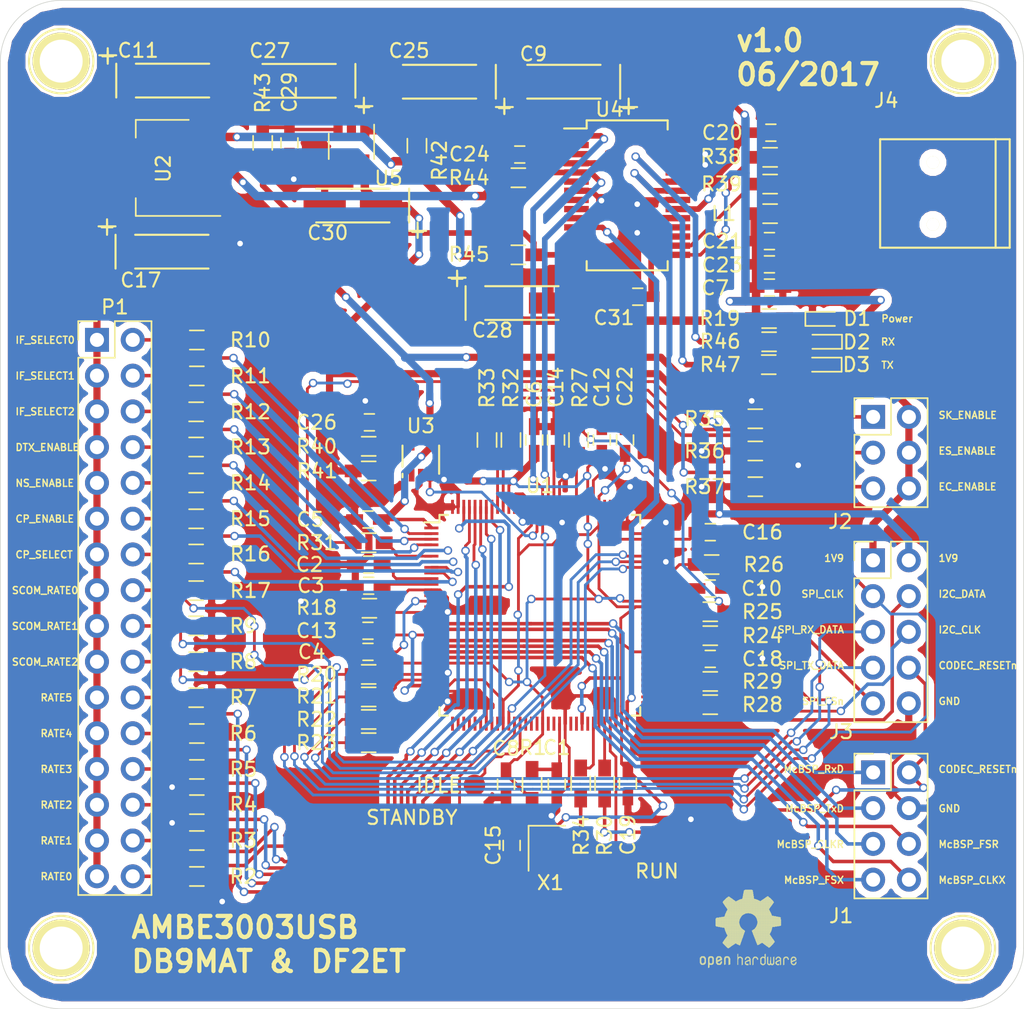
<source format=kicad_pcb>
(kicad_pcb (version 4) (host pcbnew 4.0.2+dfsg1-stable)
  (layers (0 F.Cu signal) (31 B.Cu signal) (34 B.Paste user) (35 F.Paste user) (36 B.SilkS user) (37 F.SilkS user) (38 B.Mask user) (39 F.Mask user) (44 Edge.Cuts user))
  (net 0 "")
  (net 1 GND)
  (net 2 +3V3)
  (net 3 +5V)
  (net 4 +1V9)
  (net 5 "Net-(C26-Pad1)")
  (net 6 "Net-(C27-Pad1)")
  (net 7 "Net-(C29-Pad1)")
  (net 8 "Net-(C31-Pad1)")
  (net 9 "Net-(D1-Pad2)")
  (net 10 "Net-(D2-Pad2)")
  (net 11 "Net-(D3-Pad2)")
  (net 12 CODEC_RESETn)
  (net 13 SPI_CLK)
  (net 14 I2C_DATA)
  (net 15 SPI_RX_DATA)
  (net 16 I2C_CLK)
  (net 17 SPI_TX_DATA)
  (net 18 SPI_FSn)
  (net 19 "Net-(J4-Pad4)")
  (net 20 "Net-(R21-Pad1)")
  (net 21 "Net-(R34-Pad1)")
  (net 22 "Net-(R38-Pad1)")
  (net 23 "Net-(R39-Pad1)")
  (net 24 PWREN)
  (net 25 UART_TX)
  (net 26 "Net-(R46-Pad2)")
  (net 27 "Net-(R47-Pad2)")
  (net 28 "Net-(U1-Pad33)")
  (net 29 "Net-(U1-Pad34)")
  (net 30 "Net-(U1-Pad35)")
  (net 31 "Net-(U1-Pad36)")
  (net 32 "Net-(U1-Pad37)")
  (net 33 "Net-(U1-Pad38)")
  (net 34 "Net-(U1-Pad40)")
  (net 35 "Net-(U1-Pad41)")
  (net 36 UART_RX)
  (net 37 "Net-(U1-Pad46)")
  (net 38 "Net-(U1-Pad47)")
  (net 39 "Net-(U1-Pad48)")
  (net 40 "Net-(U1-Pad50)")
  (net 41 "Net-(U1-Pad51)")
  (net 42 "Net-(U1-Pad54)")
  (net 43 "Net-(U1-Pad55)")
  (net 44 "Net-(U1-Pad57)")
  (net 45 UART_RTS)
  (net 46 "Net-(U1-Pad65)")
  (net 47 "Net-(U1-Pad66)")
  (net 48 "Net-(U1-Pad67)")
  (net 49 "Net-(U1-Pad68)")
  (net 50 "Net-(U1-Pad69)")
  (net 51 "Net-(U1-Pad72)")
  (net 52 "Net-(U1-Pad75)")
  (net 53 "Net-(U1-Pad76)")
  (net 54 "Net-(U1-Pad78)")
  (net 55 "Net-(U1-Pad79)")
  (net 56 "Net-(U1-Pad81)")
  (net 57 "Net-(U1-Pad84)")
  (net 58 "Net-(U1-Pad85)")
  (net 59 "Net-(U1-Pad87)")
  (net 60 "Net-(U1-Pad92)")
  (net 61 "Net-(U1-Pad93)")
  (net 62 "Net-(U1-Pad96)")
  (net 63 "Net-(U1-Pad98)")
  (net 64 "Net-(U1-Pad99)")
  (net 65 "Net-(U1-Pad100)")
  (net 66 "Net-(U1-Pad101)")
  (net 67 "Net-(U1-Pad105)")
  (net 68 "Net-(U1-Pad107)")
  (net 69 "Net-(U1-Pad108)")
  (net 70 AMBE_RESETn)
  (net 71 "Net-(U1-Pad116)")
  (net 72 "Net-(U3-Pad1)")
  (net 73 "Net-(U4-Pad2)")
  (net 74 "Net-(U4-Pad3)")
  (net 75 "Net-(U4-Pad6)")
  (net 76 "Net-(U4-Pad9)")
  (net 77 "Net-(U4-Pad10)")
  (net 78 "Net-(U4-Pad12)")
  (net 79 "Net-(U4-Pad13)")
  (net 80 "Net-(U4-Pad27)")
  (net 81 "Net-(U4-Pad28)")
  (net 82 "Net-(X1-Pad1)")
  (net 83 /ADCRESEXT)
  (net 84 /_3V3FL)
  (net 85 /_VREF_1V)
  (net 86 /_VREF_2V)
  (net 87 /_McBSP_RxD)
  (net 88 /_McBSP_TxD)
  (net 89 /_McBSP_CLKR)
  (net 90 /_McBSP_FSR)
  (net 91 /_McBSP_FSX)
  (net 92 /_McBSP_CLKX)
  (net 93 /_IF_SELECT0)
  (net 94 /_IF_SELECT1)
  (net 95 /_IF_SELECT2)
  (net 96 /_DTX_ENABLE)
  (net 97 /_NS_ENABLE)
  (net 98 /_CP_ENABLE)
  (net 99 /_CP_SELECT)
  (net 100 /_S_COM_RATE0)
  (net 101 /_S_COM_RATE1)
  (net 102 /_S_COM_RATE2)
  (net 103 /_RATE5)
  (net 104 /_RATE4)
  (net 105 /_RATE3)
  (net 106 /_RATE2)
  (net 107 /_RATE1)
  (net 108 /_RATE0)
  (net 109 /_SPI_CLK)
  (net 110 /_SPI_STE)
  (net 111 /_SPI_RX_DATA)
  (net 112 /_SPI_TX_DATA)
  (net 113 /_SPI_GENSTE)
  (net 114 /_SPI_FSn)
  (net 115 /_SPI_CLK_IN)
  (net 116 /_SPI_WAKE)
  (net 117 /_I2C_DATA)
  (net 118 /_I2C_CLK)
  (net 119 /_CODEC_RESETn)
  (net 120 /_SK_ENABLE)
  (net 121 /_ES_ENABLE)
  (net 122 /_EC_ENABLE)
  (net 123 /_STANDBY)
  (net 124 /_IDLE)
  (net 125 /_RUN)
  (net 126 /_X1/CLKIN)
  (net 127 /D-)
  (net 128 /VBUS)
  (net 129 /D+)
  (net 130 /SK_ENABLE)
  (net 131 /EC_ENABLE)
  (net 132 /ES_ENABLE)
  (module Connect:1pin (layer F.Cu) (at 52.07 116.586)
    (fp_text reference REF** hide)
    (fp_text value 1pin)
    (pad 1 thru_hole circle (at 0 0) (size 4.064 4.064) (drill 3.048) (layers *.Cu *.Mask F.SilkS))
  )
  (module Connect:1pin (layer F.Cu) (at 52.07 53.594)
    (fp_text reference REF** hide)
    (fp_text value 1pin)
    (pad 1 thru_hole circle (at 0 0) (size 4.064 4.064) (drill 3.048) (layers *.Cu *.Mask F.SilkS))
  )
  (module Connect:1pin (layer F.Cu) (at 116.078 53.594)
    (fp_text reference REF** hide)
    (fp_text value 1pin)
    (pad 1 thru_hole circle (at 0 0) (size 4.064 4.064) (drill 3.048) (layers *.Cu *.Mask F.SilkS))
  )
  (module Capacitors_Tantalum_SMD:TantalC_SizeA_EIA-3216_HandSoldering (layer F.Cu) (at 72.775 63.85 180)
    (fp_text reference C30 (at 1.782 -1.936 180) (layer F.SilkS))
    (fp_text value 2µ2)
    (fp_text user + (at -4.59994 -1.80086 180) (layer F.SilkS))
    (pad 2 smd rect (at 1.99898 0 180) (size 2.99974 1.50114) (layers F.Cu F.Paste F.Mask) (net 1 GND))
    (pad 1 smd rect (at -1.99898 0 180) (size 2.99974 1.50114) (layers F.Cu F.Paste F.Mask) (net 4 +1V9))
  )
  (module Resistors_SMD:R_0603_HandSoldering (layer F.Cu) (at 73.9 87.8)
    (fp_text reference R31 (at -3.7 0) (layer F.SilkS))
    (fp_text value 0R)
    (pad 1 smd rect (at -1.1 0) (size 1.2 0.9) (layers F.Cu F.Paste F.Mask) (net 130 /SK_ENABLE))
    (pad 2 smd rect (at 1.1 0) (size 1.2 0.9) (layers F.Cu F.Paste F.Mask) (net 120 /_SK_ENABLE))
  )
  (module Capacitors_SMD:C_0603_HandSoldering (layer F.Cu) (at 87.25 104.95 270)
    (fp_text reference C1 (at -2.6 0 540) (layer F.SilkS))
    (fp_text value 10n)
    (pad 1 smd rect (at -0.95 0 270) (size 1.2 0.75) (layers F.Cu F.Paste F.Mask) (net 84 /_3V3FL))
    (pad 2 smd rect (at 0.95 0 270) (size 1.2 0.75) (layers F.Cu F.Paste F.Mask) (net 1 GND))
  )
  (module Capacitors_SMD:C_0603_HandSoldering (layer F.Cu) (at 73.9 89.35 180)
    (fp_text reference C2 (at 4.2 0 180) (layer F.SilkS))
    (fp_text value 10µ)
    (pad 1 smd rect (at -0.95 0 180) (size 1.2 0.75) (layers F.Cu F.Paste F.Mask) (net 85 /_VREF_1V))
    (pad 2 smd rect (at 0.95 0 180) (size 1.2 0.75) (layers F.Cu F.Paste F.Mask) (net 1 GND))
  )
  (module Capacitors_SMD:C_0603_HandSoldering (layer F.Cu) (at 73.9 90.85 180)
    (fp_text reference C3 (at 4.1 0 180) (layer F.SilkS))
    (fp_text value 10µ)
    (pad 1 smd rect (at -0.95 0 180) (size 1.2 0.75) (layers F.Cu F.Paste F.Mask) (net 86 /_VREF_2V))
    (pad 2 smd rect (at 0.95 0 180) (size 1.2 0.75) (layers F.Cu F.Paste F.Mask) (net 1 GND))
  )
  (module Capacitors_SMD:C_0603_HandSoldering (layer F.Cu) (at 73.85 95.55 180)
    (fp_text reference C4 (at 4 0 180) (layer F.SilkS))
    (fp_text value 100n)
    (pad 1 smd rect (at -0.95 0 180) (size 1.2 0.75) (layers F.Cu F.Paste F.Mask) (net 2 +3V3))
    (pad 2 smd rect (at 0.95 0 180) (size 1.2 0.75) (layers F.Cu F.Paste F.Mask) (net 1 GND))
  )
  (module Capacitors_SMD:C_0603_HandSoldering (layer F.Cu) (at 73.85 86.15 180)
    (fp_text reference C5 (at 4.1 0 180) (layer F.SilkS))
    (fp_text value 100n)
    (pad 1 smd rect (at -0.95 0 180) (size 1.2 0.75) (layers F.Cu F.Paste F.Mask) (net 2 +3V3))
    (pad 2 smd rect (at 0.95 0 180) (size 1.2 0.75) (layers F.Cu F.Paste F.Mask) (net 1 GND))
  )
  (module Capacitors_SMD:C_0603_HandSoldering (layer F.Cu) (at 85.65 80.5 90)
    (fp_text reference C6 (at 3.25 0 90) (layer F.SilkS))
    (fp_text value 100n)
    (pad 1 smd rect (at -0.95 0 90) (size 1.2 0.75) (layers F.Cu F.Paste F.Mask) (net 2 +3V3))
    (pad 2 smd rect (at 0.95 0 90) (size 1.2 0.75) (layers F.Cu F.Paste F.Mask) (net 1 GND))
  )
  (module Capacitors_SMD:C_0603_HandSoldering (layer F.Cu) (at 102.35 69.675)
    (fp_text reference C7 (at -3.85 0.025) (layer F.SilkS))
    (fp_text value 100n)
    (pad 1 smd rect (at -0.95 0) (size 1.2 0.75) (layers F.Cu F.Paste F.Mask) (net 3 +5V))
    (pad 2 smd rect (at 0.95 0) (size 1.2 0.75) (layers F.Cu F.Paste F.Mask) (net 1 GND))
  )
  (module Capacitors_SMD:C_0603_HandSoldering (layer F.Cu) (at 83.65 104.95 270)
    (fp_text reference C8 (at -2.55 0 360) (layer F.SilkS))
    (fp_text value 100n)
    (pad 1 smd rect (at -0.95 0 270) (size 1.2 0.75) (layers F.Cu F.Paste F.Mask) (net 2 +3V3))
    (pad 2 smd rect (at 0.95 0 270) (size 1.2 0.75) (layers F.Cu F.Paste F.Mask) (net 1 GND))
  )
  (module Capacitors_SMD:C_0603_HandSoldering (layer F.Cu) (at 98.15 91.05)
    (fp_text reference C10 (at 3.65 0) (layer F.SilkS))
    (fp_text value 100n)
    (pad 1 smd rect (at -0.95 0) (size 1.2 0.75) (layers F.Cu F.Paste F.Mask) (net 2 +3V3))
    (pad 2 smd rect (at 0.95 0) (size 1.2 0.75) (layers F.Cu F.Paste F.Mask) (net 1 GND))
  )
  (module Capacitors_SMD:C_0603_HandSoldering (layer F.Cu) (at 90.45 80.5 90)
    (fp_text reference C12 (at 3.75 0 90) (layer F.SilkS))
    (fp_text value 100n)
    (pad 1 smd rect (at -0.95 0 90) (size 1.2 0.75) (layers F.Cu F.Paste F.Mask) (net 2 +3V3))
    (pad 2 smd rect (at 0.95 0 90) (size 1.2 0.75) (layers F.Cu F.Paste F.Mask) (net 1 GND))
  )
  (module Capacitors_SMD:C_0603_HandSoldering (layer F.Cu) (at 73.85 94.05 180)
    (fp_text reference C13 (at 3.65 0 180) (layer F.SilkS))
    (fp_text value 100n)
    (pad 1 smd rect (at -0.95 0 180) (size 1.2 0.75) (layers F.Cu F.Paste F.Mask) (net 4 +1V9))
    (pad 2 smd rect (at 0.95 0 180) (size 1.2 0.75) (layers F.Cu F.Paste F.Mask) (net 1 GND))
  )
  (module Capacitors_SMD:C_0603_HandSoldering (layer F.Cu) (at 87.2 80.5 90)
    (fp_text reference C14 (at 3.75 0 90) (layer F.SilkS))
    (fp_text value 100n)
    (pad 1 smd rect (at -0.95 0 90) (size 1.2 0.75) (layers F.Cu F.Paste F.Mask) (net 4 +1V9))
    (pad 2 smd rect (at 0.95 0 90) (size 1.2 0.75) (layers F.Cu F.Paste F.Mask) (net 1 GND))
  )
  (module Capacitors_SMD:C_0603_HandSoldering (layer F.Cu) (at 84.05 109.3 90)
    (fp_text reference C15 (at 0.0165 -1.3095 90) (layer F.SilkS))
    (fp_text value 10n)
    (pad 1 smd rect (at -0.95 0 90) (size 1.2 0.75) (layers F.Cu F.Paste F.Mask) (net 1 GND))
    (pad 2 smd rect (at 0.95 0 90) (size 1.2 0.75) (layers F.Cu F.Paste F.Mask) (net 4 +1V9))
  )
  (module Capacitors_SMD:C_0603_HandSoldering (layer F.Cu) (at 98.15 87.05)
    (fp_text reference C16 (at 3.7 0) (layer F.SilkS))
    (fp_text value 100n)
    (pad 1 smd rect (at -0.95 0) (size 1.2 0.75) (layers F.Cu F.Paste F.Mask) (net 4 +1V9))
    (pad 2 smd rect (at 0.95 0) (size 1.2 0.75) (layers F.Cu F.Paste F.Mask) (net 1 GND))
  )
  (module Capacitors_SMD:C_0603_HandSoldering (layer F.Cu) (at 98.15 96.05)
    (fp_text reference C18 (at 3.7 0) (layer F.SilkS))
    (fp_text value 100n)
    (pad 1 smd rect (at -0.95 0) (size 1.2 0.75) (layers F.Cu F.Paste F.Mask) (net 4 +1V9))
    (pad 2 smd rect (at 0.95 0) (size 1.2 0.75) (layers F.Cu F.Paste F.Mask) (net 1 GND))
  )
  (module Capacitors_SMD:C_0603_HandSoldering (layer F.Cu) (at 92.3 104.9 270)
    (fp_text reference C19 (at 3.65 0 270) (layer F.SilkS))
    (fp_text value 100n)
    (pad 1 smd rect (at -0.95 0 270) (size 1.2 0.75) (layers F.Cu F.Paste F.Mask) (net 4 +1V9))
    (pad 2 smd rect (at 0.95 0 270) (size 1.2 0.75) (layers F.Cu F.Paste F.Mask) (net 1 GND))
  )
  (module Capacitors_SMD:C_0603_HandSoldering (layer F.Cu) (at 102.45 58.675)
    (fp_text reference C20 (at -3.45 0) (layer F.SilkS))
    (fp_text value 47p)
    (pad 1 smd rect (at -0.95 0) (size 1.2 0.75) (layers F.Cu F.Paste F.Mask) (net 127 /D-))
    (pad 2 smd rect (at 0.95 0) (size 1.2 0.75) (layers F.Cu F.Paste F.Mask) (net 1 GND))
  )
  (module Capacitors_SMD:C_0603_HandSoldering (layer F.Cu) (at 102.35 66.375)
    (fp_text reference C21 (at -3.35 0) (layer F.SilkS))
    (fp_text value 47p)
    (pad 1 smd rect (at -0.95 0) (size 1.2 0.75) (layers F.Cu F.Paste F.Mask) (net 3 +5V))
    (pad 2 smd rect (at 0.95 0) (size 1.2 0.75) (layers F.Cu F.Paste F.Mask) (net 1 GND))
  )
  (module Capacitors_SMD:C_0603_HandSoldering (layer F.Cu) (at 92.1 80.5 90)
    (fp_text reference C22 (at 3.8 0 90) (layer F.SilkS))
    (fp_text value 100n)
    (pad 1 smd rect (at -0.95 0 90) (size 1.2 0.75) (layers F.Cu F.Paste F.Mask) (net 4 +1V9))
    (pad 2 smd rect (at 0.95 0 90) (size 1.2 0.75) (layers F.Cu F.Paste F.Mask) (net 1 GND))
  )
  (module Capacitors_SMD:C_0603_HandSoldering (layer F.Cu) (at 102.35 68.025)
    (fp_text reference C23 (at -3.35 0.05) (layer F.SilkS))
    (fp_text value 10n)
    (pad 1 smd rect (at -0.95 0) (size 1.2 0.75) (layers F.Cu F.Paste F.Mask) (net 3 +5V))
    (pad 2 smd rect (at 0.95 0) (size 1.2 0.75) (layers F.Cu F.Paste F.Mask) (net 1 GND))
  )
  (module Capacitors_SMD:C_0603_HandSoldering (layer F.Cu) (at 84.625 60.225 180)
    (fp_text reference C24 (at 3.575 0.025 180) (layer F.SilkS))
    (fp_text value 100n)
    (pad 1 smd rect (at -0.95 0 180) (size 1.2 0.75) (layers F.Cu F.Paste F.Mask) (net 2 +3V3))
    (pad 2 smd rect (at 0.95 0 180) (size 1.2 0.75) (layers F.Cu F.Paste F.Mask) (net 1 GND))
  )
  (module Capacitors_SMD:C_0603_HandSoldering (layer F.Cu) (at 73.95 79.25 180)
    (fp_text reference C26 (at 3.75 0 180) (layer F.SilkS))
    (fp_text value 10n)
    (pad 1 smd rect (at -0.95 0 180) (size 1.2 0.75) (layers F.Cu F.Paste F.Mask) (net 5 "Net-(C26-Pad1)"))
    (pad 2 smd rect (at 0.95 0 180) (size 1.2 0.75) (layers F.Cu F.Paste F.Mask) (net 1 GND))
  )
  (module Capacitors_SMD:C_0603_HandSoldering (layer F.Cu) (at 68.275 59.4 270)
    (fp_text reference C29 (at -3.6 0 270) (layer F.SilkS))
    (fp_text value 1µ)
    (pad 1 smd rect (at -0.95 0 270) (size 1.2 0.75) (layers F.Cu F.Paste F.Mask) (net 7 "Net-(C29-Pad1)"))
    (pad 2 smd rect (at 0.95 0 270) (size 1.2 0.75) (layers F.Cu F.Paste F.Mask) (net 1 GND))
  )
  (module Capacitors_SMD:C_0603_HandSoldering (layer F.Cu) (at 93 70.325 180)
    (fp_text reference C31 (at 1.687 -1.4935 180) (layer F.SilkS))
    (fp_text value 100n)
    (pad 1 smd rect (at -0.95 0 180) (size 1.2 0.75) (layers F.Cu F.Paste F.Mask) (net 8 "Net-(C31-Pad1)"))
    (pad 2 smd rect (at 0.95 0 180) (size 1.2 0.75) (layers F.Cu F.Paste F.Mask) (net 1 GND))
  )
  (module LEDs:LED_0603 (layer F.Cu) (at 106.2 71.9)
    (fp_text reference D1 (at 2.375 -0.025) (layer F.SilkS))
    (fp_text value green)
    (pad 2 smd rect (at 0.8 0 180) (size 0.8 0.8) (layers F.Cu F.Paste F.Mask) (net 9 "Net-(D1-Pad2)"))
    (pad 1 smd rect (at -0.8 0 180) (size 0.8 0.8) (layers F.Cu F.Paste F.Mask) (net 1 GND))
  )
  (module LEDs:LED_0603 (layer F.Cu) (at 106.2 73.525 180)
    (fp_text reference D2 (at -2.35 -0.025 180) (layer F.SilkS))
    (fp_text value yellow)
    (pad 2 smd rect (at 0.8 0) (size 0.8 0.8) (layers F.Cu F.Paste F.Mask) (net 10 "Net-(D2-Pad2)"))
    (pad 1 smd rect (at -0.8 0) (size 0.8 0.8) (layers F.Cu F.Paste F.Mask) (net 3 +5V))
  )
  (module LEDs:LED_0603 (layer F.Cu) (at 106.175 75.15 180)
    (fp_text reference D3 (at -2.35 0 180) (layer F.SilkS))
    (fp_text value red)
    (pad 2 smd rect (at 0.8 0) (size 0.8 0.8) (layers F.Cu F.Paste F.Mask) (net 11 "Net-(D3-Pad2)"))
    (pad 1 smd rect (at -0.8 0) (size 0.8 0.8) (layers F.Cu F.Paste F.Mask) (net 3 +5V))
  )
  (module Pin_Headers:Pin_Header_Straight_2x04_Pitch2.54mm (layer F.Cu) (at 109.71 104.11)
    (fp_text reference J1 (at -2.268 10.19) (layer F.SilkS))
    (fp_text value McBSP)
    (pad 1 thru_hole rect (at 0 0) (size 1.7 1.7) (drill 1) (layers *.Cu *.Mask) (net 87 /_McBSP_RxD))
    (pad 2 thru_hole oval (at 2.54 0) (size 1.7 1.7) (drill 1) (layers *.Cu *.Mask) (net 12 CODEC_RESETn))
    (pad 3 thru_hole oval (at 0 2.54) (size 1.7 1.7) (drill 1) (layers *.Cu *.Mask) (net 88 /_McBSP_TxD))
    (pad 4 thru_hole oval (at 2.54 2.54) (size 1.7 1.7) (drill 1) (layers *.Cu *.Mask) (net 1 GND))
    (pad 5 thru_hole oval (at 0 5.08) (size 1.7 1.7) (drill 1) (layers *.Cu *.Mask) (net 89 /_McBSP_CLKR))
    (pad 6 thru_hole oval (at 2.54 5.08) (size 1.7 1.7) (drill 1) (layers *.Cu *.Mask) (net 90 /_McBSP_FSR))
    (pad 7 thru_hole oval (at 0 7.62) (size 1.7 1.7) (drill 1) (layers *.Cu *.Mask) (net 91 /_McBSP_FSX))
    (pad 8 thru_hole oval (at 2.54 7.62) (size 1.7 1.7) (drill 1) (layers *.Cu *.Mask) (net 92 /_McBSP_CLKX))
  )
  (module Pin_Headers:Pin_Header_Straight_2x03_Pitch2.54mm (layer F.Cu) (at 109.71 78.86)
    (fp_text reference J2 (at -2.3315 7.4365) (layer F.SilkS))
    (fp_text value ACONF)
    (pad 1 thru_hole rect (at 0 0) (size 1.7 1.7) (drill 1) (layers *.Cu *.Mask) (net 130 /SK_ENABLE))
    (pad 2 thru_hole oval (at 2.54 0) (size 1.7 1.7) (drill 1) (layers *.Cu *.Mask) (net 2 +3V3))
    (pad 3 thru_hole oval (at 0 2.54) (size 1.7 1.7) (drill 1) (layers *.Cu *.Mask) (net 132 /ES_ENABLE))
    (pad 4 thru_hole oval (at 2.54 2.54) (size 1.7 1.7) (drill 1) (layers *.Cu *.Mask) (net 2 +3V3))
    (pad 5 thru_hole oval (at 0 5.08) (size 1.7 1.7) (drill 1) (layers *.Cu *.Mask) (net 131 /EC_ENABLE))
    (pad 6 thru_hole oval (at 2.54 5.08) (size 1.7 1.7) (drill 1) (layers *.Cu *.Mask) (net 2 +3V3))
  )
  (module Pin_Headers:Pin_Header_Straight_2x05_Pitch2.54mm (layer F.Cu) (at 109.7 89.05)
    (fp_text reference J3 (at -2.258 12.169) (layer F.SilkS))
    (fp_text value CODEC)
    (pad 1 thru_hole rect (at 0 0) (size 1.7 1.7) (drill 1) (layers *.Cu *.Mask) (net 2 +3V3))
    (pad 2 thru_hole oval (at 2.54 0) (size 1.7 1.7) (drill 1) (layers *.Cu *.Mask) (net 4 +1V9))
    (pad 3 thru_hole oval (at 0 2.54) (size 1.7 1.7) (drill 1) (layers *.Cu *.Mask) (net 13 SPI_CLK))
    (pad 4 thru_hole oval (at 2.54 2.54) (size 1.7 1.7) (drill 1) (layers *.Cu *.Mask) (net 14 I2C_DATA))
    (pad 5 thru_hole oval (at 0 5.08) (size 1.7 1.7) (drill 1) (layers *.Cu *.Mask) (net 15 SPI_RX_DATA))
    (pad 6 thru_hole oval (at 2.54 5.08) (size 1.7 1.7) (drill 1) (layers *.Cu *.Mask) (net 16 I2C_CLK))
    (pad 7 thru_hole oval (at 0 7.62) (size 1.7 1.7) (drill 1) (layers *.Cu *.Mask) (net 17 SPI_TX_DATA))
    (pad 8 thru_hole oval (at 2.54 7.62) (size 1.7 1.7) (drill 1) (layers *.Cu *.Mask) (net 12 CODEC_RESETn))
    (pad 9 thru_hole oval (at 0 10.16) (size 1.7 1.7) (drill 1) (layers *.Cu *.Mask) (net 18 SPI_FSn))
    (pad 10 thru_hole oval (at 2.54 10.16) (size 1.7 1.7) (drill 1) (layers *.Cu *.Mask) (net 1 GND))
  )
  (module Inductors_SMD:L_0603_HandSoldering (layer F.Cu) (at 102.4 64.425 180)
    (fp_text reference L1 (at 3.3 0 180) (layer F.SilkS))
    (fp_text value 100MHz)
    (pad 1 smd rect (at -1.1 0 180) (size 1.2 0.9) (layers F.Cu F.Paste F.Mask) (net 128 /VBUS))
    (pad 2 smd rect (at 1.1 0 180) (size 1.2 0.9) (layers F.Cu F.Paste F.Mask) (net 3 +5V))
  )
  (module Pin_Headers:Pin_Header_Straight_2x16_Pitch2.54mm (layer F.Cu) (at 54.61 73.39)
    (fp_text reference P1 (at 1.27 -2.33) (layer F.SilkS))
    (fp_text value CONFIG)
    (pad 1 thru_hole rect (at 0 0) (size 1.7 1.7) (drill 1) (layers *.Cu *.Mask) (net 2 +3V3))
    (pad 2 thru_hole oval (at 2.54 0) (size 1.7 1.7) (drill 1) (layers *.Cu *.Mask) (net 93 /_IF_SELECT0))
    (pad 3 thru_hole oval (at 0 2.54) (size 1.7 1.7) (drill 1) (layers *.Cu *.Mask) (net 2 +3V3))
    (pad 4 thru_hole oval (at 2.54 2.54) (size 1.7 1.7) (drill 1) (layers *.Cu *.Mask) (net 94 /_IF_SELECT1))
    (pad 5 thru_hole oval (at 0 5.08) (size 1.7 1.7) (drill 1) (layers *.Cu *.Mask) (net 2 +3V3))
    (pad 6 thru_hole oval (at 2.54 5.08) (size 1.7 1.7) (drill 1) (layers *.Cu *.Mask) (net 95 /_IF_SELECT2))
    (pad 7 thru_hole oval (at 0 7.62) (size 1.7 1.7) (drill 1) (layers *.Cu *.Mask) (net 2 +3V3))
    (pad 8 thru_hole oval (at 2.54 7.62) (size 1.7 1.7) (drill 1) (layers *.Cu *.Mask) (net 96 /_DTX_ENABLE))
    (pad 9 thru_hole oval (at 0 10.16) (size 1.7 1.7) (drill 1) (layers *.Cu *.Mask) (net 2 +3V3))
    (pad 10 thru_hole oval (at 2.54 10.16) (size 1.7 1.7) (drill 1) (layers *.Cu *.Mask) (net 97 /_NS_ENABLE))
    (pad 11 thru_hole oval (at 0 12.7) (size 1.7 1.7) (drill 1) (layers *.Cu *.Mask) (net 2 +3V3))
    (pad 12 thru_hole oval (at 2.54 12.7) (size 1.7 1.7) (drill 1) (layers *.Cu *.Mask) (net 98 /_CP_ENABLE))
    (pad 13 thru_hole oval (at 0 15.24) (size 1.7 1.7) (drill 1) (layers *.Cu *.Mask) (net 2 +3V3))
    (pad 14 thru_hole oval (at 2.54 15.24) (size 1.7 1.7) (drill 1) (layers *.Cu *.Mask) (net 99 /_CP_SELECT))
    (pad 15 thru_hole oval (at 0 17.78) (size 1.7 1.7) (drill 1) (layers *.Cu *.Mask) (net 2 +3V3))
    (pad 16 thru_hole oval (at 2.54 17.78) (size 1.7 1.7) (drill 1) (layers *.Cu *.Mask) (net 100 /_S_COM_RATE0))
    (pad 17 thru_hole oval (at 0 20.32) (size 1.7 1.7) (drill 1) (layers *.Cu *.Mask) (net 2 +3V3))
    (pad 18 thru_hole oval (at 2.54 20.32) (size 1.7 1.7) (drill 1) (layers *.Cu *.Mask) (net 101 /_S_COM_RATE1))
    (pad 19 thru_hole oval (at 0 22.86) (size 1.7 1.7) (drill 1) (layers *.Cu *.Mask) (net 2 +3V3))
    (pad 20 thru_hole oval (at 2.54 22.86) (size 1.7 1.7) (drill 1) (layers *.Cu *.Mask) (net 102 /_S_COM_RATE2))
    (pad 21 thru_hole oval (at 0 25.4) (size 1.7 1.7) (drill 1) (layers *.Cu *.Mask) (net 2 +3V3))
    (pad 22 thru_hole oval (at 2.54 25.4) (size 1.7 1.7) (drill 1) (layers *.Cu *.Mask) (net 103 /_RATE5))
    (pad 23 thru_hole oval (at 0 27.94) (size 1.7 1.7) (drill 1) (layers *.Cu *.Mask) (net 2 +3V3))
    (pad 24 thru_hole oval (at 2.54 27.94) (size 1.7 1.7) (drill 1) (layers *.Cu *.Mask) (net 104 /_RATE4))
    (pad 25 thru_hole oval (at 0 30.48) (size 1.7 1.7) (drill 1) (layers *.Cu *.Mask) (net 2 +3V3))
    (pad 26 thru_hole oval (at 2.54 30.48) (size 1.7 1.7) (drill 1) (layers *.Cu *.Mask) (net 105 /_RATE3))
    (pad 27 thru_hole oval (at 0 33.02) (size 1.7 1.7) (drill 1) (layers *.Cu *.Mask) (net 2 +3V3))
    (pad 28 thru_hole oval (at 2.54 33.02) (size 1.7 1.7) (drill 1) (layers *.Cu *.Mask) (net 106 /_RATE2))
    (pad 29 thru_hole oval (at 0 35.56) (size 1.7 1.7) (drill 1) (layers *.Cu *.Mask) (net 2 +3V3))
    (pad 30 thru_hole oval (at 2.54 35.56) (size 1.7 1.7) (drill 1) (layers *.Cu *.Mask) (net 107 /_RATE1))
    (pad 31 thru_hole oval (at 0 38.1) (size 1.7 1.7) (drill 1) (layers *.Cu *.Mask) (net 2 +3V3))
    (pad 32 thru_hole oval (at 2.54 38.1) (size 1.7 1.7) (drill 1) (layers *.Cu *.Mask) (net 108 /_RATE0))
  )
  (module Resistors_SMD:R_0603_HandSoldering (layer F.Cu) (at 85.5 105 90)
    (fp_text reference R1 (at 2.65 0.05 180) (layer F.SilkS))
    (fp_text value 5.1)
    (pad 1 smd rect (at -1.1 0 90) (size 1.2 0.9) (layers F.Cu F.Paste F.Mask) (net 2 +3V3))
    (pad 2 smd rect (at 1.1 0 90) (size 1.2 0.9) (layers F.Cu F.Paste F.Mask) (net 84 /_3V3FL))
  )
  (module Resistors_SMD:R_0603_HandSoldering (layer F.Cu) (at 61.7 111.5)
    (fp_text reference R2 (at 3.3 0) (layer F.SilkS))
    (fp_text value 3k3)
    (pad 1 smd rect (at -1.1 0) (size 1.2 0.9) (layers F.Cu F.Paste F.Mask) (net 108 /_RATE0))
    (pad 2 smd rect (at 1.1 0) (size 1.2 0.9) (layers F.Cu F.Paste F.Mask) (net 1 GND))
  )
  (module Resistors_SMD:R_0603_HandSoldering (layer F.Cu) (at 61.7 108.95)
    (fp_text reference R3 (at 3.3 0) (layer F.SilkS))
    (fp_text value 3k3)
    (pad 1 smd rect (at -1.1 0) (size 1.2 0.9) (layers F.Cu F.Paste F.Mask) (net 107 /_RATE1))
    (pad 2 smd rect (at 1.1 0) (size 1.2 0.9) (layers F.Cu F.Paste F.Mask) (net 1 GND))
  )
  (module Resistors_SMD:R_0603_HandSoldering (layer F.Cu) (at 61.7 106.4)
    (fp_text reference R4 (at 3.3 0) (layer F.SilkS))
    (fp_text value 3k3)
    (pad 1 smd rect (at -1.1 0) (size 1.2 0.9) (layers F.Cu F.Paste F.Mask) (net 106 /_RATE2))
    (pad 2 smd rect (at 1.1 0) (size 1.2 0.9) (layers F.Cu F.Paste F.Mask) (net 1 GND))
  )
  (module Resistors_SMD:R_0603_HandSoldering (layer F.Cu) (at 61.7 103.9)
    (fp_text reference R5 (at 3.3 0) (layer F.SilkS))
    (fp_text value 3k3)
    (pad 1 smd rect (at -1.1 0) (size 1.2 0.9) (layers F.Cu F.Paste F.Mask) (net 105 /_RATE3))
    (pad 2 smd rect (at 1.1 0) (size 1.2 0.9) (layers F.Cu F.Paste F.Mask) (net 1 GND))
  )
  (module Resistors_SMD:R_0603_HandSoldering (layer F.Cu) (at 61.7 101.35)
    (fp_text reference R6 (at 3.3 0) (layer F.SilkS))
    (fp_text value 3k3)
    (pad 1 smd rect (at -1.1 0) (size 1.2 0.9) (layers F.Cu F.Paste F.Mask) (net 104 /_RATE4))
    (pad 2 smd rect (at 1.1 0) (size 1.2 0.9) (layers F.Cu F.Paste F.Mask) (net 1 GND))
  )
  (module Resistors_SMD:R_0603_HandSoldering (layer F.Cu) (at 61.65 98.8)
    (fp_text reference R7 (at 3.35 0) (layer F.SilkS))
    (fp_text value 3k3)
    (pad 1 smd rect (at -1.1 0) (size 1.2 0.9) (layers F.Cu F.Paste F.Mask) (net 103 /_RATE5))
    (pad 2 smd rect (at 1.1 0) (size 1.2 0.9) (layers F.Cu F.Paste F.Mask) (net 1 GND))
  )
  (module Resistors_SMD:R_0603_HandSoldering (layer F.Cu) (at 61.65 96.25)
    (fp_text reference R8 (at 3.35 0) (layer F.SilkS))
    (fp_text value 3k3)
    (pad 1 smd rect (at -1.1 0) (size 1.2 0.9) (layers F.Cu F.Paste F.Mask) (net 102 /_S_COM_RATE2))
    (pad 2 smd rect (at 1.1 0) (size 1.2 0.9) (layers F.Cu F.Paste F.Mask) (net 1 GND))
  )
  (module Resistors_SMD:R_0603_HandSoldering (layer F.Cu) (at 61.65 93.7)
    (fp_text reference R9 (at 3.35 0) (layer F.SilkS))
    (fp_text value 3k3)
    (pad 1 smd rect (at -1.1 0) (size 1.2 0.9) (layers F.Cu F.Paste F.Mask) (net 101 /_S_COM_RATE1))
    (pad 2 smd rect (at 1.1 0) (size 1.2 0.9) (layers F.Cu F.Paste F.Mask) (net 1 GND))
  )
  (module Resistors_SMD:R_0603_HandSoldering (layer F.Cu) (at 61.7 73.4 180)
    (fp_text reference R10 (at -3.8 0 180) (layer F.SilkS))
    (fp_text value 3k3)
    (pad 1 smd rect (at -1.1 0 180) (size 1.2 0.9) (layers F.Cu F.Paste F.Mask) (net 1 GND))
    (pad 2 smd rect (at 1.1 0 180) (size 1.2 0.9) (layers F.Cu F.Paste F.Mask) (net 93 /_IF_SELECT0))
  )
  (module Resistors_SMD:R_0603_HandSoldering (layer F.Cu) (at 61.7 75.95 180)
    (fp_text reference R11 (at -3.8 0 180) (layer F.SilkS))
    (fp_text value 3k3)
    (pad 1 smd rect (at -1.1 0 180) (size 1.2 0.9) (layers F.Cu F.Paste F.Mask) (net 1 GND))
    (pad 2 smd rect (at 1.1 0 180) (size 1.2 0.9) (layers F.Cu F.Paste F.Mask) (net 94 /_IF_SELECT1))
  )
  (module Resistors_SMD:R_0603_HandSoldering (layer F.Cu) (at 61.65 78.5 180)
    (fp_text reference R12 (at -3.85 0 180) (layer F.SilkS))
    (fp_text value 3k3)
    (pad 1 smd rect (at -1.1 0 180) (size 1.2 0.9) (layers F.Cu F.Paste F.Mask) (net 1 GND))
    (pad 2 smd rect (at 1.1 0 180) (size 1.2 0.9) (layers F.Cu F.Paste F.Mask) (net 95 /_IF_SELECT2))
  )
  (module Resistors_SMD:R_0603_HandSoldering (layer F.Cu) (at 61.65 81 180)
    (fp_text reference R13 (at -3.85 0 180) (layer F.SilkS))
    (fp_text value 3k3)
    (pad 1 smd rect (at -1.1 0 180) (size 1.2 0.9) (layers F.Cu F.Paste F.Mask) (net 1 GND))
    (pad 2 smd rect (at 1.1 0 180) (size 1.2 0.9) (layers F.Cu F.Paste F.Mask) (net 96 /_DTX_ENABLE))
  )
  (module Resistors_SMD:R_0603_HandSoldering (layer F.Cu) (at 61.65 83.55 180)
    (fp_text reference R14 (at -3.85 0 180) (layer F.SilkS))
    (fp_text value 3k3)
    (pad 1 smd rect (at -1.1 0 180) (size 1.2 0.9) (layers F.Cu F.Paste F.Mask) (net 1 GND))
    (pad 2 smd rect (at 1.1 0 180) (size 1.2 0.9) (layers F.Cu F.Paste F.Mask) (net 97 /_NS_ENABLE))
  )
  (module Resistors_SMD:R_0603_HandSoldering (layer F.Cu) (at 61.65 86.1 180)
    (fp_text reference R15 (at -3.85 0 180) (layer F.SilkS))
    (fp_text value 3k3)
    (pad 1 smd rect (at -1.1 0 180) (size 1.2 0.9) (layers F.Cu F.Paste F.Mask) (net 1 GND))
    (pad 2 smd rect (at 1.1 0 180) (size 1.2 0.9) (layers F.Cu F.Paste F.Mask) (net 98 /_CP_ENABLE))
  )
  (module Resistors_SMD:R_0603_HandSoldering (layer F.Cu) (at 61.65 88.6 180)
    (fp_text reference R16 (at -3.85 0 180) (layer F.SilkS))
    (fp_text value 3k3)
    (pad 1 smd rect (at -1.1 0 180) (size 1.2 0.9) (layers F.Cu F.Paste F.Mask) (net 1 GND))
    (pad 2 smd rect (at 1.1 0 180) (size 1.2 0.9) (layers F.Cu F.Paste F.Mask) (net 99 /_CP_SELECT))
  )
  (module Resistors_SMD:R_0603_HandSoldering (layer F.Cu) (at 61.65 91.2 180)
    (fp_text reference R17 (at -3.85 0 180) (layer F.SilkS))
    (fp_text value 3k3)
    (pad 1 smd rect (at -1.1 0 180) (size 1.2 0.9) (layers F.Cu F.Paste F.Mask) (net 1 GND))
    (pad 2 smd rect (at 1.1 0 180) (size 1.2 0.9) (layers F.Cu F.Paste F.Mask) (net 100 /_S_COM_RATE0))
  )
  (module Resistors_SMD:R_0603_HandSoldering (layer F.Cu) (at 73.95 92.45)
    (fp_text reference R18 (at -3.75 -0.05) (layer F.SilkS))
    (fp_text value 24k)
    (pad 1 smd rect (at -1.1 0) (size 1.2 0.9) (layers F.Cu F.Paste F.Mask) (net 1 GND))
    (pad 2 smd rect (at 1.1 0) (size 1.2 0.9) (layers F.Cu F.Paste F.Mask) (net 83 /ADCRESEXT))
  )
  (module Resistors_SMD:R_0603_HandSoldering (layer F.Cu) (at 102.325 71.875)
    (fp_text reference R19 (at -3.5 0) (layer F.SilkS))
    (fp_text value 270)
    (pad 1 smd rect (at -1.1 0) (size 1.2 0.9) (layers F.Cu F.Paste F.Mask) (net 3 +5V))
    (pad 2 smd rect (at 1.1 0) (size 1.2 0.9) (layers F.Cu F.Paste F.Mask) (net 9 "Net-(D1-Pad2)"))
  )
  (module Resistors_SMD:R_0603_HandSoldering (layer F.Cu) (at 73.9 97.15)
    (fp_text reference R20 (at -3.7 0) (layer F.SilkS))
    (fp_text value 0R)
    (pad 1 smd rect (at -1.1 0) (size 1.2 0.9) (layers F.Cu F.Paste F.Mask) (net 13 SPI_CLK))
    (pad 2 smd rect (at 1.1 0) (size 1.2 0.9) (layers F.Cu F.Paste F.Mask) (net 109 /_SPI_CLK))
  )
  (module Resistors_SMD:R_0603_HandSoldering (layer F.Cu) (at 73.9 98.75)
    (fp_text reference R21 (at -3.7 -0.05) (layer F.SilkS))
    (fp_text value 0R)
    (pad 1 smd rect (at -1.1 0) (size 1.2 0.9) (layers F.Cu F.Paste F.Mask) (net 20 "Net-(R21-Pad1)"))
    (pad 2 smd rect (at 1.1 0) (size 1.2 0.9) (layers F.Cu F.Paste F.Mask) (net 110 /_SPI_STE))
  )
  (module Resistors_SMD:R_0603_HandSoldering (layer F.Cu) (at 73.9 100.35)
    (fp_text reference R22 (at -3.7 0) (layer F.SilkS))
    (fp_text value 0R)
    (pad 1 smd rect (at -1.1 0) (size 1.2 0.9) (layers F.Cu F.Paste F.Mask) (net 15 SPI_RX_DATA))
    (pad 2 smd rect (at 1.1 0) (size 1.2 0.9) (layers F.Cu F.Paste F.Mask) (net 111 /_SPI_RX_DATA))
  )
  (module Resistors_SMD:R_0603_HandSoldering (layer F.Cu) (at 73.9 102)
    (fp_text reference R23 (at -3.7 0) (layer F.SilkS))
    (fp_text value 0R)
    (pad 1 smd rect (at -1.1 0) (size 1.2 0.9) (layers F.Cu F.Paste F.Mask) (net 17 SPI_TX_DATA))
    (pad 2 smd rect (at 1.1 0) (size 1.2 0.9) (layers F.Cu F.Paste F.Mask) (net 112 /_SPI_TX_DATA))
  )
  (module Resistors_SMD:R_0603_HandSoldering (layer F.Cu) (at 98.15 94.4 180)
    (fp_text reference R24 (at -3.7 0 180) (layer F.SilkS))
    (fp_text value 0R)
    (pad 1 smd rect (at -1.1 0 180) (size 1.2 0.9) (layers F.Cu F.Paste F.Mask) (net 20 "Net-(R21-Pad1)"))
    (pad 2 smd rect (at 1.1 0 180) (size 1.2 0.9) (layers F.Cu F.Paste F.Mask) (net 113 /_SPI_GENSTE))
  )
  (module Resistors_SMD:R_0603_HandSoldering (layer F.Cu) (at 98.15 92.7 180)
    (fp_text reference R25 (at -3.7 0 180) (layer F.SilkS))
    (fp_text value 0R)
    (pad 1 smd rect (at -1.1 0 180) (size 1.2 0.9) (layers F.Cu F.Paste F.Mask) (net 18 SPI_FSn))
    (pad 2 smd rect (at 1.1 0 180) (size 1.2 0.9) (layers F.Cu F.Paste F.Mask) (net 114 /_SPI_FSn))
  )
  (module Resistors_SMD:R_0603_HandSoldering (layer F.Cu) (at 98.25 89.35 180)
    (fp_text reference R26 (at -3.7 0 180) (layer F.SilkS))
    (fp_text value 0R)
    (pad 1 smd rect (at -1.1 0 180) (size 1.2 0.9) (layers F.Cu F.Paste F.Mask) (net 13 SPI_CLK))
    (pad 2 smd rect (at 1.1 0 180) (size 1.2 0.9) (layers F.Cu F.Paste F.Mask) (net 115 /_SPI_CLK_IN))
  )
  (module Resistors_SMD:R_0603_HandSoldering (layer F.Cu) (at 88.8 80.5 270)
    (fp_text reference R27 (at -3.7 -0.1 270) (layer F.SilkS))
    (fp_text value 0R)
    (pad 1 smd rect (at -1.1 0 270) (size 1.2 0.9) (layers F.Cu F.Paste F.Mask) (net 18 SPI_FSn))
    (pad 2 smd rect (at 1.1 0 270) (size 1.2 0.9) (layers F.Cu F.Paste F.Mask) (net 116 /_SPI_WAKE))
  )
  (module Resistors_SMD:R_0603_HandSoldering (layer F.Cu) (at 98.15 99.3 180)
    (fp_text reference R28 (at -3.7 0 180) (layer F.SilkS))
    (fp_text value 0R)
    (pad 1 smd rect (at -1.1 0 180) (size 1.2 0.9) (layers F.Cu F.Paste F.Mask) (net 14 I2C_DATA))
    (pad 2 smd rect (at 1.1 0 180) (size 1.2 0.9) (layers F.Cu F.Paste F.Mask) (net 117 /_I2C_DATA))
  )
  (module Resistors_SMD:R_0603_HandSoldering (layer F.Cu) (at 98.15 97.65 180)
    (fp_text reference R29 (at -3.7 0 180) (layer F.SilkS))
    (fp_text value 0R)
    (pad 1 smd rect (at -1.1 0 180) (size 1.2 0.9) (layers F.Cu F.Paste F.Mask) (net 16 I2C_CLK))
    (pad 2 smd rect (at 1.1 0 180) (size 1.2 0.9) (layers F.Cu F.Paste F.Mask) (net 118 /_I2C_CLK))
  )
  (module Resistors_SMD:R_0603_HandSoldering (layer F.Cu) (at 90.65 104.9 90)
    (fp_text reference R30 (at -3.7 0 90) (layer F.SilkS))
    (fp_text value 0R)
    (pad 1 smd rect (at -1.1 0 90) (size 1.2 0.9) (layers F.Cu F.Paste F.Mask) (net 12 CODEC_RESETn))
    (pad 2 smd rect (at 1.1 0 90) (size 1.2 0.9) (layers F.Cu F.Paste F.Mask) (net 119 /_CODEC_RESETn))
  )
  (module Resistors_SMD:R_0603_HandSoldering (layer F.Cu) (at 84 80.5 270)
    (fp_text reference R32 (at -3.7 0 270) (layer F.SilkS))
    (fp_text value 0R)
    (pad 1 smd rect (at -1.1 0 270) (size 1.2 0.9) (layers F.Cu F.Paste F.Mask) (net 132 /ES_ENABLE))
    (pad 2 smd rect (at 1.1 0 270) (size 1.2 0.9) (layers F.Cu F.Paste F.Mask) (net 121 /_ES_ENABLE))
  )
  (module Resistors_SMD:R_0603_HandSoldering (layer F.Cu) (at 82.3 80.5 270)
    (fp_text reference R33 (at -3.7 0 270) (layer F.SilkS))
    (fp_text value 0R)
    (pad 1 smd rect (at -1.1 0 270) (size 1.2 0.9) (layers F.Cu F.Paste F.Mask) (net 131 /EC_ENABLE))
    (pad 2 smd rect (at 1.1 0 270) (size 1.2 0.9) (layers F.Cu F.Paste F.Mask) (net 122 /_EC_ENABLE))
  )
  (module Resistors_SMD:R_0603_HandSoldering (layer F.Cu) (at 88.95 104.9 90)
    (fp_text reference R34 (at -3.7 0.05 90) (layer F.SilkS))
    (fp_text value 5.1)
    (pad 1 smd rect (at -1.1 0 90) (size 1.2 0.9) (layers F.Cu F.Paste F.Mask) (net 21 "Net-(R34-Pad1)"))
    (pad 2 smd rect (at 1.1 0 90) (size 1.2 0.9) (layers F.Cu F.Paste F.Mask) (net 126 /_X1/CLKIN))
  )
  (module Resistors_SMD:R_0603_HandSoldering (layer F.Cu) (at 101.346 78.994)
    (fp_text reference R35 (at -3.6 0) (layer F.SilkS))
    (fp_text value 3k3)
    (pad 1 smd rect (at -1.1 0) (size 1.2 0.9) (layers F.Cu F.Paste F.Mask) (net 1 GND))
    (pad 2 smd rect (at 1.1 0) (size 1.2 0.9) (layers F.Cu F.Paste F.Mask) (net 130 /SK_ENABLE))
  )
  (module Resistors_SMD:R_0603_HandSoldering (layer F.Cu) (at 101.346 81.28)
    (fp_text reference R36 (at -3.6 0) (layer F.SilkS))
    (fp_text value 3k3)
    (pad 1 smd rect (at -1.1 0) (size 1.2 0.9) (layers F.Cu F.Paste F.Mask) (net 1 GND))
    (pad 2 smd rect (at 1.1 0) (size 1.2 0.9) (layers F.Cu F.Paste F.Mask) (net 132 /ES_ENABLE))
  )
  (module Resistors_SMD:R_0603_HandSoldering (layer F.Cu) (at 101.346 83.82)
    (fp_text reference R37 (at -3.6 0) (layer F.SilkS))
    (fp_text value 3k3)
    (pad 1 smd rect (at -1.1 0) (size 1.2 0.9) (layers F.Cu F.Paste F.Mask) (net 1 GND))
    (pad 2 smd rect (at 1.1 0) (size 1.2 0.9) (layers F.Cu F.Paste F.Mask) (net 131 /EC_ENABLE))
  )
  (module Resistors_SMD:R_0603_HandSoldering (layer F.Cu) (at 102.4 60.425)
    (fp_text reference R38 (at -3.5 -0.05) (layer F.SilkS))
    (fp_text value 27)
    (pad 1 smd rect (at -1.1 0) (size 1.2 0.9) (layers F.Cu F.Paste F.Mask) (net 22 "Net-(R38-Pad1)"))
    (pad 2 smd rect (at 1.1 0) (size 1.2 0.9) (layers F.Cu F.Paste F.Mask) (net 129 /D+))
  )
  (module Resistors_SMD:R_0603_HandSoldering (layer F.Cu) (at 102.4 62.325)
    (fp_text reference R39 (at -3.45 0) (layer F.SilkS))
    (fp_text value 27)
    (pad 1 smd rect (at -1.1 0) (size 1.2 0.9) (layers F.Cu F.Paste F.Mask) (net 23 "Net-(R39-Pad1)"))
    (pad 2 smd rect (at 1.1 0) (size 1.2 0.9) (layers F.Cu F.Paste F.Mask) (net 127 /D-))
  )
  (module Resistors_SMD:R_0603_HandSoldering (layer F.Cu) (at 73.9 80.95)
    (fp_text reference R40 (at -3.7 0) (layer F.SilkS))
    (fp_text value 3k74)
    (pad 1 smd rect (at -1.1 0) (size 1.2 0.9) (layers F.Cu F.Paste F.Mask) (net 4 +1V9))
    (pad 2 smd rect (at 1.1 0) (size 1.2 0.9) (layers F.Cu F.Paste F.Mask) (net 5 "Net-(C26-Pad1)"))
  )
  (module Resistors_SMD:R_0603_HandSoldering (layer F.Cu) (at 73.9 82.7 180)
    (fp_text reference R41 (at 3.65 0 180) (layer F.SilkS))
    (fp_text value 10k)
    (pad 1 smd rect (at -1.1 0 180) (size 1.2 0.9) (layers F.Cu F.Paste F.Mask) (net 5 "Net-(C26-Pad1)"))
    (pad 2 smd rect (at 1.1 0 180) (size 1.2 0.9) (layers F.Cu F.Paste F.Mask) (net 1 GND))
  )
  (module Resistors_SMD:R_0603_HandSoldering (layer F.Cu) (at 77.325 59.6 270)
    (fp_text reference R42 (at 1.0425 -1.6055 270) (layer F.SilkS))
    (fp_text value 10)
    (pad 1 smd rect (at -1.1 0 270) (size 1.2 0.9) (layers F.Cu F.Paste F.Mask) (net 6 "Net-(C27-Pad1)"))
    (pad 2 smd rect (at 1.1 0 270) (size 1.2 0.9) (layers F.Cu F.Paste F.Mask) (net 3 +5V))
  )
  (module Resistors_SMD:R_0603_HandSoldering (layer F.Cu) (at 66.375 59.4 270)
    (fp_text reference R43 (at -3.55 0 270) (layer F.SilkS))
    (fp_text value 24k)
    (pad 1 smd rect (at -1.1 0 270) (size 1.2 0.9) (layers F.Cu F.Paste F.Mask) (net 7 "Net-(C29-Pad1)"))
    (pad 2 smd rect (at 1.1 0 270) (size 1.2 0.9) (layers F.Cu F.Paste F.Mask) (net 24 PWREN))
  )
  (module Resistors_SMD:R_0603_HandSoldering (layer F.Cu) (at 84.525 61.875)
    (fp_text reference R44 (at -3.5 0) (layer F.SilkS))
    (fp_text value 24k)
    (pad 1 smd rect (at -1.1 0) (size 1.2 0.9) (layers F.Cu F.Paste F.Mask) (net 2 +3V3))
    (pad 2 smd rect (at 1.1 0) (size 1.2 0.9) (layers F.Cu F.Paste F.Mask) (net 25 UART_TX))
  )
  (module Resistors_SMD:R_0603_HandSoldering (layer F.Cu) (at 84.525 67.35)
    (fp_text reference R45 (at -3.5 -0.025) (layer F.SilkS))
    (fp_text value 10k)
    (pad 1 smd rect (at -1.1 0) (size 1.2 0.9) (layers F.Cu F.Paste F.Mask) (net 3 +5V))
    (pad 2 smd rect (at 1.1 0) (size 1.2 0.9) (layers F.Cu F.Paste F.Mask) (net 24 PWREN))
  )
  (module Resistors_SMD:R_0603_HandSoldering (layer F.Cu) (at 102.325 73.525 180)
    (fp_text reference R46 (at 3.475 0.025 180) (layer F.SilkS))
    (fp_text value 270)
    (pad 1 smd rect (at -1.1 0 180) (size 1.2 0.9) (layers F.Cu F.Paste F.Mask) (net 10 "Net-(D2-Pad2)"))
    (pad 2 smd rect (at 1.1 0 180) (size 1.2 0.9) (layers F.Cu F.Paste F.Mask) (net 26 "Net-(R46-Pad2)"))
  )
  (module Resistors_SMD:R_0603_HandSoldering (layer F.Cu) (at 102.3 75.15 180)
    (fp_text reference R47 (at 3.45 0 180) (layer F.SilkS))
    (fp_text value 270)
    (pad 1 smd rect (at -1.1 0 180) (size 1.2 0.9) (layers F.Cu F.Paste F.Mask) (net 11 "Net-(D3-Pad2)"))
    (pad 2 smd rect (at 1.1 0 180) (size 1.2 0.9) (layers F.Cu F.Paste F.Mask) (net 27 "Net-(R47-Pad2)"))
  )
  (module Housings_QFP:LQFP-128_14x14mm_Pitch0.4mm (layer F.Cu) (at 86.05 92.95)
    (fp_text reference U1 (at 0 -9.2) (layer F.SilkS))
    (fp_text value AMBE3003)
    (pad 1 smd rect (at -7.7 -6.2) (size 1 0.2) (layers F.Cu F.Paste F.Mask) (net 2 +3V3))
    (pad 2 smd rect (at -7.7 -5.8) (size 1 0.2) (layers F.Cu F.Paste F.Mask) (net 93 /_IF_SELECT0))
    (pad 3 smd rect (at -7.7 -5.4) (size 1 0.2) (layers F.Cu F.Paste F.Mask) (net 94 /_IF_SELECT1))
    (pad 4 smd rect (at -7.7 -5) (size 1 0.2) (layers F.Cu F.Paste F.Mask) (net 95 /_IF_SELECT2))
    (pad 5 smd rect (at -7.7 -4.6) (size 1 0.2) (layers F.Cu F.Paste F.Mask) (net 96 /_DTX_ENABLE))
    (pad 6 smd rect (at -7.7 -4.2) (size 1 0.2) (layers F.Cu F.Paste F.Mask) (net 120 /_SK_ENABLE))
    (pad 7 smd rect (at -7.7 -3.8) (size 1 0.2) (layers F.Cu F.Paste F.Mask) (net 97 /_NS_ENABLE))
    (pad 8 smd rect (at -7.7 -3.4) (size 1 0.2) (layers F.Cu F.Paste F.Mask) (net 98 /_CP_ENABLE))
    (pad 9 smd rect (at -7.7 -3) (size 1 0.2) (layers F.Cu F.Paste F.Mask) (net 99 /_CP_SELECT))
    (pad 10 smd rect (at -7.7 -2.6) (size 1 0.2) (layers F.Cu F.Paste F.Mask) (net 85 /_VREF_1V))
    (pad 11 smd rect (at -7.7 -2.2) (size 1 0.2) (layers F.Cu F.Paste F.Mask) (net 86 /_VREF_2V))
    (pad 12 smd rect (at -7.7 -1.8) (size 1 0.2) (layers F.Cu F.Paste F.Mask) (net 1 GND))
    (pad 13 smd rect (at -7.7 -1.4) (size 1 0.2) (layers F.Cu F.Paste F.Mask) (net 2 +3V3))
    (pad 14 smd rect (at -7.7 -1) (size 1 0.2) (layers F.Cu F.Paste F.Mask) (net 2 +3V3))
    (pad 15 smd rect (at -7.7 -0.6) (size 1 0.2) (layers F.Cu F.Paste F.Mask) (net 1 GND))
    (pad 16 smd rect (at -7.7 -0.2) (size 1 0.2) (layers F.Cu F.Paste F.Mask) (net 83 /ADCRESEXT))
    (pad 17 smd rect (at -7.7 0.2) (size 1 0.2) (layers F.Cu F.Paste F.Mask) (net 1 GND))
    (pad 18 smd rect (at -7.7 0.6) (size 1 0.2) (layers F.Cu F.Paste F.Mask) (net 87 /_McBSP_RxD))
    (pad 19 smd rect (at -7.7 1) (size 1 0.2) (layers F.Cu F.Paste F.Mask) (net 88 /_McBSP_TxD))
    (pad 20 smd rect (at -7.7 1.4) (size 1 0.2) (layers F.Cu F.Paste F.Mask) (net 4 +1V9))
    (pad 21 smd rect (at -7.7 1.8) (size 1 0.2) (layers F.Cu F.Paste F.Mask) (net 89 /_McBSP_CLKR))
    (pad 22 smd rect (at -7.7 2.2) (size 1 0.2) (layers F.Cu F.Paste F.Mask) (net 91 /_McBSP_FSX))
    (pad 23 smd rect (at -7.7 2.6) (size 1 0.2) (layers F.Cu F.Paste F.Mask) (net 92 /_McBSP_CLKX))
    (pad 24 smd rect (at -7.7 3) (size 1 0.2) (layers F.Cu F.Paste F.Mask) (net 90 /_McBSP_FSR))
    (pad 25 smd rect (at -7.7 3.4) (size 1 0.2) (layers F.Cu F.Paste F.Mask) (net 2 +3V3))
    (pad 26 smd rect (at -7.7 3.8) (size 1 0.2) (layers F.Cu F.Paste F.Mask) (net 1 GND))
    (pad 27 smd rect (at -7.7 4.2) (size 1 0.2) (layers F.Cu F.Paste F.Mask) (net 109 /_SPI_CLK))
    (pad 28 smd rect (at -7.7 4.6) (size 1 0.2) (layers F.Cu F.Paste F.Mask) (net 110 /_SPI_STE))
    (pad 29 smd rect (at -7.7 5) (size 1 0.2) (layers F.Cu F.Paste F.Mask) (net 4 +1V9))
    (pad 30 smd rect (at -7.7 5.4) (size 1 0.2) (layers F.Cu F.Paste F.Mask) (net 1 GND))
    (pad 31 smd rect (at -7.7 5.8) (size 1 0.2) (layers F.Cu F.Paste F.Mask) (net 111 /_SPI_RX_DATA))
    (pad 32 smd rect (at -7.7 6.2) (size 1 0.2) (layers F.Cu F.Paste F.Mask) (net 112 /_SPI_TX_DATA))
    (pad 33 smd rect (at -6.2 7.7 90) (size 1 0.2) (layers F.Cu F.Paste F.Mask) (net 28 "Net-(U1-Pad33)"))
    (pad 34 smd rect (at -5.8 7.7 90) (size 1 0.2) (layers F.Cu F.Paste F.Mask) (net 29 "Net-(U1-Pad34)"))
    (pad 35 smd rect (at -5.4 7.7 90) (size 1 0.2) (layers F.Cu F.Paste F.Mask) (net 30 "Net-(U1-Pad35)"))
    (pad 36 smd rect (at -5 7.7 90) (size 1 0.2) (layers F.Cu F.Paste F.Mask) (net 31 "Net-(U1-Pad36)"))
    (pad 37 smd rect (at -4.6 7.7 90) (size 1 0.2) (layers F.Cu F.Paste F.Mask) (net 32 "Net-(U1-Pad37)"))
    (pad 38 smd rect (at -4.2 7.7 90) (size 1 0.2) (layers F.Cu F.Paste F.Mask) (net 33 "Net-(U1-Pad38)"))
    (pad 39 smd rect (at -3.8 7.7 90) (size 1 0.2) (layers F.Cu F.Paste F.Mask) (net 1 GND))
    (pad 40 smd rect (at -3.4 7.7 90) (size 1 0.2) (layers F.Cu F.Paste F.Mask) (net 34 "Net-(U1-Pad40)"))
    (pad 41 smd rect (at -3 7.7 90) (size 1 0.2) (layers F.Cu F.Paste F.Mask) (net 35 "Net-(U1-Pad41)"))
    (pad 42 smd rect (at -2.6 7.7 90) (size 1 0.2) (layers F.Cu F.Paste F.Mask) (net 4 +1V9))
    (pad 43 smd rect (at -2.2 7.7 90) (size 1 0.2) (layers F.Cu F.Paste F.Mask) (net 36 UART_RX))
    (pad 44 smd rect (at -1.8 7.7 90) (size 1 0.2) (layers F.Cu F.Paste F.Mask) (net 123 /_STANDBY))
    (pad 45 smd rect (at -1.4 7.7 90) (size 1 0.2) (layers F.Cu F.Paste F.Mask) (net 124 /_IDLE))
    (pad 46 smd rect (at -1 7.7 90) (size 1 0.2) (layers F.Cu F.Paste F.Mask) (net 37 "Net-(U1-Pad46)"))
    (pad 47 smd rect (at -0.6 7.7 90) (size 1 0.2) (layers F.Cu F.Paste F.Mask) (net 38 "Net-(U1-Pad47)"))
    (pad 48 smd rect (at -0.2 7.7 90) (size 1 0.2) (layers F.Cu F.Paste F.Mask) (net 39 "Net-(U1-Pad48)"))
    (pad 49 smd rect (at 0.2 7.7 90) (size 1 0.2) (layers F.Cu F.Paste F.Mask) (net 2 +3V3))
    (pad 50 smd rect (at 0.6 7.7 90) (size 1 0.2) (layers F.Cu F.Paste F.Mask) (net 40 "Net-(U1-Pad50)"))
    (pad 51 smd rect (at 1 7.7 90) (size 1 0.2) (layers F.Cu F.Paste F.Mask) (net 41 "Net-(U1-Pad51)"))
    (pad 52 smd rect (at 1.4 7.7 90) (size 1 0.2) (layers F.Cu F.Paste F.Mask) (net 84 /_3V3FL))
    (pad 53 smd rect (at 1.8 7.7 90) (size 1 0.2) (layers F.Cu F.Paste F.Mask) (net 1 GND))
    (pad 54 smd rect (at 2.2 7.7 90) (size 1 0.2) (layers F.Cu F.Paste F.Mask) (net 42 "Net-(U1-Pad54)"))
    (pad 55 smd rect (at 2.6 7.7 90) (size 1 0.2) (layers F.Cu F.Paste F.Mask) (net 43 "Net-(U1-Pad55)"))
    (pad 56 smd rect (at 3 7.7 90) (size 1 0.2) (layers F.Cu F.Paste F.Mask) (net 4 +1V9))
    (pad 57 smd rect (at 3.4 7.7 90) (size 1 0.2) (layers F.Cu F.Paste F.Mask) (net 44 "Net-(U1-Pad57)"))
    (pad 58 smd rect (at 3.8 7.7 90) (size 1 0.2) (layers F.Cu F.Paste F.Mask) (net 126 /_X1/CLKIN))
    (pad 59 smd rect (at 4.2 7.7 90) (size 1 0.2) (layers F.Cu F.Paste F.Mask) (net 1 GND))
    (pad 60 smd rect (at 4.6 7.7 90) (size 1 0.2) (layers F.Cu F.Paste F.Mask) (net 119 /_CODEC_RESETn))
    (pad 61 smd rect (at 5 7.7 90) (size 1 0.2) (layers F.Cu F.Paste F.Mask) (net 125 /_RUN))
    (pad 62 smd rect (at 5.4 7.7 90) (size 1 0.2) (layers F.Cu F.Paste F.Mask) (net 1 GND))
    (pad 63 smd rect (at 5.8 7.7 90) (size 1 0.2) (layers F.Cu F.Paste F.Mask) (net 4 +1V9))
    (pad 64 smd rect (at 6.2 7.7 90) (size 1 0.2) (layers F.Cu F.Paste F.Mask) (net 45 UART_RTS))
    (pad 65 smd rect (at 7.7 6.2) (size 1 0.2) (layers F.Cu F.Paste F.Mask) (net 46 "Net-(U1-Pad65)"))
    (pad 66 smd rect (at 7.7 5.8) (size 1 0.2) (layers F.Cu F.Paste F.Mask) (net 47 "Net-(U1-Pad66)"))
    (pad 67 smd rect (at 7.7 5.4) (size 1 0.2) (layers F.Cu F.Paste F.Mask) (net 48 "Net-(U1-Pad67)"))
    (pad 68 smd rect (at 7.7 5) (size 1 0.2) (layers F.Cu F.Paste F.Mask) (net 49 "Net-(U1-Pad68)"))
    (pad 69 smd rect (at 7.7 4.6) (size 1 0.2) (layers F.Cu F.Paste F.Mask) (net 50 "Net-(U1-Pad69)"))
    (pad 70 smd rect (at 7.7 4.2) (size 1 0.2) (layers F.Cu F.Paste F.Mask) (net 117 /_I2C_DATA))
    (pad 71 smd rect (at 7.7 3.8) (size 1 0.2) (layers F.Cu F.Paste F.Mask) (net 118 /_I2C_CLK))
    (pad 72 smd rect (at 7.7 3.4) (size 1 0.2) (layers F.Cu F.Paste F.Mask) (net 51 "Net-(U1-Pad72)"))
    (pad 73 smd rect (at 7.7 3) (size 1 0.2) (layers F.Cu F.Paste F.Mask) (net 1 GND))
    (pad 74 smd rect (at 7.7 2.6) (size 1 0.2) (layers F.Cu F.Paste F.Mask) (net 4 +1V9))
    (pad 75 smd rect (at 7.7 2.2) (size 1 0.2) (layers F.Cu F.Paste F.Mask) (net 52 "Net-(U1-Pad75)"))
    (pad 76 smd rect (at 7.7 1.8) (size 1 0.2) (layers F.Cu F.Paste F.Mask) (net 53 "Net-(U1-Pad76)"))
    (pad 77 smd rect (at 7.7 1.4) (size 1 0.2) (layers F.Cu F.Paste F.Mask) (net 113 /_SPI_GENSTE))
    (pad 78 smd rect (at 7.7 1) (size 1 0.2) (layers F.Cu F.Paste F.Mask) (net 54 "Net-(U1-Pad78)"))
    (pad 79 smd rect (at 7.7 0.6) (size 1 0.2) (layers F.Cu F.Paste F.Mask) (net 55 "Net-(U1-Pad79)"))
    (pad 80 smd rect (at 7.7 0.2) (size 1 0.2) (layers F.Cu F.Paste F.Mask) (net 114 /_SPI_FSn))
    (pad 81 smd rect (at 7.7 -0.2) (size 1 0.2) (layers F.Cu F.Paste F.Mask) (net 56 "Net-(U1-Pad81)"))
    (pad 82 smd rect (at 7.7 -0.6) (size 1 0.2) (layers F.Cu F.Paste F.Mask) (net 4 +1V9))
    (pad 83 smd rect (at 7.7 -1) (size 1 0.2) (layers F.Cu F.Paste F.Mask) (net 2 +3V3))
    (pad 84 smd rect (at 7.7 -1.4) (size 1 0.2) (layers F.Cu F.Paste F.Mask) (net 57 "Net-(U1-Pad84)"))
    (pad 85 smd rect (at 7.7 -1.8) (size 1 0.2) (layers F.Cu F.Paste F.Mask) (net 58 "Net-(U1-Pad85)"))
    (pad 86 smd rect (at 7.7 -2.2) (size 1 0.2) (layers F.Cu F.Paste F.Mask) (net 115 /_SPI_CLK_IN))
    (pad 87 smd rect (at 7.7 -2.6) (size 1 0.2) (layers F.Cu F.Paste F.Mask) (net 59 "Net-(U1-Pad87)"))
    (pad 88 smd rect (at 7.7 -3) (size 1 0.2) (layers F.Cu F.Paste F.Mask) (net 1 GND))
    (pad 89 smd rect (at 7.7 -3.4) (size 1 0.2) (layers F.Cu F.Paste F.Mask) (net 100 /_S_COM_RATE0))
    (pad 90 smd rect (at 7.7 -3.8) (size 1 0.2) (layers F.Cu F.Paste F.Mask) (net 101 /_S_COM_RATE1))
    (pad 91 smd rect (at 7.7 -4.2) (size 1 0.2) (layers F.Cu F.Paste F.Mask) (net 102 /_S_COM_RATE2))
    (pad 92 smd rect (at 7.7 -4.6) (size 1 0.2) (layers F.Cu F.Paste F.Mask) (net 60 "Net-(U1-Pad92)"))
    (pad 93 smd rect (at 7.7 -5) (size 1 0.2) (layers F.Cu F.Paste F.Mask) (net 61 "Net-(U1-Pad93)"))
    (pad 94 smd rect (at 7.7 -5.4) (size 1 0.2) (layers F.Cu F.Paste F.Mask) (net 4 +1V9))
    (pad 95 smd rect (at 7.7 -5.8) (size 1 0.2) (layers F.Cu F.Paste F.Mask) (net 1 GND))
    (pad 96 smd rect (at 7.7 -6.2) (size 1 0.2) (layers F.Cu F.Paste F.Mask) (net 62 "Net-(U1-Pad96)"))
    (pad 97 smd rect (at 6.2 -7.7 90) (size 1 0.2) (layers F.Cu F.Paste F.Mask) (net 1 GND))
    (pad 98 smd rect (at 5.8 -7.7 90) (size 1 0.2) (layers F.Cu F.Paste F.Mask) (net 63 "Net-(U1-Pad98)"))
    (pad 99 smd rect (at 5.4 -7.7 90) (size 1 0.2) (layers F.Cu F.Paste F.Mask) (net 64 "Net-(U1-Pad99)"))
    (pad 100 smd rect (at 5 -7.7 90) (size 1 0.2) (layers F.Cu F.Paste F.Mask) (net 65 "Net-(U1-Pad100)"))
    (pad 101 smd rect (at 4.6 -7.7 90) (size 1 0.2) (layers F.Cu F.Paste F.Mask) (net 66 "Net-(U1-Pad101)"))
    (pad 102 smd rect (at 4.2 -7.7 90) (size 1 0.2) (layers F.Cu F.Paste F.Mask) (net 4 +1V9))
    (pad 103 smd rect (at 3.8 -7.7 90) (size 1 0.2) (layers F.Cu F.Paste F.Mask) (net 1 GND))
    (pad 104 smd rect (at 3.4 -7.7 90) (size 1 0.2) (layers F.Cu F.Paste F.Mask) (net 2 +3V3))
    (pad 105 smd rect (at 3 -7.7 90) (size 1 0.2) (layers F.Cu F.Paste F.Mask) (net 67 "Net-(U1-Pad105)"))
    (pad 106 smd rect (at 2.6 -7.7 90) (size 1 0.2) (layers F.Cu F.Paste F.Mask) (net 116 /_SPI_WAKE))
    (pad 107 smd rect (at 2.2 -7.7 90) (size 1 0.2) (layers F.Cu F.Paste F.Mask) (net 68 "Net-(U1-Pad107)"))
    (pad 108 smd rect (at 1.8 -7.7 90) (size 1 0.2) (layers F.Cu F.Paste F.Mask) (net 69 "Net-(U1-Pad108)"))
    (pad 109 smd rect (at 1.4 -7.7 90) (size 1 0.2) (layers F.Cu F.Paste F.Mask) (net 1 GND))
    (pad 110 smd rect (at 1 -7.7 90) (size 1 0.2) (layers F.Cu F.Paste F.Mask) (net 4 +1V9))
    (pad 111 smd rect (at 0.6 -7.7 90) (size 1 0.2) (layers F.Cu F.Paste F.Mask) (net 25 UART_TX))
    (pad 112 smd rect (at 0.2 -7.7 90) (size 1 0.2) (layers F.Cu F.Paste F.Mask) (net 36 UART_RX))
    (pad 113 smd rect (at -0.2 -7.7 90) (size 1 0.2) (layers F.Cu F.Paste F.Mask) (net 70 AMBE_RESETn))
    (pad 114 smd rect (at -0.6 -7.7 90) (size 1 0.2) (layers F.Cu F.Paste F.Mask) (net 4 +1V9))
    (pad 115 smd rect (at -1 -7.7 90) (size 1 0.2) (layers F.Cu F.Paste F.Mask) (net 1 GND))
    (pad 116 smd rect (at -1.4 -7.7 90) (size 1 0.2) (layers F.Cu F.Paste F.Mask) (net 71 "Net-(U1-Pad116)"))
    (pad 117 smd rect (at -1.8 -7.7 90) (size 1 0.2) (layers F.Cu F.Paste F.Mask) (net 1 GND))
    (pad 118 smd rect (at -2.2 -7.7 90) (size 1 0.2) (layers F.Cu F.Paste F.Mask) (net 2 +3V3))
    (pad 119 smd rect (at -2.6 -7.7 90) (size 1 0.2) (layers F.Cu F.Paste F.Mask) (net 121 /_ES_ENABLE))
    (pad 120 smd rect (at -3 -7.7 90) (size 1 0.2) (layers F.Cu F.Paste F.Mask) (net 122 /_EC_ENABLE))
    (pad 121 smd rect (at -3.4 -7.7 90) (size 1 0.2) (layers F.Cu F.Paste F.Mask) (net 103 /_RATE5))
    (pad 122 smd rect (at -3.8 -7.7 90) (size 1 0.2) (layers F.Cu F.Paste F.Mask) (net 104 /_RATE4))
    (pad 123 smd rect (at -4.2 -7.7 90) (size 1 0.2) (layers F.Cu F.Paste F.Mask) (net 105 /_RATE3))
    (pad 124 smd rect (at -4.6 -7.7 90) (size 1 0.2) (layers F.Cu F.Paste F.Mask) (net 106 /_RATE2))
    (pad 125 smd rect (at -5 -7.7 90) (size 1 0.2) (layers F.Cu F.Paste F.Mask) (net 107 /_RATE1))
    (pad 126 smd rect (at -5.4 -7.7 90) (size 1 0.2) (layers F.Cu F.Paste F.Mask) (net 108 /_RATE0))
    (pad 127 smd rect (at -5.8 -7.7 90) (size 1 0.2) (layers F.Cu F.Paste F.Mask) (net 1 GND))
    (pad 128 smd rect (at -6.2 -7.7 90) (size 1 0.2) (layers F.Cu F.Paste F.Mask) (net 1 GND))
  )
  (module TO_SOT_Packages_SMD:SOT-223-3Lead_TabPin2 (layer F.Cu) (at 59.275 61.175 180)
    (fp_text reference U2 (at -0.05 -0.05 270) (layer F.SilkS))
    (fp_text value LD1117S33TR)
    (pad 2 smd rect (at 3.15 0 180) (size 2 3.8) (layers F.Cu F.Paste F.Mask) (net 2 +3V3))
    (pad 2 smd rect (at -3.15 0 180) (size 2 1.5) (layers F.Cu F.Paste F.Mask) (net 2 +3V3))
    (pad 3 smd rect (at -3.15 2.3 180) (size 2 1.5) (layers F.Cu F.Paste F.Mask) (net 3 +5V))
    (pad 1 smd rect (at -3.15 -2.3 180) (size 2 1.5) (layers F.Cu F.Paste F.Mask) (net 1 GND))
  )
  (module TI:DCK (layer F.Cu) (at 77.6 81.9)
    (fp_text reference U3 (at 0 -2.4) (layer F.SilkS))
    (fp_text value TPS3805 hide)
    (pad 1 smd rect (at -0.65 1.1) (size 0.4 0.9) (layers F.Cu F.Paste F.Mask) (net 72 "Net-(U3-Pad1)"))
    (pad 3 smd rect (at 0.65 1.1) (size 0.4 0.9) (layers F.Cu F.Paste F.Mask) (net 70 AMBE_RESETn))
    (pad 2 smd rect (at 0 1.1) (size 0.4 0.9) (layers F.Cu F.Paste F.Mask) (net 1 GND))
    (pad 4 smd rect (at 0.65 -1.1) (size 0.4 0.9) (layers F.Cu F.Paste F.Mask) (net 2 +3V3))
    (pad 5 smd rect (at -0.65 -1.1) (size 0.4 0.9) (layers F.Cu F.Paste F.Mask) (net 5 "Net-(C26-Pad1)"))
  )
  (module Housings_SSOP:SSOP-28_5.3x10.2mm_Pitch0.65mm (layer F.Cu) (at 92.25 63.125)
    (fp_text reference U4 (at -1.2545 -6.102) (layer F.SilkS))
    (fp_text value FT232RL)
    (pad 1 smd rect (at -3.6 -4.225) (size 1.75 0.45) (layers F.Cu F.Paste F.Mask) (net 36 UART_RX))
    (pad 2 smd rect (at -3.6 -3.575) (size 1.75 0.45) (layers F.Cu F.Paste F.Mask) (net 73 "Net-(U4-Pad2)"))
    (pad 3 smd rect (at -3.6 -2.925) (size 1.75 0.45) (layers F.Cu F.Paste F.Mask) (net 74 "Net-(U4-Pad3)"))
    (pad 4 smd rect (at -3.6 -2.275) (size 1.75 0.45) (layers F.Cu F.Paste F.Mask) (net 2 +3V3))
    (pad 5 smd rect (at -3.6 -1.625) (size 1.75 0.45) (layers F.Cu F.Paste F.Mask) (net 25 UART_TX))
    (pad 6 smd rect (at -3.6 -0.975) (size 1.75 0.45) (layers F.Cu F.Paste F.Mask) (net 75 "Net-(U4-Pad6)"))
    (pad 7 smd rect (at -3.6 -0.325) (size 1.75 0.45) (layers F.Cu F.Paste F.Mask) (net 1 GND))
    (pad 8 smd rect (at -3.6 0.325) (size 1.75 0.45) (layers F.Cu F.Paste F.Mask))
    (pad 9 smd rect (at -3.6 0.975) (size 1.75 0.45) (layers F.Cu F.Paste F.Mask) (net 76 "Net-(U4-Pad9)"))
    (pad 10 smd rect (at -3.6 1.625) (size 1.75 0.45) (layers F.Cu F.Paste F.Mask) (net 77 "Net-(U4-Pad10)"))
    (pad 11 smd rect (at -3.6 2.275) (size 1.75 0.45) (layers F.Cu F.Paste F.Mask) (net 45 UART_RTS))
    (pad 12 smd rect (at -3.6 2.925) (size 1.75 0.45) (layers F.Cu F.Paste F.Mask) (net 78 "Net-(U4-Pad12)"))
    (pad 13 smd rect (at -3.6 3.575) (size 1.75 0.45) (layers F.Cu F.Paste F.Mask) (net 79 "Net-(U4-Pad13)"))
    (pad 14 smd rect (at -3.6 4.225) (size 1.75 0.45) (layers F.Cu F.Paste F.Mask) (net 24 PWREN))
    (pad 15 smd rect (at 3.6 4.225) (size 1.75 0.45) (layers F.Cu F.Paste F.Mask) (net 22 "Net-(R38-Pad1)"))
    (pad 16 smd rect (at 3.6 3.575) (size 1.75 0.45) (layers F.Cu F.Paste F.Mask) (net 23 "Net-(R39-Pad1)"))
    (pad 17 smd rect (at 3.6 2.925) (size 1.75 0.45) (layers F.Cu F.Paste F.Mask) (net 8 "Net-(C31-Pad1)"))
    (pad 18 smd rect (at 3.6 2.275) (size 1.75 0.45) (layers F.Cu F.Paste F.Mask) (net 1 GND))
    (pad 19 smd rect (at 3.6 1.625) (size 1.75 0.45) (layers F.Cu F.Paste F.Mask) (net 2 +3V3))
    (pad 20 smd rect (at 3.6 0.975) (size 1.75 0.45) (layers F.Cu F.Paste F.Mask) (net 3 +5V))
    (pad 21 smd rect (at 3.6 0.325) (size 1.75 0.45) (layers F.Cu F.Paste F.Mask) (net 1 GND))
    (pad 22 smd rect (at 3.6 -0.325) (size 1.75 0.45) (layers F.Cu F.Paste F.Mask) (net 27 "Net-(R47-Pad2)"))
    (pad 23 smd rect (at 3.6 -0.975) (size 1.75 0.45) (layers F.Cu F.Paste F.Mask) (net 26 "Net-(R46-Pad2)"))
    (pad 24 smd rect (at 3.6 -1.625) (size 1.75 0.45) (layers F.Cu F.Paste F.Mask))
    (pad 25 smd rect (at 3.6 -2.275) (size 1.75 0.45) (layers F.Cu F.Paste F.Mask) (net 1 GND))
    (pad 26 smd rect (at 3.6 -2.925) (size 1.75 0.45) (layers F.Cu F.Paste F.Mask) (net 1 GND))
    (pad 27 smd rect (at 3.6 -3.575) (size 1.75 0.45) (layers F.Cu F.Paste F.Mask) (net 80 "Net-(U4-Pad27)"))
    (pad 28 smd rect (at 3.6 -4.225) (size 1.75 0.45) (layers F.Cu F.Paste F.Mask) (net 81 "Net-(U4-Pad28)"))
  )
  (module TO_SOT_Packages_SMD:SOT-23-5_HandSoldering (layer F.Cu) (at 72.675 59.65 270)
    (fp_text reference U5 (at 2.2625 -2.636 360) (layer F.SilkS))
    (fp_text value TPS78319)
    (pad 1 smd rect (at -1.35 -0.95 270) (size 1.56 0.65) (layers F.Cu F.Paste F.Mask) (net 6 "Net-(C27-Pad1)"))
    (pad 2 smd rect (at -1.35 0 270) (size 1.56 0.65) (layers F.Cu F.Paste F.Mask) (net 1 GND))
    (pad 3 smd rect (at -1.35 0.95 270) (size 1.56 0.65) (layers F.Cu F.Paste F.Mask) (net 7 "Net-(C29-Pad1)"))
    (pad 4 smd rect (at 1.35 0.95 270) (size 1.56 0.65) (layers F.Cu F.Paste F.Mask))
    (pad 5 smd rect (at 1.35 -0.95 270) (size 1.56 0.65) (layers F.Cu F.Paste F.Mask) (net 4 +1V9))
  )
  (module Oscillators:Oscillator_SMD_SeikoEpson_SG210-4pin_2.5x2.0mm (layer F.Cu) (at 86.55 109.5 270)
    (fp_text reference X1 (at 2.45 -0.25 360) (layer F.SilkS))
    (fp_text value 29.4912)
    (pad 1 smd rect (at -0.85 0.65 270) (size 1.1 0.9) (layers F.Cu F.Paste F.Mask) (net 82 "Net-(X1-Pad1)"))
    (pad 2 smd rect (at 0.85 0.65 270) (size 1.1 0.9) (layers F.Cu F.Paste F.Mask) (net 1 GND))
    (pad 3 smd rect (at 0.85 -0.65 270) (size 1.1 0.9) (layers F.Cu F.Paste F.Mask) (net 21 "Net-(R34-Pad1)"))
    (pad 4 smd rect (at -0.85 -0.65 270) (size 1.1 0.9) (layers F.Cu F.Paste F.Mask) (net 4 +1V9))
  )
  (module Capacitors_Tantalum_SMD:TantalC_SizeA_EIA-3216_HandSoldering (layer F.Cu) (at 87.757 55.0545 180)
    (fp_text reference C9 (at 2.159 1.9685 180) (layer F.SilkS))
    (fp_text value 4µ7)
    (fp_text user + (at -4.59994 -1.80086 180) (layer F.SilkS))
    (pad 2 smd rect (at 1.99898 0 180) (size 2.99974 1.50114) (layers F.Cu F.Paste F.Mask) (net 1 GND))
    (pad 1 smd rect (at -1.99898 0 180) (size 2.99974 1.50114) (layers F.Cu F.Paste F.Mask) (net 3 +5V))
  )
  (module Capacitors_Tantalum_SMD:TantalC_SizeA_EIA-3216_HandSoldering (layer F.Cu) (at 59.975 54.975)
    (fp_text reference C11 (at -2.444 -2.143) (layer F.SilkS))
    (fp_text value 10µ)
    (fp_text user + (at -4.59994 -1.80086) (layer F.SilkS))
    (pad 2 smd rect (at 1.99898 0) (size 2.99974 1.50114) (layers F.Cu F.Paste F.Mask) (net 1 GND))
    (pad 1 smd rect (at -1.99898 0) (size 2.99974 1.50114) (layers F.Cu F.Paste F.Mask) (net 3 +5V))
  )
  (module Capacitors_Tantalum_SMD:TantalC_SizeA_EIA-3216_HandSoldering (layer F.Cu) (at 59.925 67.125)
    (fp_text reference C17 (at -2.2035 2.0265) (layer F.SilkS))
    (fp_text value 10µ)
    (fp_text user + (at -4.59994 -1.80086) (layer F.SilkS))
    (pad 2 smd rect (at 1.99898 0) (size 2.99974 1.50114) (layers F.Cu F.Paste F.Mask) (net 1 GND))
    (pad 1 smd rect (at -1.99898 0) (size 2.99974 1.50114) (layers F.Cu F.Paste F.Mask) (net 2 +3V3))
  )
  (module Capacitors_Tantalum_SMD:TantalC_SizeA_EIA-3216_HandSoldering (layer F.Cu) (at 78.9305 55.0545 180)
    (fp_text reference C25 (at 2.1615 2.2045 180) (layer F.SilkS))
    (fp_text value 1µ)
    (fp_text user + (at -4.59994 -1.80086 180) (layer F.SilkS))
    (pad 2 smd rect (at 1.99898 0 180) (size 2.99974 1.50114) (layers F.Cu F.Paste F.Mask) (net 1 GND))
    (pad 1 smd rect (at -1.99898 0 180) (size 2.99974 1.50114) (layers F.Cu F.Paste F.Mask) (net 2 +3V3))
  )
  (module Capacitors_Tantalum_SMD:TantalC_SizeA_EIA-3216_HandSoldering (layer F.Cu) (at 68.961 54.991 180)
    (fp_text reference C27 (at 2.086 2.141 180) (layer F.SilkS))
    (fp_text value 1µ)
    (fp_text user + (at -4.59994 -1.80086 180) (layer F.SilkS))
    (pad 2 smd rect (at 1.99898 0 180) (size 2.99974 1.50114) (layers F.Cu F.Paste F.Mask) (net 1 GND))
    (pad 1 smd rect (at -1.99898 0 180) (size 2.99974 1.50114) (layers F.Cu F.Paste F.Mask) (net 6 "Net-(C27-Pad1)"))
  )
  (module Capacitors_Tantalum_SMD:TantalC_SizeA_EIA-3216_HandSoldering (layer F.Cu) (at 84.775 70.775)
    (fp_text reference C28 (at -2.098 1.9325) (layer F.SilkS))
    (fp_text value 1µ)
    (fp_text user + (at -4.59994 -1.80086) (layer F.SilkS))
    (pad 2 smd rect (at 1.99898 0) (size 2.99974 1.50114) (layers F.Cu F.Paste F.Mask) (net 1 GND))
    (pad 1 smd rect (at -1.99898 0) (size 2.99974 1.50114) (layers F.Cu F.Paste F.Mask) (net 3 +5V))
  )
  (module Connect:1pin (layer F.Cu) (at 116.078 116.586)
    (fp_text reference REF** hide)
    (fp_text value 1pin)
    (pad 1 thru_hole circle (at 0 0) (size 4.064 4.064) (drill 3.048) (layers *.Cu *.Mask F.SilkS))
  )
  (module OPENHARDWARE:OSHWLOGO0.3IN (layer F.Cu) (at 97.028 111.506)
    (fp_text reference G*** hide)
    (fp_text value LOGO hide)
  )
  (module Measurement_Points:Measurement_Point_Round-SMD-Pad_Small (layer F.Cu) (at 81.28 107.315)
    (fp_text reference STANDBY (at -4.318 0) (layer F.SilkS))
    (fp_text value TP1)
    (pad 1 smd circle (at 0 0) (size 1.524 1.524) (layers F.Cu F.Paste F.Mask) (net 123 /_STANDBY))
  )
  (module Measurement_Points:Measurement_Point_Round-SMD-Pad_Small (layer F.Cu) (at 81.407 105.029)
    (fp_text reference IDLE (at -2.54 0) (layer F.SilkS))
    (fp_text value TP2)
    (pad 1 smd circle (at 0 0) (size 1.524 1.524) (layers F.Cu F.Paste F.Mask) (net 124 /_IDLE))
  )
  (module Measurement_Points:Measurement_Point_Round-SMD-Pad_Small (layer F.Cu) (at 91.313 111.125)
    (fp_text reference RUN (at 3.048 0) (layer F.SilkS))
    (fp_text value TP3)
    (pad 1 smd circle (at 0 0) (size 1.524 1.524) (layers F.Cu F.Mask) (net 125 /_RUN))
  )
  (module Connect:USB_Mini-B (layer F.Cu) (at 114.808 62.992 180)
    (fp_text reference J4 (at 4.1656 6.604 180) (layer F.SilkS))
    (fp_text value USB_OTG)
    (pad 1 smd rect (at 3.44932 -1.6002 180) (size 2.30124 0.50038) (layers F.Cu F.Paste F.Mask) (net 128 /VBUS))
    (pad 2 smd rect (at 3.44932 -0.8001 180) (size 2.30124 0.50038) (layers F.Cu F.Paste F.Mask) (net 127 /D-))
    (pad 3 smd rect (at 3.44932 0 180) (size 2.30124 0.50038) (layers F.Cu F.Paste F.Mask) (net 129 /D+))
    (pad 4 smd rect (at 3.44932 0.8001 180) (size 2.30124 0.50038) (layers F.Cu F.Paste F.Mask) (net 19 "Net-(J4-Pad4)"))
    (pad 5 smd rect (at 3.44932 1.6002 180) (size 2.30124 0.50038) (layers F.Cu F.Paste F.Mask) (net 1 GND))
    (pad 6 smd rect (at 3.35026 -4.45008 180) (size 2.49936 1.99898) (layers F.Cu F.Paste F.Mask) (net 1 GND))
    (pad 6 smd rect (at -2.14884 -4.45008 180) (size 2.49936 1.99898) (layers F.Cu F.Paste F.Mask) (net 1 GND))
    (pad 6 smd rect (at 3.35026 4.45008 180) (size 2.49936 1.99898) (layers F.Cu F.Paste F.Mask) (net 1 GND))
    (pad 6 smd rect (at -2.14884 4.45008 180) (size 2.49936 1.99898) (layers F.Cu F.Paste F.Mask) (net 1 GND))
    (pad "" np_thru_hole circle (at 0.8509 -2.19964 180) (size 0.89916 0.89916) (drill 0.89916) (layers *.Cu *.Mask F.SilkS))
    (pad "" np_thru_hole circle (at 0.8509 2.19964 180) (size 0.89916 0.89916) (drill 0.89916) (layers *.Cu *.Mask F.SilkS))
  )
  (gr_text RX (at 110.2106 73.533) (layer F.SilkS) (effects (font (size 0.5 0.5) (thickness 0.1)) (justify left)))
  (gr_text TX (at 110.236 75.184) (layer F.SilkS) (effects (font (size 0.5 0.5) (thickness 0.1)) (justify left)))
  (gr_text Power (at 110.236 71.882) (layer F.SilkS) (effects (font (size 0.5 0.5) (thickness 0.1)) (justify left)))
  (gr_text EC_ENABLE (at 114.3 83.82) (layer F.SilkS) (effects (font (size 0.5 0.5) (thickness 0.1)) (justify left)))
  (gr_text ES_ENABLE (at 114.3 81.28) (layer F.SilkS) (effects (font (size 0.5 0.5) (thickness 0.1)) (justify left)))
  (gr_text SK_ENABLE (at 114.3 78.74) (layer F.SilkS) (effects (font (size 0.5 0.5) (thickness 0.1)) (justify left)))
  (gr_text McBSP_FSX (at 107.696 111.76) (layer F.SilkS) (effects (font (size 0.5 0.5) (thickness 0.1)) (justify right)))
  (gr_text McBSP_CLKR (at 107.696 109.22) (layer F.SilkS) (effects (font (size 0.5 0.5) (thickness 0.1)) (justify right)))
  (gr_text McBSP_TxD (at 107.696 106.68) (layer F.SilkS) (effects (font (size 0.5 0.5) (thickness 0.1)) (justify right)))
  (gr_text McBSP_RxD (at 107.696 103.886) (layer F.SilkS) (effects (font (size 0.5 0.5) (thickness 0.1)) (justify right)))
  (gr_text McBSP_CLKX (at 114.3 111.76) (layer F.SilkS) (effects (font (size 0.5 0.5) (thickness 0.1)) (justify left)))
  (gr_text McBSP_FSR (at 114.3 109.22) (layer F.SilkS) (effects (font (size 0.5 0.5) (thickness 0.1)) (justify left)))
  (gr_text GND (at 114.3 106.68) (layer F.SilkS) (effects (font (size 0.5 0.5) (thickness 0.1)) (justify left)))
  (gr_text CODEC_RESETn (at 114.3 103.886) (layer F.SilkS) (effects (font (size 0.5 0.5) (thickness 0.1)) (justify left)))
  (gr_text SPI_FSn (at 107.696 99.06) (layer F.SilkS) (effects (font (size 0.5 0.5) (thickness 0.1)) (justify right)))
  (gr_text SPI_TX_DATA (at 107.696 96.52) (layer F.SilkS) (effects (font (size 0.5 0.5) (thickness 0.1)) (justify right)))
  (gr_text SPI_RX_DATA (at 107.696 93.98) (layer F.SilkS) (effects (font (size 0.5 0.5) (thickness 0.1)) (justify right)))
  (gr_text SPI_CLK (at 107.696 91.44) (layer F.SilkS) (effects (font (size 0.5 0.5) (thickness 0.1)) (justify right)))
  (gr_text 1V9 (at 107.696 88.9) (layer F.SilkS) (effects (font (size 0.5 0.5) (thickness 0.1)) (justify right)))
  (gr_text 1V9 (at 114.3 88.9) (layer F.SilkS) (effects (font (size 0.5 0.5) (thickness 0.1)) (justify left)))
  (gr_text I2C_CLK (at 114.3 93.98) (layer F.SilkS) (effects (font (size 0.5 0.5) (thickness 0.1)) (justify left)))
  (gr_text GND (at 114.3 99.06) (layer F.SilkS) (effects (font (size 0.5 0.5) (thickness 0.1)) (justify left)))
  (gr_text CODEC_RESETn (at 114.3 96.52) (layer F.SilkS) (effects (font (size 0.5 0.5) (thickness 0.1)) (justify left)))
  (gr_text I2C_DATA (at 114.3 91.44) (layer F.SilkS) (effects (font (size 0.5 0.5) (thickness 0.1)) (justify left)))
  (gr_line (start 52.07 49.276) (end 116.078 49.276) (angle 90) (layer Edge.Cuts) (width 0.051))
  (gr_line (start 47.752 116.586) (end 47.752 53.594) (angle 90) (layer Edge.Cuts) (width 0.051))
  (gr_line (start 116.078 120.904) (end 52.07 120.904) (angle 90) (layer Edge.Cuts) (width 0.051))
  (gr_line (start 120.396 53.594) (end 120.396 116.586) (angle 90) (layer Edge.Cuts) (width 0.051))
  (gr_arc (start 116.078 116.586) (end 120.396 116.586) (angle 90) (layer Edge.Cuts) (width 0.051))
  (gr_arc (start 116.078 53.594) (end 116.078 49.276) (angle 90) (layer Edge.Cuts) (width 0.051))
  (gr_arc (start 52.07 53.594) (end 47.752 53.594) (angle 90) (layer Edge.Cuts) (width 0.051))
  (gr_arc (start 52.07 116.586) (end 52.07 120.904) (angle 90) (layer Edge.Cuts) (width 0.051))
  (gr_text RATE0 (at 50.546 111.506) (layer F.SilkS) (effects (font (size 0.5 0.5) (thickness 0.1)) (justify left)))
  (gr_text RATE1 (at 50.546 108.966) (layer F.SilkS) (effects (font (size 0.5 0.5) (thickness 0.1)) (justify left)))
  (gr_text RATE2 (at 50.546 106.426) (layer F.SilkS) (effects (font (size 0.5 0.5) (thickness 0.1)) (justify left)))
  (gr_text RATE3 (at 50.546 103.886) (layer F.SilkS) (effects (font (size 0.5 0.5) (thickness 0.1)) (justify left)))
  (gr_text RATE4 (at 50.546 101.346) (layer F.SilkS) (effects (font (size 0.5 0.5) (thickness 0.1)) (justify left)))
  (gr_text RATE5 (at 50.546 98.806) (layer F.SilkS) (effects (font (size 0.5 0.5) (thickness 0.1)) (justify left)))
  (gr_text SCOM_RATE2 (at 48.514 96.266) (layer F.SilkS) (effects (font (size 0.5 0.5) (thickness 0.1)) (justify left)))
  (gr_text SCOM_RATE1 (at 48.514 93.726) (layer F.SilkS) (effects (font (size 0.5 0.5) (thickness 0.1)) (justify left)))
  (gr_text SCOM_RATE0 (at 48.514 91.186) (layer F.SilkS) (effects (font (size 0.5 0.5) (thickness 0.1)) (justify left)))
  (gr_text CP_SELECT (at 48.768 88.646) (layer F.SilkS) (effects (font (size 0.5 0.5) (thickness 0.1)) (justify left)))
  (gr_text CP_ENABLE (at 48.768 86.106) (layer F.SilkS) (effects (font (size 0.5 0.5) (thickness 0.1)) (justify left)))
  (gr_text NS_ENABLE (at 48.768 83.566) (layer F.SilkS) (effects (font (size 0.5 0.5) (thickness 0.1)) (justify left)))
  (gr_text DTX_ENABLE (at 48.768 81.026) (layer F.SilkS) (effects (font (size 0.5 0.5) (thickness 0.1)) (justify left)))
  (gr_text IF_SELECT2 (at 48.768 78.486) (layer F.SilkS) (effects (font (size 0.5 0.5) (thickness 0.1)) (justify left)))
  (gr_text IF_SELECT1 (at 48.768 75.946) (layer F.SilkS) (effects (font (size 0.5 0.5) (thickness 0.1)) (justify left)))
  (gr_text IF_SELECT0 (at 48.768 73.406) (layer F.SilkS) (effects (font (size 0.5 0.5) (thickness 0.1)) (justify left)))
  (gr_text "v1.0\n06/2017" (at 99.822 53.34) (layer F.SilkS) (effects (font (size 1.5 1.5) (thickness 0.3)) (justify left)))
  (gr_text "AMBE3003USB\nDB9MAT & DF2ET" (at 56.896 116.332) (layer F.SilkS) (effects (font (size 1.5 1.5) (thickness 0.3)) (justify left)))
  (segment (start 100.246 78.994) (end 100.246 77.808) (width 0.254) (layer F.Cu) (net 1))
  (via (at 101.092 77.724) (size 0.6) (drill 0.4) (layers F.Cu B.Cu) (net 1))
  (segment (start 100.33 77.724) (end 101.092 77.724) (width 0.254) (layer F.Cu) (net 1))
  (segment (start 100.246 77.808) (end 100.33 77.724) (width 0.254) (layer F.Cu) (net 1))
  (segment (start 100.246 81.28) (end 100.246 81.704) (width 0.254) (layer F.Cu) (net 1))
  (segment (start 100.246 81.704) (end 100.838 82.296) (width 0.254) (layer F.Cu) (net 1))
  (via (at 104.394 82.296) (size 0.6) (drill 0.4) (layers F.Cu B.Cu) (net 1))
  (segment (start 100.838 82.296) (end 104.394 82.296) (width 0.254) (layer F.Cu) (net 1))
  (segment (start 100.246 83.82) (end 97.536 83.82) (width 0.254) (layer F.Cu) (net 1))
  (segment (start 97.536 81.28) (end 100.246 81.28) (width 0.254) (layer F.Cu) (net 1))
  (via (at 97.536 81.28) (size 0.6) (drill 0.4) (layers F.Cu B.Cu) (net 1))
  (segment (start 97.536 83.82) (end 97.536 81.28) (width 0.254) (layer B.Cu) (net 1))
  (via (at 97.536 83.82) (size 0.6) (drill 0.4) (layers F.Cu B.Cu) (net 1))
  (segment (start 112.008 61.392) (end 107.62 61.392) (width 0.381) (layer F.Cu) (net 1))
  (segment (start 104.903 58.675) (end 103.4 58.675) (width 0.381) (layer F.Cu) (net 1))
  (segment (start 107.62 61.392) (end 104.903 58.675) (width 0.381) (layer F.Cu) (net 1))
  (segment (start 72.675 58.3) (end 72.675 57.181) (width 0.508) (layer F.Cu) (net 1))
  (segment (start 66.96202 56.29402) (end 66.96202 54.991) (width 0.508) (layer F.Cu) (net 1))
  (segment (start 67.437 56.769) (end 66.96202 56.29402) (width 0.508) (layer F.Cu) (net 1))
  (segment (start 72.263 56.769) (end 67.437 56.769) (width 0.508) (layer F.Cu) (net 1))
  (segment (start 72.675 57.181) (end 72.263 56.769) (width 0.508) (layer F.Cu) (net 1))
  (segment (start 85.05 85.25) (end 85.05 86.0825) (width 0.2) (layer F.Cu) (net 1))
  (segment (start 87.45 86.18) (end 87.63 86.36) (width 0.2) (layer F.Cu) (net 1))
  (via (at 87.63 86.36) (size 0.6) (drill 0.4) (layers F.Cu B.Cu) (net 1))
  (segment (start 87.45 86.18) (end 87.45 85.25) (width 0.2) (layer F.Cu) (net 1))
  (segment (start 84.8995 86.36) (end 87.63 86.36) (width 0.2) (layer B.Cu) (net 1))
  (segment (start 84.836 86.2965) (end 84.8995 86.36) (width 0.2) (layer B.Cu) (net 1))
  (via (at 84.836 86.2965) (size 0.6) (drill 0.4) (layers F.Cu B.Cu) (net 1))
  (segment (start 85.05 86.0825) (end 84.836 86.2965) (width 0.2) (layer F.Cu) (net 1))
  (segment (start 90.25 100.65) (end 90.25 98.679) (width 0.254) (layer F.Cu) (net 1))
  (segment (start 90.25 98.679) (end 90.2335 98.679) (width 0.254) (layer F.Cu) (net 1))
  (segment (start 91.45 100.65) (end 91.45 99.07) (width 0.254) (layer F.Cu) (net 1))
  (segment (start 87.85 99.094) (end 87.85 100.65) (width 0.254) (layer F.Cu) (net 1))
  (segment (start 88.265 98.679) (end 87.85 99.094) (width 0.254) (layer F.Cu) (net 1))
  (segment (start 91.059 98.679) (end 90.2335 98.679) (width 0.254) (layer F.Cu) (net 1))
  (segment (start 90.2335 98.679) (end 88.265 98.679) (width 0.254) (layer F.Cu) (net 1))
  (segment (start 91.45 99.07) (end 91.059 98.679) (width 0.254) (layer F.Cu) (net 1))
  (segment (start 78.35 93.15) (end 79.062 93.15) (width 0.2) (layer F.Cu) (net 1))
  (segment (start 79.062 93.15) (end 79.502 92.71) (width 0.2) (layer F.Cu) (net 1))
  (via (at 79.502 92.71) (size 0.6) (drill 0.4) (layers F.Cu B.Cu) (net 1))
  (segment (start 79.502 92.71) (end 79.502 97.028) (width 0.2) (layer B.Cu) (net 1))
  (segment (start 78.35 96.75) (end 79.224 96.75) (width 0.2) (layer F.Cu) (net 1))
  (segment (start 79.502 98.35) (end 79.502 98.552) (width 0.2) (layer F.Cu) (net 1))
  (segment (start 79.502 99.06) (end 79.502 98.35) (width 0.2) (layer F.Cu) (net 1))
  (via (at 79.502 99.06) (size 0.6) (drill 0.4) (layers F.Cu B.Cu) (net 1))
  (segment (start 79.502 97.028) (end 79.502 99.06) (width 0.2) (layer B.Cu) (net 1))
  (via (at 79.502 97.028) (size 0.6) (drill 0.4) (layers F.Cu B.Cu) (net 1))
  (segment (start 79.224 96.75) (end 79.502 97.028) (width 0.2) (layer F.Cu) (net 1))
  (segment (start 78.35 92.35) (end 79.502 92.35) (width 0.2) (layer F.Cu) (net 1))
  (segment (start 79.502 92.35) (end 79.502 92.456) (width 0.2) (layer F.Cu) (net 1))
  (segment (start 78.35 91.15) (end 78.958 91.15) (width 0.2) (layer F.Cu) (net 1))
  (segment (start 78.994 93.218) (end 78.418 93.218) (width 0.2) (layer F.Cu) (net 1))
  (segment (start 79.502 92.71) (end 79.248 92.964) (width 0.2) (layer F.Cu) (net 1))
  (segment (start 79.248 92.964) (end 78.994 93.218) (width 0.2) (layer F.Cu) (net 1))
  (segment (start 79.502 91.694) (end 79.502 92.456) (width 0.2) (layer F.Cu) (net 1))
  (segment (start 79.502 92.456) (end 79.502 92.71) (width 0.2) (layer F.Cu) (net 1))
  (segment (start 78.958 91.15) (end 79.502 91.694) (width 0.2) (layer F.Cu) (net 1))
  (segment (start 78.418 93.218) (end 78.35 93.15) (width 0.2) (layer F.Cu) (net 1))
  (segment (start 78.35 91.15) (end 76.744 91.15) (width 0.2) (layer F.Cu) (net 1))
  (segment (start 76.2 91.694) (end 72.898 91.694) (width 0.2) (layer F.Cu) (net 1))
  (segment (start 76.744 91.15) (end 76.2 91.694) (width 0.2) (layer F.Cu) (net 1))
  (segment (start 84.25 85.25) (end 84.25 84.406) (width 0.2) (layer F.Cu) (net 1))
  (segment (start 85.05 84.542) (end 85.05 85.25) (width 0.2) (layer F.Cu) (net 1))
  (segment (start 84.836 84.328) (end 85.05 84.542) (width 0.2) (layer F.Cu) (net 1))
  (segment (start 84.328 84.328) (end 84.836 84.328) (width 0.2) (layer F.Cu) (net 1))
  (segment (start 84.25 84.406) (end 84.328 84.328) (width 0.2) (layer F.Cu) (net 1))
  (segment (start 80.25 85.25) (end 80.25 84.314) (width 0.254) (layer F.Cu) (net 1))
  (via (at 79.248 83.312) (size 0.6) (drill 0.4) (layers F.Cu B.Cu) (net 1))
  (segment (start 80.25 84.314) (end 79.248 83.312) (width 0.254) (layer F.Cu) (net 1))
  (segment (start 103.3 69.675) (end 104.981 69.675) (width 0.508) (layer F.Cu) (net 1))
  (segment (start 105.41 70.104) (end 105.41 71.89) (width 0.508) (layer F.Cu) (net 1))
  (segment (start 104.981 69.675) (end 105.41 70.104) (width 0.508) (layer F.Cu) (net 1))
  (segment (start 105.41 71.89) (end 105.4 71.9) (width 0.508) (layer F.Cu) (net 1))
  (segment (start 72.9 86.15) (end 72.942 86.15) (width 0.508) (layer F.Cu) (net 1))
  (segment (start 72.942 86.15) (end 73.914 87.122) (width 0.508) (layer F.Cu) (net 1))
  (segment (start 73.914 88.646) (end 73.21 89.35) (width 0.508) (layer F.Cu) (net 1))
  (segment (start 73.914 88.138) (end 73.914 88.646) (width 0.508) (layer F.Cu) (net 1))
  (segment (start 73.914 87.122) (end 73.914 88.138) (width 0.508) (layer F.Cu) (net 1))
  (segment (start 73.21 89.35) (end 72.95 89.35) (width 0.508) (layer F.Cu) (net 1))
  (segment (start 72.9 86.15) (end 72.9 82.8) (width 0.381) (layer F.Cu) (net 1))
  (segment (start 72.9 82.8) (end 72.8 82.7) (width 0.381) (layer F.Cu) (net 1))
  (segment (start 72.95 89.35) (end 70.67 89.35) (width 0.381) (layer F.Cu) (net 1))
  (via (at 69.088 91.948) (size 0.6) (drill 0.4) (layers F.Cu B.Cu) (net 1))
  (segment (start 69.088 90.932) (end 69.088 91.948) (width 0.381) (layer F.Cu) (net 1))
  (segment (start 70.67 89.35) (end 69.088 90.932) (width 0.381) (layer F.Cu) (net 1))
  (segment (start 77.6 83) (end 77.6 83.69) (width 0.254) (layer F.Cu) (net 1))
  (segment (start 78.232 85.344) (end 79.756 85.344) (width 0.254) (layer F.Cu) (net 1))
  (segment (start 77.216 84.328) (end 78.232 85.344) (width 0.254) (layer F.Cu) (net 1))
  (segment (start 77.216 84.074) (end 77.216 84.328) (width 0.254) (layer F.Cu) (net 1))
  (segment (start 77.6 83.69) (end 77.216 84.074) (width 0.254) (layer F.Cu) (net 1))
  (segment (start 79.756 85.344) (end 79.85 85.25) (width 0.254) (layer F.Cu) (net 1))
  (segment (start 73 79.25) (end 73 78.384) (width 0.381) (layer F.Cu) (net 1))
  (via (at 73.66 77.724) (size 0.6) (drill 0.4) (layers F.Cu B.Cu) (net 1))
  (segment (start 73 78.384) (end 73.66 77.724) (width 0.381) (layer F.Cu) (net 1))
  (segment (start 62.8 106.4) (end 62.458 106.4) (width 0.508) (layer F.Cu) (net 1))
  (segment (start 62.458 106.4) (end 61.214 105.156) (width 0.508) (layer F.Cu) (net 1))
  (segment (start 61.214 105.156) (end 59.944 105.156) (width 0.508) (layer F.Cu) (net 1))
  (via (at 59.944 105.156) (size 0.6) (drill 0.4) (layers F.Cu B.Cu) (net 1))
  (segment (start 62.8 108.95) (end 62.214 108.95) (width 0.508) (layer F.Cu) (net 1))
  (segment (start 62.214 108.95) (end 60.96 107.696) (width 0.508) (layer F.Cu) (net 1))
  (segment (start 60.96 107.696) (end 59.944 107.696) (width 0.508) (layer F.Cu) (net 1))
  (via (at 59.944 107.696) (size 0.6) (drill 0.4) (layers F.Cu B.Cu) (net 1))
  (segment (start 62.8 111.5) (end 62.8 112.584) (width 0.508) (layer F.Cu) (net 1))
  (via (at 63.5 113.284) (size 0.6) (drill 0.4) (layers F.Cu B.Cu) (net 1))
  (segment (start 62.8 112.584) (end 63.5 113.284) (width 0.508) (layer F.Cu) (net 1))
  (segment (start 87.2 79.55) (end 87.2 78.662) (width 0.381) (layer F.Cu) (net 1))
  (segment (start 90.424 78.486) (end 90.424 79.524) (width 0.381) (layer F.Cu) (net 1))
  (segment (start 90.17 78.232) (end 90.424 78.486) (width 0.381) (layer F.Cu) (net 1))
  (segment (start 89.916 78.232) (end 90.17 78.232) (width 0.381) (layer F.Cu) (net 1))
  (segment (start 87.63 78.232) (end 89.916 78.232) (width 0.381) (layer F.Cu) (net 1))
  (segment (start 87.2 78.662) (end 87.63 78.232) (width 0.381) (layer F.Cu) (net 1))
  (segment (start 90.424 79.524) (end 90.45 79.55) (width 0.381) (layer F.Cu) (net 1))
  (segment (start 89.85 85.25) (end 89.85 83.378) (width 0.2) (layer F.Cu) (net 1))
  (via (at 90.678 82.55) (size 0.6) (drill 0.4) (layers F.Cu B.Cu) (net 1))
  (segment (start 89.85 83.378) (end 90.678 82.55) (width 0.2) (layer F.Cu) (net 1))
  (segment (start 87.45 85.25) (end 87.45 83.492) (width 0.2) (layer F.Cu) (net 1))
  (segment (start 87.45 83.492) (end 87.884 83.058) (width 0.2) (layer F.Cu) (net 1))
  (via (at 87.884 83.058) (size 0.6) (drill 0.4) (layers F.Cu B.Cu) (net 1))
  (segment (start 99.1 91.05) (end 101.736 91.05) (width 0.508) (layer F.Cu) (net 1))
  (via (at 101.854 90.932) (size 0.6) (drill 0.4) (layers F.Cu B.Cu) (net 1))
  (segment (start 101.736 91.05) (end 101.854 90.932) (width 0.508) (layer F.Cu) (net 1))
  (segment (start 99.1 96.05) (end 101.816 96.05) (width 0.508) (layer F.Cu) (net 1))
  (via (at 101.854 96.012) (size 0.6) (drill 0.4) (layers F.Cu B.Cu) (net 1))
  (segment (start 101.816 96.05) (end 101.854 96.012) (width 0.508) (layer F.Cu) (net 1))
  (segment (start 92.3 105.85) (end 92.3 107.032) (width 0.508) (layer F.Cu) (net 1))
  (via (at 96.774 107.442) (size 0.6) (drill 0.4) (layers F.Cu B.Cu) (net 1))
  (segment (start 92.71 107.442) (end 96.774 107.442) (width 0.508) (layer F.Cu) (net 1))
  (segment (start 92.3 107.032) (end 92.71 107.442) (width 0.508) (layer F.Cu) (net 1))
  (segment (start 68.275 60.35) (end 68.275 61.671) (width 0.381) (layer F.Cu) (net 1))
  (via (at 68.58 61.976) (size 0.6) (drill 0.4) (layers F.Cu B.Cu) (net 1))
  (segment (start 68.275 61.671) (end 68.58 61.976) (width 0.381) (layer F.Cu) (net 1))
  (segment (start 88.65 62.8) (end 89.724 62.8) (width 0.381) (layer F.Cu) (net 1))
  (via (at 90.424 63.5) (size 0.6) (drill 0.4) (layers F.Cu B.Cu) (net 1))
  (segment (start 89.724 62.8) (end 90.424 63.5) (width 0.381) (layer F.Cu) (net 1))
  (segment (start 95.85 65.4) (end 93.35 65.4) (width 0.381) (layer F.Cu) (net 1))
  (via (at 92.964 65.786) (size 0.6) (drill 0.4) (layers F.Cu B.Cu) (net 1))
  (segment (start 93.35 65.4) (end 92.964 65.786) (width 0.381) (layer F.Cu) (net 1))
  (segment (start 95.85 63.45) (end 93.268 63.45) (width 0.381) (layer F.Cu) (net 1))
  (via (at 92.964 63.754) (size 0.6) (drill 0.4) (layers F.Cu B.Cu) (net 1))
  (segment (start 93.268 63.45) (end 92.964 63.754) (width 0.381) (layer F.Cu) (net 1))
  (segment (start 61.92398 67.125) (end 64.193 67.125) (width 0.508) (layer F.Cu) (net 1))
  (via (at 64.77 66.548) (size 0.6) (drill 0.4) (layers F.Cu B.Cu) (net 1))
  (segment (start 64.193 67.125) (end 64.77 66.548) (width 0.508) (layer F.Cu) (net 1))
  (segment (start 95.85 60.85) (end 97.68 60.85) (width 0.2) (layer F.Cu) (net 1))
  (via (at 97.79 60.96) (size 0.6) (drill 0.4) (layers F.Cu B.Cu) (net 1))
  (segment (start 97.68 60.85) (end 97.79 60.96) (width 0.2) (layer F.Cu) (net 1))
  (segment (start 95.85 60.2) (end 97.788 60.2) (width 0.2) (layer F.Cu) (net 1))
  (via (at 97.79 60.198) (size 0.6) (drill 0.4) (layers F.Cu B.Cu) (net 1))
  (segment (start 97.788 60.2) (end 97.79 60.198) (width 0.2) (layer F.Cu) (net 1))
  (segment (start 95.85 60.2) (end 95.85 60.85) (width 0.2) (layer F.Cu) (net 1))
  (segment (start 93.75 87.15) (end 94.714 87.15) (width 0.2) (layer F.Cu) (net 1))
  (via (at 94.996 86.36) (size 0.6) (drill 0.4) (layers F.Cu B.Cu) (net 1))
  (segment (start 94.996 86.868) (end 94.996 86.36) (width 0.2) (layer F.Cu) (net 1))
  (segment (start 94.714 87.15) (end 94.996 86.868) (width 0.2) (layer F.Cu) (net 1))
  (segment (start 93.75 89.95) (end 94.708 89.95) (width 0.2) (layer F.Cu) (net 1))
  (via (at 94.996 89.154) (size 0.6) (drill 0.4) (layers F.Cu B.Cu) (net 1))
  (segment (start 94.996 89.662) (end 94.996 89.154) (width 0.2) (layer F.Cu) (net 1))
  (segment (start 94.708 89.95) (end 94.996 89.662) (width 0.2) (layer F.Cu) (net 1))
  (segment (start 93.75 87.15) (end 92.738 87.15) (width 0.2) (layer F.Cu) (net 1))
  (segment (start 92.25 86.662) (end 92.25 85.25) (width 0.2) (layer F.Cu) (net 1))
  (segment (start 92.738 87.15) (end 92.25 86.662) (width 0.2) (layer F.Cu) (net 1))
  (segment (start 92.25 85.25) (end 92.25 84.026) (width 0.2) (layer F.Cu) (net 1))
  (via (at 92.456 83.82) (size 0.6) (drill 0.4) (layers F.Cu B.Cu) (net 1))
  (segment (start 92.25 84.026) (end 92.456 83.82) (width 0.2) (layer F.Cu) (net 1))
  (segment (start 80.25 85.25) (end 79.85 85.25) (width 0.2) (layer F.Cu) (net 1))
  (segment (start 82.25 99.014) (end 82.25 100.65) (width 0.2) (layer F.Cu) (net 1))
  (segment (start 81.586 98.35) (end 82.25 99.014) (width 0.2) (layer F.Cu) (net 1))
  (segment (start 78.35 98.35) (end 81.586 98.35) (width 0.2) (layer F.Cu) (net 1))
  (segment (start 95.25 96.012) (end 96.012 96.774) (width 0.2) (layer F.Cu) (net 1))
  (segment (start 95.188 95.95) (end 95.25 96.012) (width 0.2) (layer F.Cu) (net 1))
  (segment (start 93.75 95.95) (end 95.188 95.95) (width 0.2) (layer F.Cu) (net 1))
  (segment (start 98.552 96.774) (end 99.1 96.226) (width 0.2) (layer F.Cu) (net 1))
  (segment (start 96.012 96.774) (end 98.552 96.774) (width 0.2) (layer F.Cu) (net 1))
  (segment (start 99.1 96.226) (end 99.1 96.05) (width 0.2) (layer F.Cu) (net 1))
  (segment (start 87.85 100.65) (end 87.85 102.074) (width 0.2) (layer F.Cu) (net 1))
  (segment (start 88.138 105.012) (end 87.25 105.9) (width 0.2) (layer F.Cu) (net 1))
  (segment (start 88.138 102.362) (end 88.138 105.012) (width 0.2) (layer F.Cu) (net 1))
  (segment (start 87.85 102.074) (end 88.138 102.362) (width 0.2) (layer F.Cu) (net 1))
  (segment (start 87.25 105.9) (end 87.25 106.806) (width 0.508) (layer F.Cu) (net 1))
  (via (at 86.868 107.188) (size 0.6) (drill 0.4) (layers F.Cu B.Cu) (net 1))
  (segment (start 87.25 106.806) (end 86.868 107.188) (width 0.508) (layer F.Cu) (net 1))
  (segment (start 112.24 99.21) (end 112.24 102.380998) (width 0.25) (layer F.Cu) (net 1))
  (segment (start 112.24 102.380998) (end 111.074999 103.545999) (width 0.25) (layer F.Cu) (net 1))
  (segment (start 111.074999 103.545999) (end 111.074999 105.474999) (width 0.25) (layer F.Cu) (net 1))
  (segment (start 111.074999 105.474999) (end 111.400001 105.800001) (width 0.25) (layer F.Cu) (net 1))
  (segment (start 111.400001 105.800001) (end 112.25 106.65) (width 0.25) (layer F.Cu) (net 1))
  (segment (start 85.575 60.225) (end 85.575 58.778) (width 0.508) (layer F.Cu) (net 2))
  (segment (start 80.92948 56.54548) (end 80.92948 55.0545) (width 0.508) (layer F.Cu) (net 2))
  (segment (start 81.8515 57.4675) (end 80.92948 56.54548) (width 0.508) (layer F.Cu) (net 2))
  (segment (start 84.2645 57.4675) (end 81.8515 57.4675) (width 0.508) (layer F.Cu) (net 2))
  (segment (start 85.575 58.778) (end 84.2645 57.4675) (width 0.508) (layer F.Cu) (net 2))
  (segment (start 78.35 91.55) (end 78.35 91.95) (width 0.254) (layer F.Cu) (net 2))
  (segment (start 84.836 83.82) (end 84.582 83.82) (width 0.2) (layer B.Cu) (net 2))
  (segment (start 88.9 83.566) (end 88.646 83.82) (width 0.2) (layer B.Cu) (net 2))
  (segment (start 88.646 83.82) (end 84.836 83.82) (width 0.2) (layer B.Cu) (net 2))
  (via (at 89.408 83.058) (size 0.6) (drill 0.4) (layers F.Cu B.Cu) (net 2))
  (segment (start 89.408 83.058) (end 88.9 83.566) (width 0.2) (layer B.Cu) (net 2))
  (segment (start 84.582 83.82) (end 84.1756 83.4136) (width 0.2) (layer B.Cu) (net 2))
  (segment (start 89.408 83.058) (end 89.45 83.058) (width 0.2) (layer F.Cu) (net 2))
  (segment (start 89.45 83.058) (end 89.408 83.058) (width 0.2) (layer F.Cu) (net 2))
  (segment (start 89.408 83.058) (end 89.45 83.058) (width 0.2) (layer F.Cu) (net 2))
  (segment (start 89.914048 60.830888) (end 90.548888 60.830888) (width 0.381) (layer F.Cu) (net 2))
  (segment (start 92.456 64.77) (end 95.780002 64.77) (width 0.381) (layer F.Cu) (net 2))
  (segment (start 91.694 64.008) (end 92.456 64.77) (width 0.381) (layer F.Cu) (net 2))
  (segment (start 91.694 61.976) (end 91.694 64.008) (width 0.381) (layer F.Cu) (net 2))
  (segment (start 90.548888 60.830888) (end 91.694 61.976) (width 0.381) (layer F.Cu) (net 2))
  (segment (start 95.780002 64.77) (end 95.825001 64.725001) (width 0.381) (layer F.Cu) (net 2))
  (segment (start 95.825001 64.725001) (end 95.85 64.75) (width 0.381) (layer F.Cu) (net 2))
  (segment (start 83.425 61.875) (end 83.925 61.875) (width 0.508) (layer F.Cu) (net 2))
  (segment (start 83.925 61.875) (end 85.575 60.225) (width 0.508) (layer F.Cu) (net 2))
  (segment (start 80.8228 74.6252) (end 76.5556 74.6252) (width 0.508) (layer B.Cu) (net 2))
  (segment (start 110.6424 76.5556) (end 96.5708 76.5556) (width 0.508) (layer F.Cu) (net 2))
  (segment (start 96.5708 76.5556) (end 94.6404 74.6252) (width 0.508) (layer F.Cu) (net 2))
  (segment (start 94.6404 74.6252) (end 80.8228 74.6252) (width 0.508) (layer F.Cu) (net 2))
  (via (at 80.8228 74.6252) (size 0.6) (drill 0.4) (layers F.Cu B.Cu) (net 2))
  (segment (start 112.25 78.1632) (end 110.6424 76.5556) (width 0.508) (layer F.Cu) (net 2))
  (segment (start 76.454 74.676) (end 76.454 74.5236) (width 0.508) (layer B.Cu) (net 2))
  (segment (start 76.5048 74.676) (end 76.454 74.676) (width 0.508) (layer B.Cu) (net 2))
  (segment (start 76.5556 74.6252) (end 76.5048 74.676) (width 0.508) (layer B.Cu) (net 2))
  (segment (start 112.25 78.86) (end 112.25 78.1632) (width 0.508) (layer F.Cu) (net 2))
  (segment (start 78.232 77.216) (end 78.232 77.8764) (width 0.508) (layer B.Cu) (net 2))
  (segment (start 85.1408 97.6884) (end 85.1408 92.1004) (width 0.2) (layer B.Cu) (net 2))
  (segment (start 85.4456 91.7956) (end 90.2208 91.7956) (width 0.2) (layer F.Cu) (net 2))
  (via (at 85.4456 91.7956) (size 0.6) (drill 0.4) (layers F.Cu B.Cu) (net 2))
  (segment (start 85.1408 92.1004) (end 85.4456 91.7956) (width 0.2) (layer B.Cu) (net 2))
  (segment (start 86.25 100.65) (end 86.25 98.7976) (width 0.2) (layer F.Cu) (net 2))
  (segment (start 82.5324 96.35) (end 78.35 96.35) (width 0.2) (layer F.Cu) (net 2))
  (segment (start 83.8708 97.6884) (end 82.5324 96.35) (width 0.2) (layer F.Cu) (net 2))
  (via (at 83.8708 97.6884) (size 0.6) (drill 0.4) (layers F.Cu B.Cu) (net 2))
  (segment (start 85.1408 97.6884) (end 83.8708 97.6884) (width 0.2) (layer B.Cu) (net 2))
  (via (at 85.1408 97.6884) (size 0.6) (drill 0.4) (layers F.Cu B.Cu) (net 2))
  (segment (start 86.25 98.7976) (end 85.1408 97.6884) (width 0.2) (layer F.Cu) (net 2))
  (segment (start 78.35 91.95) (end 77.218 91.95) (width 0.2) (layer F.Cu) (net 2))
  (segment (start 75.9 95.55) (end 74.8 95.55) (width 0.2) (layer F.Cu) (net 2))
  (segment (start 76.4032 95.0468) (end 75.9 95.55) (width 0.2) (layer F.Cu) (net 2))
  (via (at 76.4032 95.0468) (size 0.6) (drill 0.4) (layers F.Cu B.Cu) (net 2))
  (segment (start 76.4032 92.7608) (end 76.4032 95.0468) (width 0.2) (layer B.Cu) (net 2))
  (segment (start 77.216 91.948) (end 76.4032 92.7608) (width 0.2) (layer B.Cu) (net 2))
  (via (at 77.216 91.948) (size 0.6) (drill 0.4) (layers F.Cu B.Cu) (net 2))
  (segment (start 77.218 91.95) (end 77.216 91.948) (width 0.2) (layer F.Cu) (net 2))
  (segment (start 89.45 85.25) (end 89.45 86.656) (width 0.2) (layer F.Cu) (net 2))
  (segment (start 89.45 86.656) (end 89.4588 86.6648) (width 0.2) (layer F.Cu) (net 2))
  (via (at 89.4588 86.6648) (size 0.6) (drill 0.4) (layers F.Cu B.Cu) (net 2))
  (segment (start 89.4588 86.6648) (end 89.4588 87.884) (width 0.2) (layer B.Cu) (net 2))
  (via (at 89.4588 87.884) (size 0.6) (drill 0.4) (layers F.Cu B.Cu) (net 2))
  (segment (start 89.4588 87.884) (end 89.4588 90.678) (width 0.2) (layer F.Cu) (net 2))
  (segment (start 89.4588 90.678) (end 89.4588 91.0336) (width 0.2) (layer F.Cu) (net 2))
  (segment (start 89.4588 91.0336) (end 90.2208 91.7956) (width 0.2) (layer F.Cu) (net 2))
  (segment (start 91.95 91.95) (end 93.75 91.95) (width 0.2) (layer F.Cu) (net 2))
  (via (at 90.2208 91.7956) (size 0.6) (drill 0.4) (layers F.Cu B.Cu) (net 2))
  (segment (start 90.2208 91.7956) (end 90.2716 91.7448) (width 0.2) (layer B.Cu) (net 2))
  (segment (start 90.2716 91.7448) (end 91.7448 91.7448) (width 0.2) (layer B.Cu) (net 2))
  (via (at 91.7448 91.7448) (size 0.6) (drill 0.4) (layers F.Cu B.Cu) (net 2))
  (segment (start 91.7448 91.7448) (end 91.95 91.95) (width 0.2) (layer F.Cu) (net 2))
  (segment (start 89.4588 84.1756) (end 89.45 84.1756) (width 0.2) (layer F.Cu) (net 2))
  (segment (start 89.45 84.1756) (end 89.4588 84.1756) (width 0.2) (layer F.Cu) (net 2))
  (segment (start 89.4588 84.1756) (end 89.45 84.1756) (width 0.2) (layer F.Cu) (net 2))
  (segment (start 83.85 85.25) (end 83.85 84.1756) (width 0.2) (layer F.Cu) (net 2))
  (segment (start 83.85 83.7392) (end 84.1756 83.4136) (width 0.2) (layer F.Cu) (net 2))
  (segment (start 83.85 84.1756) (end 83.85 83.7392) (width 0.2) (layer F.Cu) (net 2))
  (segment (start 78.25 80.8) (end 78.26 80.8) (width 0.508) (layer F.Cu) (net 2))
  (segment (start 78.26 80.8) (end 80.8736 83.4136) (width 0.508) (layer F.Cu) (net 2))
  (segment (start 80.8736 83.4136) (end 82.042 83.4136) (width 0.508) (layer F.Cu) (net 2))
  (via (at 82.042 83.4136) (size 0.6) (drill 0.4) (layers F.Cu B.Cu) (net 2))
  (segment (start 82.042 83.4136) (end 84.1756 83.4136) (width 0.508) (layer B.Cu) (net 2))
  (segment (start 84.1756 83.4136) (end 85.65 81.9392) (width 0.508) (layer F.Cu) (net 2))
  (via (at 84.1756 83.4136) (size 0.6) (drill 0.4) (layers F.Cu B.Cu) (net 2))
  (segment (start 85.65 81.9392) (end 85.65 81.45) (width 0.508) (layer F.Cu) (net 2))
  (segment (start 78.25 80.8) (end 78.25 81.0588) (width 0.508) (layer F.Cu) (net 2))
  (segment (start 78.25 81.0588) (end 77.6224 81.6864) (width 0.508) (layer F.Cu) (net 2))
  (segment (start 76.454 84.836) (end 75.14 86.15) (width 0.508) (layer F.Cu) (net 2))
  (via (at 76.454 84.836) (size 0.6) (drill 0.4) (layers F.Cu B.Cu) (net 2))
  (segment (start 76.454 82.8548) (end 76.454 84.836) (width 0.508) (layer B.Cu) (net 2))
  (segment (start 77.6224 81.6864) (end 76.454 82.8548) (width 0.508) (layer B.Cu) (net 2))
  (via (at 77.6224 81.6864) (size 0.6) (drill 0.4) (layers F.Cu B.Cu) (net 2))
  (segment (start 75.14 86.15) (end 74.8 86.15) (width 0.508) (layer F.Cu) (net 2))
  (segment (start 57.92602 67.125) (end 57.92602 68.28922) (width 0.508) (layer F.Cu) (net 2))
  (segment (start 57.92602 68.28922) (end 58.7756 69.1388) (width 0.508) (layer F.Cu) (net 2))
  (segment (start 58.7756 69.1388) (end 71.0692 69.1388) (width 0.508) (layer F.Cu) (net 2))
  (segment (start 71.0692 69.1388) (end 72.2884 70.358) (width 0.508) (layer F.Cu) (net 2))
  (via (at 72.2884 70.358) (size 0.6) (drill 0.4) (layers F.Cu B.Cu) (net 2))
  (segment (start 72.2884 70.358) (end 76.454 74.5236) (width 0.508) (layer B.Cu) (net 2))
  (segment (start 78.25 77.8944) (end 78.25 80.8) (width 0.508) (layer F.Cu) (net 2))
  (segment (start 78.232 77.8764) (end 78.25 77.8944) (width 0.508) (layer F.Cu) (net 2))
  (via (at 78.232 77.8764) (size 0.6) (drill 0.4) (layers F.Cu B.Cu) (net 2))
  (segment (start 78.232 76.3016) (end 78.232 77.8764) (width 0.508) (layer B.Cu) (net 2))
  (segment (start 76.454 74.5236) (end 78.232 76.3016) (width 0.508) (layer B.Cu) (net 2))
  (segment (start 112.25 81.4) (end 112.25 78.86) (width 0.508) (layer F.Cu) (net 2))
  (segment (start 112.25 83.94) (end 112.25 81.4) (width 0.508) (layer F.Cu) (net 2))
  (segment (start 112.25 83.94) (end 109.7 86.49) (width 0.508) (layer F.Cu) (net 2))
  (segment (start 109.7 86.49) (end 109.7 89.05) (width 0.508) (layer F.Cu) (net 2))
  (segment (start 88.65 60.85) (end 89.914048 60.830888) (width 0.4) (layer F.Cu) (net 2))
  (segment (start 89.914048 60.830888) (end 90.038999 60.828999) (width 0.4) (layer F.Cu) (net 2))
  (segment (start 93.914 64.704) (end 95.825001 64.725001) (width 0.4) (layer F.Cu) (net 2))
  (segment (start 95.825001 64.725001) (end 95.85 64.75) (width 0.4) (layer F.Cu) (net 2))
  (segment (start 81.45 63.175) (end 82.125 63.175) (width 0.6) (layer F.Cu) (net 2))
  (segment (start 82.125 63.175) (end 83.425 61.875) (width 0.6) (layer F.Cu) (net 2))
  (segment (start 64.975 62.2) (end 65.95 63.175) (width 0.6) (layer B.Cu) (net 2))
  (via (at 64.975 62.2) (size 0.6) (drill 0.4) (layers F.Cu B.Cu) (net 2))
  (segment (start 63.95 61.175) (end 64.975 62.2) (width 0.6) (layer F.Cu) (net 2))
  (segment (start 62.425 61.175) (end 63.95 61.175) (width 0.6) (layer F.Cu) (net 2))
  (via (at 81.45 63.175) (size 0.6) (drill 0.4) (layers F.Cu B.Cu) (net 2))
  (segment (start 65.95 63.175) (end 81.45 63.175) (width 0.6) (layer B.Cu) (net 2))
  (segment (start 57.92602 67.125) (end 57.92602 61.37602) (width 0.6) (layer F.Cu) (net 2))
  (segment (start 57.92602 61.37602) (end 57.725 61.175) (width 0.6) (layer F.Cu) (net 2))
  (segment (start 57.725 61.175) (end 56.125 61.175) (width 0.6) (layer F.Cu) (net 2))
  (segment (start 57.725 61.175) (end 62.425 61.175) (width 0.6) (layer F.Cu) (net 2))
  (segment (start 54.61 108.95) (end 54.61 111.49) (width 0.508) (layer F.Cu) (net 2))
  (segment (start 54.61 106.41) (end 54.61 108.95) (width 0.508) (layer F.Cu) (net 2))
  (segment (start 54.61 103.87) (end 54.61 106.41) (width 0.508) (layer F.Cu) (net 2))
  (segment (start 54.61 101.33) (end 54.61 103.87) (width 0.508) (layer F.Cu) (net 2))
  (segment (start 54.61 98.79) (end 54.61 101.33) (width 0.508) (layer F.Cu) (net 2))
  (segment (start 54.61 96.25) (end 54.61 98.79) (width 0.508) (layer F.Cu) (net 2))
  (segment (start 54.61 93.71) (end 54.61 96.25) (width 0.508) (layer F.Cu) (net 2))
  (segment (start 54.61 91.17) (end 54.61 93.71) (width 0.508) (layer F.Cu) (net 2))
  (segment (start 54.61 88.63) (end 54.61 91.17) (width 0.508) (layer F.Cu) (net 2))
  (segment (start 54.61 86.09) (end 54.61 88.63) (width 0.508) (layer F.Cu) (net 2))
  (segment (start 54.61 83.55) (end 54.61 86.09) (width 0.508) (layer F.Cu) (net 2))
  (segment (start 54.61 81.01) (end 54.61 83.55) (width 0.508) (layer F.Cu) (net 2))
  (segment (start 54.61 78.47) (end 54.61 81.01) (width 0.508) (layer F.Cu) (net 2))
  (segment (start 54.61 75.93) (end 54.61 78.47) (width 0.508) (layer F.Cu) (net 2))
  (segment (start 54.61 73.39) (end 54.61 75.93) (width 0.508) (layer F.Cu) (net 2))
  (segment (start 57.92602 67.125) (end 57.92602 68.27557) (width 0.508) (layer F.Cu) (net 2))
  (segment (start 54.61 71.59159) (end 54.61 73.39) (width 0.508) (layer F.Cu) (net 2))
  (segment (start 57.92602 68.27557) (end 54.61 71.59159) (width 0.508) (layer F.Cu) (net 2))
  (segment (start 85.8 60.225) (end 85.575 60.225) (width 0.4) (layer F.Cu) (net 2))
  (segment (start 88.65 60.85) (end 86.2 60.85) (width 0.4) (layer F.Cu) (net 2))
  (segment (start 86.2 60.85) (end 85.575 60.225) (width 0.4) (layer F.Cu) (net 2))
  (segment (start 83.65 104) (end 83.65 104.225) (width 0.25) (layer F.Cu) (net 2))
  (segment (start 83.65 104.225) (end 85.5 106.075) (width 0.25) (layer F.Cu) (net 2))
  (segment (start 85.5 106.075) (end 85.5 106.1) (width 0.25) (layer F.Cu) (net 2))
  (segment (start 89.45 85.25) (end 89.45 84.1756) (width 0.2) (layer F.Cu) (net 2))
  (segment (start 89.45 84.1756) (end 89.45 83.058) (width 0.2) (layer F.Cu) (net 2))
  (segment (start 89.45 83.058) (end 89.45 82.45) (width 0.2) (layer F.Cu) (net 2))
  (segment (start 89.45 82.45) (end 89.65 82.25) (width 0.2) (layer F.Cu) (net 2))
  (segment (start 89.65 82.25) (end 89.875 82.25) (width 0.2) (layer F.Cu) (net 2))
  (segment (start 89.875 82.25) (end 90.45 81.675) (width 0.2) (layer F.Cu) (net 2))
  (segment (start 90.45 81.675) (end 90.45 81.45) (width 0.2) (layer F.Cu) (net 2))
  (segment (start 93.75 91.95) (end 96.875 91.95) (width 0.2) (layer F.Cu) (net 2))
  (segment (start 97.2 91.625) (end 97.2 91.05) (width 0.2) (layer F.Cu) (net 2))
  (segment (start 96.875 91.95) (end 97.2 91.625) (width 0.2) (layer F.Cu) (net 2))
  (segment (start 86.25 100.65) (end 86.25 101.4) (width 0.2) (layer F.Cu) (net 2))
  (segment (start 84.225 103.2) (end 83.65 103.775) (width 0.2) (layer F.Cu) (net 2))
  (segment (start 84.45 103.2) (end 84.225 103.2) (width 0.2) (layer F.Cu) (net 2))
  (segment (start 86.25 101.4) (end 84.45 103.2) (width 0.2) (layer F.Cu) (net 2))
  (segment (start 83.65 103.775) (end 83.65 104) (width 0.2) (layer F.Cu) (net 2))
  (segment (start 85.65 81.675) (end 85.65 81.45) (width 0.2) (layer F.Cu) (net 2))
  (segment (start 74.8 86.15) (end 77.775001 86.15) (width 0.25) (layer F.Cu) (net 2))
  (segment (start 77.775001 86.15) (end 78.35 86.724999) (width 0.25) (layer F.Cu) (net 2))
  (segment (start 78.35 96.35) (end 75.025 96.35) (width 0.2) (layer F.Cu) (net 2))
  (segment (start 75.025 96.35) (end 74.8 96.125) (width 0.2) (layer F.Cu) (net 2))
  (segment (start 74.8 96.125) (end 74.8 95.55) (width 0.2) (layer F.Cu) (net 2))
  (segment (start 100.584 57.404) (end 100.5205 57.404) (width 0.381) (layer F.Cu) (net 3))
  (segment (start 100.65 61.55) (end 100.65 57.675) (width 0.6) (layer B.Cu) (net 3))
  (via (at 100.584 57.404) (size 0.6) (drill 0.4) (layers F.Cu B.Cu) (net 3))
  (segment (start 100.65 57.47) (end 100.584 57.404) (width 0.508) (layer B.Cu) (net 3))
  (segment (start 100.65 57.675) (end 100.65 57.47) (width 0.508) (layer B.Cu) (net 3))
  (segment (start 89.75598 56.35498) (end 89.75598 55.0545) (width 0.381) (layer F.Cu) (net 3))
  (segment (start 90.2335 56.8325) (end 89.75598 56.35498) (width 0.381) (layer F.Cu) (net 3))
  (segment (start 99.949 56.8325) (end 90.2335 56.8325) (width 0.381) (layer F.Cu) (net 3))
  (segment (start 100.5205 57.404) (end 99.949 56.8325) (width 0.381) (layer F.Cu) (net 3))
  (segment (start 98.324999 63.075001) (end 98.324999 62.838999) (width 0.4) (layer B.Cu) (net 3))
  (segment (start 98.324999 62.838999) (end 99.613998 61.55) (width 0.4) (layer B.Cu) (net 3))
  (segment (start 99.613998 61.55) (end 100.65 61.55) (width 0.4) (layer B.Cu) (net 3))
  (segment (start 100.65 61.55) (end 100.65 70.65) (width 0.6) (layer B.Cu) (net 3))
  (segment (start 107 73.525) (end 107.2722 73.525) (width 0.508) (layer F.Cu) (net 3))
  (segment (start 107.2722 73.525) (end 110.236 70.5612) (width 0.508) (layer F.Cu) (net 3))
  (via (at 110.236 70.5612) (size 0.6) (drill 0.4) (layers F.Cu B.Cu) (net 3))
  (segment (start 110.236 70.5612) (end 100.65 70.65) (width 0.6) (layer B.Cu) (net 3))
  (segment (start 82.77602 70.775) (end 83.52532 70.775) (width 0.6) (layer F.Cu) (net 3))
  (segment (start 83.52532 70.775) (end 84.775891 72.025571) (width 0.6) (layer F.Cu) (net 3))
  (segment (start 84.775891 72.025571) (end 99.874429 72.025571) (width 0.6) (layer F.Cu) (net 3))
  (segment (start 99.874429 72.025571) (end 100.025 71.875) (width 0.6) (layer F.Cu) (net 3))
  (segment (start 100.025 71.875) (end 101.225 71.875) (width 0.6) (layer F.Cu) (net 3))
  (segment (start 83.425 67.35) (end 83.425 70.12602) (width 0.6) (layer F.Cu) (net 3))
  (segment (start 83.425 70.12602) (end 82.77602 70.775) (width 0.6) (layer F.Cu) (net 3))
  (segment (start 80.3 67.4) (end 83.375 67.4) (width 0.6) (layer F.Cu) (net 3))
  (segment (start 83.375 67.4) (end 83.425 67.35) (width 0.6) (layer F.Cu) (net 3))
  (segment (start 80.4 64.575) (end 80.4 67.3) (width 0.6) (layer B.Cu) (net 3))
  (segment (start 80.4 67.3) (end 80.3 67.4) (width 0.6) (layer B.Cu) (net 3))
  (via (at 80.3 67.4) (size 0.6) (drill 0.4) (layers F.Cu B.Cu) (net 3))
  (segment (start 77.325 60.7) (end 77.325 61.5) (width 0.6) (layer F.Cu) (net 3))
  (segment (start 77.325 61.5) (end 80.4 64.575) (width 0.6) (layer F.Cu) (net 3))
  (via (at 80.4 64.575) (size 0.6) (drill 0.4) (layers F.Cu B.Cu) (net 3))
  (segment (start 64.55 58.975) (end 62.525 58.975) (width 0.6) (layer F.Cu) (net 3))
  (segment (start 62.525 58.975) (end 62.425 58.875) (width 0.6) (layer F.Cu) (net 3))
  (segment (start 75.475 60.925) (end 73.525 58.975) (width 0.6) (layer B.Cu) (net 3))
  (segment (start 73.525 58.975) (end 64.55 58.975) (width 0.6) (layer B.Cu) (net 3))
  (via (at 64.55 58.975) (size 0.6) (drill 0.4) (layers F.Cu B.Cu) (net 3))
  (segment (start 77.325 60.7) (end 75.7 60.7) (width 0.6) (layer F.Cu) (net 3))
  (segment (start 75.7 60.7) (end 75.475 60.925) (width 0.6) (layer F.Cu) (net 3))
  (via (at 75.475 60.925) (size 0.6) (drill 0.4) (layers F.Cu B.Cu) (net 3))
  (segment (start 62.425 58.875) (end 62.175 58.875) (width 0.6) (layer F.Cu) (net 3))
  (segment (start 62.175 58.875) (end 58.275 54.975) (width 0.6) (layer F.Cu) (net 3))
  (segment (start 58.275 54.975) (end 57.97602 54.975) (width 0.6) (layer F.Cu) (net 3))
  (segment (start 101.225 71.875) (end 100.225 71.875) (width 0.4) (layer F.Cu) (net 3))
  (segment (start 100.225 71.875) (end 100.174429 71.925571) (width 0.4) (layer F.Cu) (net 3))
  (segment (start 98.025 63.375) (end 98.324999 63.075001) (width 0.4) (layer B.Cu) (net 3))
  (segment (start 95.85 64.1) (end 97.3 64.1) (width 0.4) (layer F.Cu) (net 3))
  (segment (start 97.3 64.1) (end 98.025 63.375) (width 0.4) (layer F.Cu) (net 3))
  (via (at 98.025 63.375) (size 0.6) (drill 0.4) (layers F.Cu B.Cu) (net 3))
  (segment (start 101.4 69.675) (end 101.4 70.675) (width 0.6) (layer F.Cu) (net 3))
  (segment (start 101.4 70.675) (end 101.4 71.7) (width 0.6) (layer F.Cu) (net 3))
  (segment (start 99.55 70.65) (end 101.375 70.65) (width 0.6) (layer F.Cu) (net 3))
  (segment (start 101.375 70.65) (end 101.4 70.675) (width 0.6) (layer F.Cu) (net 3))
  (segment (start 100.65 70.65) (end 99.55 70.65) (width 0.6) (layer B.Cu) (net 3))
  (via (at 99.55 70.65) (size 0.6) (drill 0.4) (layers F.Cu B.Cu) (net 3))
  (segment (start 107 73.525) (end 107 75.125) (width 0.6) (layer F.Cu) (net 3))
  (segment (start 107 75.125) (end 106.975 75.15) (width 0.6) (layer F.Cu) (net 3))
  (segment (start 101.4 71.7) (end 101.225 71.875) (width 0.6) (layer F.Cu) (net 3))
  (segment (start 101.4 68.025) (end 101.4 69.675) (width 0.6) (layer F.Cu) (net 3))
  (segment (start 101.4 66.375) (end 101.4 68.025) (width 0.6) (layer F.Cu) (net 3))
  (segment (start 101.3 64.425) (end 101.3 66.275) (width 0.6) (layer F.Cu) (net 3))
  (segment (start 101.3 66.275) (end 101.4 66.375) (width 0.6) (layer F.Cu) (net 3))
  (segment (start 87.6681 87.2109) (end 86.9315 87.9475) (width 0.2) (layer F.Cu) (net 4))
  (segment (start 84.582 88.646) (end 85.09 88.138) (width 0.2) (layer F.Cu) (net 4))
  (segment (start 84.582 88.646) (end 84.5312 88.646) (width 0.2) (layer F.Cu) (net 4))
  (segment (start 85.2805 87.9475) (end 85.09 88.138) (width 0.2) (layer F.Cu) (net 4))
  (segment (start 86.9315 87.9475) (end 85.2805 87.9475) (width 0.2) (layer F.Cu) (net 4))
  (segment (start 85.45 86.5715) (end 85.45 85.25) (width 0.2) (layer F.Cu) (net 4))
  (segment (start 84.5312 88.646) (end 84.5312 87.4903) (width 0.2) (layer F.Cu) (net 4))
  (segment (start 84.5312 87.4903) (end 85.45 86.5715) (width 0.2) (layer F.Cu) (net 4))
  (segment (start 89.05 100.65) (end 89.05 99.591) (width 0.254) (layer F.Cu) (net 4))
  (segment (start 89.5985 97.409) (end 91.85 97.409) (width 0.254) (layer F.Cu) (net 4))
  (segment (start 89.027 97.9805) (end 89.5985 97.409) (width 0.254) (layer F.Cu) (net 4))
  (via (at 89.027 97.9805) (size 0.6) (drill 0.4) (layers F.Cu B.Cu) (net 4))
  (segment (start 89.027 99.568) (end 89.027 97.9805) (width 0.254) (layer B.Cu) (net 4))
  (via (at 89.027 99.568) (size 0.6) (drill 0.4) (layers F.Cu B.Cu) (net 4))
  (segment (start 89.05 99.591) (end 89.027 99.568) (width 0.254) (layer F.Cu) (net 4))
  (segment (start 78.994 97.95) (end 79.596 97.95) (width 0.2) (layer F.Cu) (net 4))
  (segment (start 80.01 97.536) (end 82.042 97.536) (width 0.2) (layer F.Cu) (net 4))
  (segment (start 79.596 97.95) (end 80.01 97.536) (width 0.2) (layer F.Cu) (net 4))
  (segment (start 78.35 97.95) (end 78.994 97.95) (width 0.2) (layer F.Cu) (net 4))
  (segment (start 78.994 97.95) (end 79.088 97.95) (width 0.2) (layer F.Cu) (net 4))
  (segment (start 82.55 98.044) (end 82.55 98.0948) (width 0.2) (layer F.Cu) (net 4))
  (segment (start 82.042 97.536) (end 82.55 98.044) (width 0.2) (layer F.Cu) (net 4))
  (segment (start 90.25 85.25) (end 90.25 84.502) (width 0.2) (layer F.Cu) (net 4))
  (segment (start 92.1 82.448) (end 92.1 81.45) (width 0.2) (layer F.Cu) (net 4))
  (segment (start 92.202 82.55) (end 92.1 82.448) (width 0.2) (layer F.Cu) (net 4))
  (via (at 92.202 82.55) (size 0.6) (drill 0.4) (layers F.Cu B.Cu) (net 4))
  (segment (start 90.678 84.074) (end 92.202 82.55) (width 0.2) (layer B.Cu) (net 4))
  (via (at 90.678 84.074) (size 0.6) (drill 0.4) (layers F.Cu B.Cu) (net 4))
  (segment (start 90.25 84.502) (end 90.678 84.074) (width 0.2) (layer F.Cu) (net 4))
  (segment (start 77.0128 94.35) (end 77.0128 97.7392) (width 0.254) (layer B.Cu) (net 4))
  (segment (start 76.802 97.95) (end 78.35 97.95) (width 0.254) (layer F.Cu) (net 4))
  (segment (start 76.454 98.298) (end 76.802 97.95) (width 0.254) (layer F.Cu) (net 4))
  (via (at 76.454 98.298) (size 0.6) (drill 0.4) (layers F.Cu B.Cu) (net 4))
  (segment (start 77.0128 97.7392) (end 76.454 98.298) (width 0.254) (layer B.Cu) (net 4))
  (segment (start 71.12 75.7936) (end 94.488 75.7936) (width 0.508) (layer F.Cu) (net 4))
  (segment (start 98.806 79.7052) (end 98.806 85.7504) (width 0.508) (layer B.Cu) (net 4))
  (segment (start 98.298 79.1972) (end 98.806 79.7052) (width 0.508) (layer B.Cu) (net 4))
  (via (at 98.298 79.1972) (size 0.6) (drill 0.4) (layers F.Cu B.Cu) (net 4))
  (segment (start 97.8916 79.1972) (end 98.298 79.1972) (width 0.508) (layer F.Cu) (net 4))
  (segment (start 94.488 75.7936) (end 97.8916 79.1972) (width 0.508) (layer F.Cu) (net 4))
  (segment (start 83.45 99.0236) (end 83.45 98.9948) (width 0.2) (layer F.Cu) (net 4))
  (segment (start 84.5312 88.646) (end 84.5312 92.8624) (width 0.2) (layer F.Cu) (net 4))
  (segment (start 84.5312 92.8624) (end 84.4804 92.9132) (width 0.2) (layer F.Cu) (net 4))
  (via (at 84.4804 92.9132) (size 0.6) (drill 0.4) (layers F.Cu B.Cu) (net 4))
  (segment (start 84.4804 92.9132) (end 84.5312 92.964) (width 0.2) (layer B.Cu) (net 4))
  (segment (start 84.5312 92.964) (end 84.5312 96.8756) (width 0.2) (layer B.Cu) (net 4))
  (via (at 84.5312 96.8756) (size 0.6) (drill 0.4) (layers F.Cu B.Cu) (net 4))
  (segment (start 84.5312 96.8756) (end 84.5312 97.79) (width 0.2) (layer F.Cu) (net 4))
  (segment (start 84.5312 97.79) (end 84.5312 97.9424) (width 0.2) (layer F.Cu) (net 4))
  (segment (start 84.5312 97.9424) (end 83.45 99.0236) (width 0.2) (layer F.Cu) (net 4))
  (segment (start 91.85 100.65) (end 91.85 99.4156) (width 0.2) (layer F.Cu) (net 4))
  (segment (start 91.85 99.4156) (end 91.85 97.409) (width 0.2) (layer F.Cu) (net 4))
  (segment (start 91.85 97.409) (end 91.85 94.7456) (width 0.2) (layer F.Cu) (net 4))
  (segment (start 91.85 94.7456) (end 91.7956 94.6912) (width 0.2) (layer F.Cu) (net 4))
  (segment (start 93.75 87.55) (end 91.2152 87.55) (width 0.2) (layer F.Cu) (net 4))
  (segment (start 91.2152 87.55) (end 90.25 86.5848) (width 0.2) (layer F.Cu) (net 4))
  (segment (start 87.05 85.25) (end 87.05 86.5928) (width 0.2) (layer F.Cu) (net 4))
  (segment (start 90.25 85.25) (end 90.25 86.5848) (width 0.2) (layer F.Cu) (net 4))
  (segment (start 87.6808 87.2236) (end 87.6681 87.2109) (width 0.2) (layer F.Cu) (net 4))
  (segment (start 87.6681 87.2109) (end 87.05 86.5928) (width 0.2) (layer F.Cu) (net 4))
  (segment (start 90.25 86.5848) (end 89.6112 87.2236) (width 0.2) (layer F.Cu) (net 4))
  (segment (start 89.6112 87.2236) (end 87.6808 87.2236) (width 0.2) (layer F.Cu) (net 4))
  (segment (start 93.75 92.35) (end 91.5372 92.35) (width 0.2) (layer F.Cu) (net 4))
  (segment (start 90.25 91.0628) (end 90.25 85.25) (width 0.2) (layer F.Cu) (net 4))
  (segment (start 91.5372 92.35) (end 90.25 91.0628) (width 0.2) (layer F.Cu) (net 4))
  (segment (start 93.75 92.35) (end 92.8668 92.35) (width 0.2) (layer F.Cu) (net 4))
  (segment (start 92.8668 92.35) (end 91.7956 93.1672) (width 0.2) (layer F.Cu) (net 4))
  (segment (start 91.7956 93.1672) (end 91.7956 94.6912) (width 0.2) (layer F.Cu) (net 4))
  (segment (start 92.7052 95.55) (end 93.75 95.55) (width 0.2) (layer F.Cu) (net 4))
  (segment (start 91.7956 94.6912) (end 91.7956 94.8944) (width 0.2) (layer F.Cu) (net 4))
  (segment (start 91.7956 94.8944) (end 92.7052 95.55) (width 0.2) (layer F.Cu) (net 4))
  (via (at 77.0128 94.35) (size 0.6) (drill 0.4) (layers F.Cu B.Cu) (net 4))
  (segment (start 77.0636 94.4008) (end 77.0128 94.35) (width 0.2) (layer B.Cu) (net 4))
  (segment (start 82.4052 97.95) (end 82.55 98.0948) (width 0.2) (layer F.Cu) (net 4))
  (segment (start 82.55 98.0948) (end 83.45 98.9948) (width 0.2) (layer F.Cu) (net 4))
  (segment (start 83.45 98.9948) (end 83.45 100.65) (width 0.2) (layer F.Cu) (net 4))
  (segment (start 112.24 89.05) (end 112.24 87.6528) (width 0.508) (layer B.Cu) (net 4))
  (segment (start 99.9744 85.7504) (end 98.806 85.7504) (width 0.508) (layer B.Cu) (net 4))
  (segment (start 110.3376 85.7504) (end 99.9744 85.7504) (width 0.508) (layer B.Cu) (net 4))
  (segment (start 112.24 87.6528) (end 110.3376 85.7504) (width 0.508) (layer B.Cu) (net 4))
  (segment (start 97.2 86.3404) (end 97.2 87.05) (width 0.508) (layer F.Cu) (net 4))
  (segment (start 97.79 85.7504) (end 97.2 86.3404) (width 0.508) (layer F.Cu) (net 4))
  (segment (start 98.806 85.7504) (end 97.79 85.7504) (width 0.508) (layer F.Cu) (net 4))
  (via (at 98.806 85.7504) (size 0.6) (drill 0.4) (layers F.Cu B.Cu) (net 4))
  (segment (start 94.7928 106.4768) (end 94.488 106.7816) (width 0.25) (layer B.Cu) (net 4))
  (segment (start 94.7928 106.4768) (end 94.7928 106.4518) (width 0.25) (layer F.Cu) (net 4))
  (segment (start 92.3 103.95) (end 94.7928 106.4518) (width 0.25) (layer F.Cu) (net 4))
  (segment (start 87.9 107.3) (end 90.975 107.3) (width 0.25) (layer B.Cu) (net 4))
  (via (at 94.7928 106.4768) (size 0.6) (drill 0.4) (layers F.Cu B.Cu) (net 4))
  (segment (start 87.2 108) (end 87.2 108.65) (width 0.25) (layer F.Cu) (net 4))
  (segment (start 87.2 108) (end 87.9 107.3) (width 0.25) (layer F.Cu) (net 4))
  (via (at 87.9 107.3) (size 0.6) (drill 0.4) (layers F.Cu B.Cu) (net 4))
  (segment (start 90.9854 107.2896) (end 90.975 107.3) (width 0.25) (layer B.Cu) (net 4))
  (segment (start 93.98 107.2896) (end 90.9854 107.2896) (width 0.25) (layer B.Cu) (net 4))
  (segment (start 94.488 106.7816) (end 93.98 107.2896) (width 0.25) (layer B.Cu) (net 4))
  (segment (start 74.77398 63.85) (end 76.55 63.85) (width 0.508) (layer F.Cu) (net 4))
  (segment (start 71.12 79.27) (end 72.8 80.95) (width 0.508) (layer F.Cu) (net 4))
  (segment (start 71.12 73.66) (end 71.12 74.8284) (width 0.508) (layer F.Cu) (net 4))
  (segment (start 71.12 74.8284) (end 71.12 75.7936) (width 0.508) (layer F.Cu) (net 4))
  (segment (start 71.12 75.7936) (end 71.12 79.27) (width 0.508) (layer F.Cu) (net 4))
  (segment (start 77.47 67.31) (end 71.12 73.66) (width 0.508) (layer F.Cu) (net 4))
  (via (at 77.47 67.31) (size 0.6) (drill 0.4) (layers F.Cu B.Cu) (net 4))
  (segment (start 77.47 64.77) (end 77.47 67.31) (width 0.508) (layer B.Cu) (net 4))
  (via (at 77.47 64.77) (size 0.6) (drill 0.4) (layers F.Cu B.Cu) (net 4))
  (segment (start 76.55 63.85) (end 77.47 64.77) (width 0.508) (layer F.Cu) (net 4))
  (segment (start 92.3 104.175) (end 92.3 103.95) (width 0.25) (layer F.Cu) (net 4))
  (segment (start 73.625 61) (end 73.625 62.70102) (width 0.6) (layer F.Cu) (net 4))
  (segment (start 73.625 62.70102) (end 74.77398 63.85) (width 0.6) (layer F.Cu) (net 4))
  (segment (start 92.1 81.675) (end 92.1 81.45) (width 0.2) (layer F.Cu) (net 4))
  (segment (start 91.85 100.65) (end 91.85 103.5) (width 0.2) (layer F.Cu) (net 4))
  (segment (start 91.85 103.5) (end 92.3 103.95) (width 0.2) (layer F.Cu) (net 4))
  (segment (start 93.75 95.55) (end 96.7 95.55) (width 0.2) (layer F.Cu) (net 4))
  (segment (start 96.7 95.55) (end 97.2 96.05) (width 0.2) (layer F.Cu) (net 4))
  (segment (start 93.75 87.55) (end 96.7 87.55) (width 0.2) (layer F.Cu) (net 4))
  (segment (start 96.7 87.55) (end 97.2 87.05) (width 0.2) (layer F.Cu) (net 4))
  (segment (start 87.05 85.25) (end 87.05 81.6) (width 0.2) (layer F.Cu) (net 4))
  (segment (start 87.05 81.6) (end 87.2 81.45) (width 0.2) (layer F.Cu) (net 4))
  (segment (start 78.35 94.35) (end 77.0128 94.35) (width 0.2) (layer F.Cu) (net 4))
  (segment (start 77.0128 94.35) (end 75.1 94.35) (width 0.2) (layer F.Cu) (net 4))
  (segment (start 75.1 94.35) (end 74.8 94.05) (width 0.2) (layer F.Cu) (net 4))
  (segment (start 87.2 108.65) (end 87.2 107.85) (width 0.25) (layer F.Cu) (net 4))
  (segment (start 84.675 108.35) (end 84.05 108.35) (width 0.25) (layer F.Cu) (net 4))
  (segment (start 85.250001 107.774999) (end 84.675 108.35) (width 0.25) (layer F.Cu) (net 4))
  (segment (start 87.124999 107.774999) (end 85.250001 107.774999) (width 0.25) (layer F.Cu) (net 4))
  (segment (start 87.2 107.85) (end 87.124999 107.774999) (width 0.25) (layer F.Cu) (net 4))
  (segment (start 84.05 108.125) (end 84.05 108.35) (width 0.25) (layer F.Cu) (net 4))
  (segment (start 75 80.95) (end 75 79.35) (width 0.2) (layer F.Cu) (net 5))
  (segment (start 75 79.35) (end 74.9 79.25) (width 0.2) (layer F.Cu) (net 5))
  (segment (start 75 80.95) (end 75 82.7) (width 0.254) (layer F.Cu) (net 5))
  (segment (start 76.95 80.8) (end 75.15 80.8) (width 0.254) (layer F.Cu) (net 5))
  (segment (start 75.15 80.8) (end 75 80.95) (width 0.254) (layer F.Cu) (net 5))
  (segment (start 73.625 58.3) (end 73.625 55.661) (width 0.508) (layer F.Cu) (net 6))
  (segment (start 72.955 54.991) (end 70.95998 54.991) (width 0.508) (layer F.Cu) (net 6))
  (segment (start 73.625 55.661) (end 72.955 54.991) (width 0.508) (layer F.Cu) (net 6))
  (segment (start 77.325 58.5) (end 73.825 58.5) (width 0.6) (layer F.Cu) (net 6))
  (segment (start 73.825 58.5) (end 73.625 58.3) (width 0.6) (layer F.Cu) (net 6))
  (segment (start 68.275 58.45) (end 71.575 58.45) (width 0.25) (layer F.Cu) (net 7))
  (segment (start 71.575 58.45) (end 71.725 58.3) (width 0.25) (layer F.Cu) (net 7))
  (segment (start 66.375 58.3) (end 68.125 58.3) (width 0.25) (layer F.Cu) (net 7))
  (segment (start 68.125 58.3) (end 68.275 58.45) (width 0.25) (layer F.Cu) (net 7))
  (segment (start 93.95 66.375) (end 94.275 66.05) (width 0.4) (layer F.Cu) (net 8))
  (segment (start 94.275 66.05) (end 95.85 66.05) (width 0.4) (layer F.Cu) (net 8))
  (segment (start 93.95 70.325) (end 93.95 66.375) (width 0.4) (layer F.Cu) (net 8))
  (segment (start 103.425 71.875) (end 103.879 71.875) (width 0.381) (layer F.Cu) (net 9))
  (segment (start 103.879 71.875) (end 104.648 72.644) (width 0.381) (layer F.Cu) (net 9))
  (segment (start 106.256 72.644) (end 107 71.9) (width 0.381) (layer F.Cu) (net 9))
  (segment (start 104.648 72.644) (end 106.256 72.644) (width 0.381) (layer F.Cu) (net 9))
  (segment (start 103.425 71.875) (end 103.4358 71.875) (width 0.381) (layer F.Cu) (net 9))
  (segment (start 103.425 73.525) (end 105.4 73.525) (width 0.381) (layer F.Cu) (net 10))
  (segment (start 103.4 75.15) (end 105.375 75.15) (width 0.381) (layer F.Cu) (net 11))
  (segment (start 112.25 104.11) (end 112.25 104.1728) (width 0.25) (layer F.Cu) (net 12))
  (segment (start 112.25 104.1728) (end 113.284 105.2068) (width 0.25) (layer F.Cu) (net 12))
  (segment (start 90.65 108.3336) (end 90.65 106) (width 0.25) (layer F.Cu) (net 12))
  (segment (start 90.6272 108.3564) (end 90.65 108.3336) (width 0.25) (layer F.Cu) (net 12))
  (via (at 90.6272 108.3564) (size 0.6) (drill 0.4) (layers F.Cu B.Cu) (net 12))
  (segment (start 92.4052 108.3564) (end 90.6272 108.3564) (width 0.25) (layer B.Cu) (net 12))
  (via (at 92.4052 108.3564) (size 0.6) (drill 0.4) (layers F.Cu B.Cu) (net 12))
  (segment (start 101.2952 108.3564) (end 92.4052 108.3564) (width 0.25) (layer F.Cu) (net 12))
  (segment (start 102.87 106.7816) (end 101.2952 108.3564) (width 0.25) (layer F.Cu) (net 12))
  (segment (start 105.664 106.7816) (end 102.87 106.7816) (width 0.25) (layer F.Cu) (net 12))
  (segment (start 107.0864 105.3592) (end 105.664 106.7816) (width 0.25) (layer F.Cu) (net 12))
  (via (at 107.0864 105.3592) (size 0.6) (drill 0.4) (layers F.Cu B.Cu) (net 12))
  (segment (start 113.1316 105.3592) (end 107.0864 105.3592) (width 0.25) (layer B.Cu) (net 12))
  (segment (start 113.284 105.2068) (end 113.1316 105.3592) (width 0.25) (layer B.Cu) (net 12))
  (via (at 113.284 105.2068) (size 0.6) (drill 0.4) (layers F.Cu B.Cu) (net 12))
  (segment (start 112.24 96.67) (end 113.415001 97.845001) (width 0.25) (layer F.Cu) (net 12))
  (segment (start 113.415001 97.845001) (end 113.415001 102.944999) (width 0.25) (layer F.Cu) (net 12))
  (segment (start 113.415001 102.944999) (end 113.099999 103.260001) (width 0.25) (layer F.Cu) (net 12))
  (segment (start 113.099999 103.260001) (end 112.25 104.11) (width 0.25) (layer F.Cu) (net 12))
  (segment (start 72.8 97.15) (end 71.6584 97.15) (width 0.2) (layer F.Cu) (net 13))
  (segment (start 110.9724 92.8624) (end 109.7 91.59) (width 0.2) (layer B.Cu) (net 13))
  (segment (start 112.9284 92.8624) (end 110.9724 92.8624) (width 0.2) (layer B.Cu) (net 13))
  (segment (start 113.538 93.472) (end 112.9284 92.8624) (width 0.2) (layer B.Cu) (net 13))
  (segment (start 113.538 100.076) (end 113.538 93.472) (width 0.2) (layer B.Cu) (net 13))
  (segment (start 112.3696 101.2444) (end 113.538 100.076) (width 0.2) (layer B.Cu) (net 13))
  (segment (start 107.2388 101.2444) (end 112.3696 101.2444) (width 0.2) (layer B.Cu) (net 13))
  (segment (start 105.3592 103.124) (end 107.2388 101.2444) (width 0.2) (layer B.Cu) (net 13))
  (via (at 105.3592 103.124) (size 0.6) (drill 0.4) (layers F.Cu B.Cu) (net 13))
  (segment (start 104.14 103.124) (end 105.3592 103.124) (width 0.2) (layer F.Cu) (net 13))
  (segment (start 100.5332 106.7308) (end 104.14 103.124) (width 0.2) (layer F.Cu) (net 13))
  (via (at 100.5332 106.7308) (size 0.6) (drill 0.4) (layers F.Cu B.Cu) (net 13))
  (segment (start 99.5172 105.7148) (end 100.5332 106.7308) (width 0.2) (layer B.Cu) (net 13))
  (segment (start 95.6564 105.7148) (end 99.5172 105.7148) (width 0.2) (layer B.Cu) (net 13))
  (segment (start 88.0364 105.7148) (end 95.6564 105.7148) (width 0.2) (layer B.Cu) (net 13))
  (segment (start 80.7212 105.7148) (end 88.0364 105.7148) (width 0.2) (layer B.Cu) (net 13))
  (segment (start 69.9516 105.7148) (end 80.7212 105.7148) (width 0.2) (layer B.Cu) (net 13))
  (segment (start 67.9196 103.6828) (end 69.9516 105.7148) (width 0.2) (layer B.Cu) (net 13))
  (segment (start 67.9196 103.0224) (end 67.9196 103.6828) (width 0.2) (layer B.Cu) (net 13))
  (via (at 67.9196 103.0224) (size 0.6) (drill 0.4) (layers F.Cu B.Cu) (net 13))
  (segment (start 67.9196 100.8888) (end 67.9196 103.0224) (width 0.2) (layer F.Cu) (net 13))
  (segment (start 71.6584 97.15) (end 67.9196 100.8888) (width 0.2) (layer F.Cu) (net 13))
  (segment (start 99.35 89.35) (end 107.46 89.35) (width 0.25) (layer F.Cu) (net 13))
  (segment (start 107.46 89.35) (end 109.7 91.59) (width 0.25) (layer F.Cu) (net 13))
  (segment (start 99.25 99.3) (end 100.1 99.3) (width 0.25) (layer F.Cu) (net 14))
  (segment (start 100.1 99.3) (end 101.185001 100.385001) (width 0.25) (layer F.Cu) (net 14))
  (segment (start 101.185001 100.385001) (end 110.453999 100.385001) (width 0.25) (layer F.Cu) (net 14))
  (segment (start 110.453999 100.385001) (end 111.064999 99.774001) (width 0.25) (layer F.Cu) (net 14))
  (segment (start 111.064999 99.774001) (end 111.064999 92.765001) (width 0.25) (layer F.Cu) (net 14))
  (segment (start 111.064999 92.765001) (end 111.390001 92.439999) (width 0.25) (layer F.Cu) (net 14))
  (segment (start 111.390001 92.439999) (end 112.24 91.59) (width 0.25) (layer F.Cu) (net 14))
  (segment (start 72.8 100.35) (end 72.0144 100.35) (width 0.2) (layer F.Cu) (net 15))
  (segment (start 106.3776 94.13) (end 109.7 94.13) (width 0.2) (layer B.Cu) (net 15))
  (segment (start 105.918 94.5896) (end 106.3776 94.13) (width 0.2) (layer B.Cu) (net 15))
  (segment (start 105.918 96.3676) (end 105.918 94.5896) (width 0.2) (layer B.Cu) (net 15))
  (via (at 105.918 96.3676) (size 0.6) (drill 0.4) (layers F.Cu B.Cu) (net 15))
  (segment (start 105.918 98.044) (end 105.918 96.3676) (width 0.2) (layer F.Cu) (net 15))
  (via (at 105.918 98.044) (size 0.6) (drill 0.4) (layers F.Cu B.Cu) (net 15))
  (segment (start 105.918 100.2792) (end 105.918 98.044) (width 0.2) (layer B.Cu) (net 15))
  (segment (start 104.2924 101.9048) (end 105.918 100.2792) (width 0.2) (layer B.Cu) (net 15))
  (via (at 104.2924 101.9048) (size 0.6) (drill 0.4) (layers F.Cu B.Cu) (net 15))
  (segment (start 103.9368 101.9048) (end 104.2924 101.9048) (width 0.2) (layer F.Cu) (net 15))
  (segment (start 100.584 105.2576) (end 103.9368 101.9048) (width 0.2) (layer F.Cu) (net 15))
  (via (at 100.584 105.2576) (size 0.6) (drill 0.4) (layers F.Cu B.Cu) (net 15))
  (segment (start 100.4824 105.2576) (end 100.584 105.2576) (width 0.2) (layer B.Cu) (net 15))
  (segment (start 100.1776 104.9528) (end 100.4824 105.2576) (width 0.2) (layer B.Cu) (net 15))
  (segment (start 100.1268 104.9528) (end 100.1776 104.9528) (width 0.2) (layer B.Cu) (net 15))
  (segment (start 99.9744 104.9528) (end 100.1268 104.9528) (width 0.2) (layer B.Cu) (net 15))
  (segment (start 98.3996 104.9528) (end 99.9744 104.9528) (width 0.2) (layer B.Cu) (net 15))
  (segment (start 88.9 104.9528) (end 98.3996 104.9528) (width 0.2) (layer B.Cu) (net 15))
  (segment (start 80.1624 104.9528) (end 88.9 104.9528) (width 0.2) (layer B.Cu) (net 15))
  (segment (start 70.8152 104.9528) (end 80.1624 104.9528) (width 0.2) (layer B.Cu) (net 15))
  (segment (start 69.342 103.4796) (end 70.8152 104.9528) (width 0.2) (layer B.Cu) (net 15))
  (segment (start 69.342 103.0224) (end 69.342 103.4796) (width 0.2) (layer B.Cu) (net 15))
  (via (at 69.342 103.0224) (size 0.6) (drill 0.4) (layers F.Cu B.Cu) (net 15))
  (segment (start 72.0144 100.35) (end 69.342 103.0224) (width 0.2) (layer F.Cu) (net 15))
  (segment (start 107.573299 99.597699) (end 107.420998 99.75) (width 0.2) (layer B.Cu) (net 16))
  (via (at 107.420998 99.75) (size 0.6) (drill 0.4) (layers F.Cu B.Cu) (net 16))
  (segment (start 107.420998 99.75) (end 107.410997 99.760001) (width 0.2) (layer F.Cu) (net 16))
  (segment (start 107.410997 99.760001) (end 101.775 99.760001) (width 0.2) (layer F.Cu) (net 16))
  (segment (start 99.4 97.65) (end 101.510001 99.760001) (width 0.25) (layer F.Cu) (net 16))
  (segment (start 101.510001 99.760001) (end 101.775 99.760001) (width 0.25) (layer F.Cu) (net 16))
  (segment (start 107.420998 99.75) (end 107.573299 99.597699) (width 0.25) (layer B.Cu) (net 16))
  (segment (start 107.573299 99.597699) (end 109.325997 97.845001) (width 0.25) (layer B.Cu) (net 16))
  (segment (start 109.325997 97.845001) (end 110.404999 97.845001) (width 0.25) (layer B.Cu) (net 16))
  (segment (start 110.404999 97.845001) (end 111.064999 97.185001) (width 0.25) (layer B.Cu) (net 16))
  (segment (start 111.064999 97.185001) (end 111.064999 95.305001) (width 0.25) (layer B.Cu) (net 16))
  (segment (start 111.064999 95.305001) (end 111.390001 94.979999) (width 0.25) (layer B.Cu) (net 16))
  (segment (start 111.390001 94.979999) (end 112.24 94.13) (width 0.25) (layer B.Cu) (net 16))
  (segment (start 99.25 97.65) (end 99.4 97.65) (width 0.25) (layer F.Cu) (net 16))
  (segment (start 72.8 102) (end 71.1772 102) (width 0.2) (layer F.Cu) (net 17))
  (segment (start 106.3268 96.67) (end 109.7 96.67) (width 0.2) (layer B.Cu) (net 17))
  (segment (start 105.3592 97.6376) (end 106.3268 96.67) (width 0.2) (layer B.Cu) (net 17))
  (segment (start 105.3592 99.822) (end 105.3592 97.6376) (width 0.2) (layer B.Cu) (net 17))
  (segment (start 103.886 101.2952) (end 105.3592 99.822) (width 0.2) (layer B.Cu) (net 17))
  (via (at 103.886 101.2952) (size 0.6) (drill 0.4) (layers F.Cu B.Cu) (net 17))
  (segment (start 103.8352 101.2952) (end 103.886 101.2952) (width 0.2) (layer F.Cu) (net 17))
  (segment (start 100.584 104.5464) (end 103.8352 101.2952) (width 0.2) (layer F.Cu) (net 17))
  (via (at 100.584 104.5464) (size 0.6) (drill 0.4) (layers F.Cu B.Cu) (net 17))
  (segment (start 99.3648 104.5464) (end 100.584 104.5464) (width 0.2) (layer B.Cu) (net 17))
  (segment (start 94.3864 104.5464) (end 99.3648 104.5464) (width 0.2) (layer B.Cu) (net 17))
  (segment (start 92.2528 104.5464) (end 94.3864 104.5464) (width 0.2) (layer B.Cu) (net 17))
  (segment (start 85.344 104.5464) (end 92.2528 104.5464) (width 0.2) (layer B.Cu) (net 17))
  (segment (start 79.7052 104.5464) (end 85.344 104.5464) (width 0.2) (layer B.Cu) (net 17))
  (segment (start 71.1708 104.5464) (end 79.7052 104.5464) (width 0.2) (layer B.Cu) (net 17))
  (segment (start 70.104 103.4796) (end 71.1708 104.5464) (width 0.2) (layer B.Cu) (net 17))
  (segment (start 70.104 103.0732) (end 70.104 103.4796) (width 0.2) (layer B.Cu) (net 17))
  (via (at 70.104 103.0732) (size 0.6) (drill 0.4) (layers F.Cu B.Cu) (net 17))
  (segment (start 71.1772 102) (end 70.104 103.0732) (width 0.2) (layer F.Cu) (net 17))
  (segment (start 99.25 92.7) (end 99.25 92.4428) (width 0.2) (layer F.Cu) (net 18))
  (segment (start 99.25 92.4428) (end 98.7552 91.948) (width 0.2) (layer F.Cu) (net 18))
  (segment (start 89.662 80.4672) (end 88.8 79.6052) (width 0.2) (layer F.Cu) (net 18))
  (via (at 89.662 80.4672) (size 0.6) (drill 0.4) (layers F.Cu B.Cu) (net 18))
  (segment (start 89.7636 80.5688) (end 89.662 80.4672) (width 0.2) (layer B.Cu) (net 18))
  (segment (start 91.4908 80.5688) (end 89.7636 80.5688) (width 0.2) (layer B.Cu) (net 18))
  (segment (start 93.5228 82.6008) (end 91.4908 80.5688) (width 0.2) (layer B.Cu) (net 18))
  (via (at 93.5228 82.6008) (size 0.6) (drill 0.4) (layers F.Cu B.Cu) (net 18))
  (segment (start 93.726 82.6008) (end 93.5228 82.6008) (width 0.2) (layer F.Cu) (net 18))
  (segment (start 95.4024 84.2772) (end 93.726 82.6008) (width 0.2) (layer F.Cu) (net 18))
  (via (at 95.4024 84.2772) (size 0.6) (drill 0.4) (layers F.Cu B.Cu) (net 18))
  (segment (start 96.2152 85.09) (end 95.4024 84.2772) (width 0.2) (layer B.Cu) (net 18))
  (segment (start 96.2152 89.408) (end 96.2152 85.09) (width 0.2) (layer B.Cu) (net 18))
  (segment (start 98.7552 91.948) (end 96.2152 89.408) (width 0.2) (layer B.Cu) (net 18))
  (via (at 98.7552 91.948) (size 0.6) (drill 0.4) (layers F.Cu B.Cu) (net 18))
  (segment (start 88.8 79.6052) (end 88.8 79.4) (width 0.2) (layer F.Cu) (net 18))
  (segment (start 99.25 92.7) (end 103.19 92.7) (width 0.25) (layer F.Cu) (net 18))
  (segment (start 103.19 92.7) (end 109.7 99.21) (width 0.25) (layer F.Cu) (net 18))
  (segment (start 72.8 98.75) (end 71.7856 98.75) (width 0.2) (layer F.Cu) (net 20))
  (segment (start 103.6456 94.4) (end 99.25 94.4) (width 0.2) (layer F.Cu) (net 20))
  (segment (start 104.3432 95.0976) (end 103.6456 94.4) (width 0.2) (layer F.Cu) (net 20))
  (segment (start 104.3432 98.0948) (end 104.3432 95.0976) (width 0.2) (layer F.Cu) (net 20))
  (segment (start 105.2068 98.9584) (end 104.3432 98.0948) (width 0.2) (layer F.Cu) (net 20))
  (segment (start 106.4768 98.9584) (end 105.2068 98.9584) (width 0.2) (layer F.Cu) (net 20))
  (segment (start 106.5784 99.06) (end 106.4768 98.9584) (width 0.2) (layer F.Cu) (net 20))
  (via (at 106.5784 99.06) (size 0.6) (drill 0.4) (layers F.Cu B.Cu) (net 20))
  (segment (start 106.5784 100.6856) (end 106.5784 99.06) (width 0.2) (layer B.Cu) (net 20))
  (segment (start 104.7496 102.5144) (end 106.5784 100.6856) (width 0.2) (layer B.Cu) (net 20))
  (via (at 104.7496 102.5144) (size 0.6) (drill 0.4) (layers F.Cu B.Cu) (net 20))
  (segment (start 104.0384 102.5144) (end 104.7496 102.5144) (width 0.2) (layer F.Cu) (net 20))
  (segment (start 100.5332 106.0196) (end 104.0384 102.5144) (width 0.2) (layer F.Cu) (net 20))
  (via (at 100.5332 106.0196) (size 0.6) (drill 0.4) (layers F.Cu B.Cu) (net 20))
  (segment (start 99.766402 105.252802) (end 100.5332 106.0196) (width 0.2) (layer B.Cu) (net 20))
  (segment (start 92.054398 105.252802) (end 99.766402 105.252802) (width 0.2) (layer B.Cu) (net 20))
  (segment (start 91.9988 105.3084) (end 92.054398 105.252802) (width 0.2) (layer B.Cu) (net 20))
  (segment (start 85.5472 105.3084) (end 91.9988 105.3084) (width 0.2) (layer B.Cu) (net 20))
  (segment (start 78.6384 105.3084) (end 85.5472 105.3084) (width 0.2) (layer B.Cu) (net 20))
  (segment (start 70.358 105.3084) (end 78.6384 105.3084) (width 0.2) (layer B.Cu) (net 20))
  (segment (start 68.6308 103.5812) (end 70.358 105.3084) (width 0.2) (layer B.Cu) (net 20))
  (segment (start 68.6308 102.9716) (end 68.6308 103.5812) (width 0.2) (layer B.Cu) (net 20))
  (via (at 68.6308 102.9716) (size 0.6) (drill 0.4) (layers F.Cu B.Cu) (net 20))
  (segment (start 68.6308 101.9048) (end 68.6308 102.9716) (width 0.2) (layer F.Cu) (net 20))
  (segment (start 71.7856 98.75) (end 68.6308 101.9048) (width 0.2) (layer F.Cu) (net 20))
  (segment (start 88.95 108.5) (end 88.95 106) (width 0.25) (layer F.Cu) (net 21))
  (segment (start 87.2 110.35) (end 88.35 110.35) (width 0.25) (layer F.Cu) (net 21))
  (segment (start 88.35 110.35) (end 88.95 109.75) (width 0.25) (layer F.Cu) (net 21))
  (segment (start 88.95 109.75) (end 88.95 108.5) (width 0.25) (layer F.Cu) (net 21))
  (segment (start 88.95 108.5) (end 88.95 108.7) (width 0.25) (layer F.Cu) (net 21))
  (segment (start 87.2 110.1) (end 87.2 110) (width 0.25) (layer F.Cu) (net 21))
  (segment (start 88.95 106.85) (end 88.95 106) (width 0.25) (layer F.Cu) (net 21))
  (segment (start 99.25 62.95) (end 99.549999 62.650001) (width 0.25) (layer F.Cu) (net 22))
  (segment (start 99.549999 62.650001) (end 99.549999 62.025001) (width 0.25) (layer F.Cu) (net 22))
  (segment (start 99.549999 62.025001) (end 101.15 60.425) (width 0.25) (layer F.Cu) (net 22))
  (segment (start 101.15 60.425) (end 101.3 60.425) (width 0.25) (layer F.Cu) (net 22))
  (segment (start 99.25 65.55) (end 99.25 62.95) (width 0.25) (layer B.Cu) (net 22))
  (via (at 99.25 62.95) (size 0.6) (drill 0.4) (layers F.Cu B.Cu) (net 22))
  (segment (start 95.85 67.35) (end 97.45 67.35) (width 0.25) (layer F.Cu) (net 22))
  (via (at 99.25 65.55) (size 0.6) (drill 0.4) (layers F.Cu B.Cu) (net 22))
  (segment (start 97.45 67.35) (end 99.25 65.55) (width 0.25) (layer F.Cu) (net 22))
  (segment (start 101.3 62.325) (end 101.15 62.325) (width 0.25) (layer F.Cu) (net 23))
  (segment (start 101.15 62.325) (end 96.775 66.7) (width 0.25) (layer F.Cu) (net 23))
  (segment (start 96.775 66.7) (end 95.85 66.7) (width 0.25) (layer F.Cu) (net 23))
  (segment (start 84.925 65.8) (end 69.755578 65.8) (width 0.4) (layer F.Cu) (net 24))
  (segment (start 69.755578 65.8) (end 66.375 62.419422) (width 0.4) (layer F.Cu) (net 24))
  (segment (start 66.375 62.419422) (end 66.375 61.5) (width 0.4) (layer F.Cu) (net 24))
  (segment (start 66.375 61.5) (end 66.375 60.5) (width 0.4) (layer F.Cu) (net 24))
  (segment (start 85.625 67.35) (end 85.625 66.5) (width 0.4) (layer F.Cu) (net 24))
  (segment (start 85.625 66.5) (end 84.925 65.8) (width 0.4) (layer F.Cu) (net 24))
  (segment (start 85.625 67.35) (end 88.65 67.35) (width 0.4) (layer F.Cu) (net 24))
  (segment (start 90.4 62.225) (end 86.4 66.225) (width 0.4) (layer B.Cu) (net 25))
  (segment (start 86.4 66.225) (end 86.4 82.95) (width 0.4) (layer B.Cu) (net 25))
  (segment (start 88.65 61.5) (end 89.675 61.5) (width 0.4) (layer F.Cu) (net 25))
  (segment (start 89.675 61.5) (end 90.4 62.225) (width 0.4) (layer F.Cu) (net 25))
  (via (at 90.4 62.225) (size 0.6) (drill 0.4) (layers F.Cu B.Cu) (net 25))
  (segment (start 86.65 85.25) (end 86.65 83.2) (width 0.2) (layer F.Cu) (net 25))
  (segment (start 86.65 83.2) (end 86.4 82.95) (width 0.2) (layer F.Cu) (net 25))
  (via (at 86.4 82.95) (size 0.6) (drill 0.4) (layers F.Cu B.Cu) (net 25))
  (segment (start 85.625 61.875) (end 86 61.5) (width 0.4) (layer F.Cu) (net 25))
  (segment (start 86 61.5) (end 88.65 61.5) (width 0.4) (layer F.Cu) (net 25))
  (segment (start 97.1 73.175) (end 97.1 64.625) (width 0.4) (layer B.Cu) (net 26))
  (segment (start 97.1 64.625) (end 92.85 60.375) (width 0.4) (layer B.Cu) (net 26))
  (segment (start 100.225 73.525) (end 97.45 73.525) (width 0.4) (layer F.Cu) (net 26))
  (segment (start 97.45 73.525) (end 97.1 73.175) (width 0.4) (layer F.Cu) (net 26))
  (via (at 97.1 73.175) (size 0.6) (drill 0.4) (layers F.Cu B.Cu) (net 26))
  (segment (start 95.85 62.15) (end 94.625 62.15) (width 0.4) (layer F.Cu) (net 26))
  (segment (start 94.625 62.15) (end 92.85 60.375) (width 0.4) (layer F.Cu) (net 26))
  (via (at 92.85 60.375) (size 0.6) (drill 0.4) (layers F.Cu B.Cu) (net 26))
  (segment (start 100.225 73.525) (end 100.1 73.525) (width 0.4) (layer F.Cu) (net 26))
  (segment (start 100.204998 73.525) (end 100.225 73.525) (width 0.4) (layer F.Cu) (net 26))
  (segment (start 100.225 73.525) (end 101.225 73.525) (width 0.4) (layer F.Cu) (net 26))
  (segment (start 96.175 74.85) (end 96.175 64.95) (width 0.4) (layer B.Cu) (net 27))
  (segment (start 96.175 64.95) (end 92.775 61.55) (width 0.4) (layer B.Cu) (net 27))
  (segment (start 100.470002 75.15) (end 96.475 75.15) (width 0.4) (layer F.Cu) (net 27))
  (segment (start 96.475 75.15) (end 96.175 74.85) (width 0.4) (layer F.Cu) (net 27))
  (via (at 96.175 74.85) (size 0.6) (drill 0.4) (layers F.Cu B.Cu) (net 27))
  (segment (start 95.85 62.8) (end 94.025 62.8) (width 0.4) (layer F.Cu) (net 27))
  (segment (start 94.025 62.8) (end 92.775 61.55) (width 0.4) (layer F.Cu) (net 27))
  (via (at 92.775 61.55) (size 0.6) (drill 0.4) (layers F.Cu B.Cu) (net 27))
  (segment (start 101.2 75.15) (end 100.470002 75.15) (width 0.4) (layer F.Cu) (net 27))
  (segment (start 83.85 100.65) (end 83.85 99.792) (width 0.2) (layer F.Cu) (net 36))
  (segment (start 86.25 87.2152) (end 86.25 85.25) (width 0.2) (layer F.Cu) (net 36))
  (segment (start 86.4108 87.376) (end 86.25 87.2152) (width 0.2) (layer F.Cu) (net 36))
  (via (at 86.4108 87.376) (size 0.6) (drill 0.4) (layers F.Cu B.Cu) (net 36))
  (segment (start 86.4108 97.2312) (end 86.4108 87.376) (width 0.2) (layer B.Cu) (net 36))
  (segment (start 84.074 99.568) (end 86.4108 97.2312) (width 0.2) (layer B.Cu) (net 36))
  (via (at 84.074 99.568) (size 0.6) (drill 0.4) (layers F.Cu B.Cu) (net 36))
  (segment (start 83.85 99.792) (end 84.074 99.568) (width 0.2) (layer F.Cu) (net 36))
  (segment (start 86.25 85.25) (end 86.25 83.95) (width 0.2) (layer F.Cu) (net 36))
  (segment (start 86.25 83.95) (end 85.575 83.275) (width 0.2) (layer F.Cu) (net 36))
  (segment (start 90.6 59.125) (end 85.575 64.15) (width 0.4) (layer B.Cu) (net 36))
  (segment (start 85.575 64.15) (end 85.575 83.275) (width 0.4) (layer B.Cu) (net 36))
  (via (at 85.575 83.275) (size 0.6) (drill 0.4) (layers F.Cu B.Cu) (net 36))
  (segment (start 88.65 58.9) (end 90.375 58.9) (width 0.4) (layer F.Cu) (net 36))
  (via (at 90.6 59.125) (size 0.6) (drill 0.4) (layers F.Cu B.Cu) (net 36))
  (segment (start 90.375 58.9) (end 90.6 59.125) (width 0.4) (layer F.Cu) (net 36))
  (segment (start 88.65 65.4) (end 90.4952 65.4) (width 0.381) (layer F.Cu) (net 45))
  (segment (start 92.25 99.1136) (end 92.25 100.65) (width 0.25) (layer F.Cu) (net 45))
  (segment (start 92.5576 98.806) (end 92.25 99.1136) (width 0.25) (layer F.Cu) (net 45))
  (via (at 92.5576 98.806) (size 0.6) (drill 0.4) (layers F.Cu B.Cu) (net 45))
  (segment (start 92.5576 86.614) (end 92.5576 98.806) (width 0.381) (layer B.Cu) (net 45))
  (segment (start 94.3356 84.836) (end 92.5576 86.614) (width 0.381) (layer B.Cu) (net 45))
  (segment (start 94.3356 69.2404) (end 94.3356 84.836) (width 0.381) (layer B.Cu) (net 45))
  (segment (start 90.8304 65.7352) (end 94.3356 69.2404) (width 0.381) (layer B.Cu) (net 45))
  (via (at 90.8304 65.7352) (size 0.6) (drill 0.4) (layers F.Cu B.Cu) (net 45))
  (segment (start 90.4952 65.4) (end 90.8304 65.7352) (width 0.381) (layer F.Cu) (net 45))
  (segment (start 85.014 87.3) (end 85.55 87.3) (width 0.2) (layer B.Cu) (net 70))
  (segment (start 81.914 84.2) (end 85.014 87.3) (width 0.2) (layer B.Cu) (net 70))
  (segment (start 78.25 84.2) (end 81.914 84.2) (width 0.2) (layer B.Cu) (net 70))
  (via (at 85.55 87.3) (size 0.6) (drill 0.4) (layers F.Cu B.Cu) (net 70))
  (segment (start 85.85 87) (end 85.55 87.3) (width 0.2) (layer F.Cu) (net 70))
  (segment (start 85.85 85.25) (end 85.85 87) (width 0.2) (layer F.Cu) (net 70))
  (via (at 78.25 84.2) (size 0.6) (drill 0.4) (layers F.Cu B.Cu) (net 70))
  (segment (start 78.25 84.2) (end 78.25 83) (width 0.2) (layer F.Cu) (net 70))
  (segment (start 78.35 92.75) (end 75.35 92.75) (width 0.2) (layer F.Cu) (net 83))
  (segment (start 75.35 92.75) (end 75.05 92.45) (width 0.2) (layer F.Cu) (net 83))
  (segment (start 87.45 100.65) (end 87.45 103.8) (width 0.2) (layer F.Cu) (net 84))
  (segment (start 87.45 103.8) (end 87.25 104) (width 0.2) (layer F.Cu) (net 84))
  (segment (start 85.5 103.9) (end 87.15 103.9) (width 0.25) (layer F.Cu) (net 84))
  (segment (start 87.15 103.9) (end 87.25 104) (width 0.25) (layer F.Cu) (net 84))
  (segment (start 78.35 90.35) (end 75.85 90.35) (width 0.2) (layer F.Cu) (net 85))
  (segment (start 75.85 90.35) (end 75.65 90.15) (width 0.2) (layer F.Cu) (net 85))
  (segment (start 75.65 90.15) (end 75.65 89.925) (width 0.2) (layer F.Cu) (net 85))
  (segment (start 75.65 89.925) (end 75.075 89.35) (width 0.2) (layer F.Cu) (net 85))
  (segment (start 75.075 89.35) (end 74.85 89.35) (width 0.2) (layer F.Cu) (net 85))
  (segment (start 78.35 90.75) (end 74.95 90.75) (width 0.2) (layer F.Cu) (net 86))
  (segment (start 74.95 90.75) (end 74.85 90.85) (width 0.2) (layer F.Cu) (net 86))
  (segment (start 93.3958 101.1428) (end 102.616 101.1428) (width 0.254) (layer B.Cu) (net 87))
  (segment (start 109.71 104.11) (end 105.5832 104.11) (width 0.254) (layer B.Cu) (net 87))
  (segment (start 102.616 101.1428) (end 105.5832 104.11) (width 0.254) (layer B.Cu) (net 87))
  (segment (start 91.235 93.55) (end 91.2495 93.5355) (width 0.254) (layer F.Cu) (net 87))
  (via (at 91.2495 93.5355) (size 0.6) (drill 0.4) (layers F.Cu B.Cu) (net 87))
  (segment (start 91.2495 93.5355) (end 91.948 94.234) (width 0.254) (layer B.Cu) (net 87))
  (segment (start 91.948 94.234) (end 91.948 99.695) (width 0.254) (layer B.Cu) (net 87))
  (segment (start 91.948 99.695) (end 93.3958 101.1428) (width 0.254) (layer B.Cu) (net 87))
  (segment (start 85.422 93.55) (end 85.09 93.55) (width 0.254) (layer F.Cu) (net 87))
  (segment (start 85.422 93.55) (end 91.235 93.55) (width 0.254) (layer F.Cu) (net 87))
  (segment (start 78.35 93.55) (end 85.09 93.55) (width 0.25) (layer F.Cu) (net 87))
  (segment (start 85.09 93.55) (end 85.2696 93.55) (width 0.25) (layer F.Cu) (net 87))
  (segment (start 84.8995 93.95) (end 90.902 93.95) (width 0.254) (layer F.Cu) (net 88))
  (segment (start 107.3104 106.65) (end 109.71 106.65) (width 0.25) (layer B.Cu) (net 88))
  (segment (start 105.5116 104.8512) (end 107.3104 106.65) (width 0.25) (layer B.Cu) (net 88))
  (segment (start 105.5116 104.8004) (end 105.5116 104.8512) (width 0.25) (layer B.Cu) (net 88))
  (segment (start 102.362 101.6508) (end 105.5116 104.8004) (width 0.25) (layer B.Cu) (net 88))
  (segment (start 93.3323 101.6508) (end 102.362 101.6508) (width 0.254) (layer B.Cu) (net 88))
  (segment (start 91.567 99.8855) (end 93.3323 101.6508) (width 0.254) (layer B.Cu) (net 88))
  (segment (start 91.567 94.615) (end 91.567 99.8855) (width 0.254) (layer B.Cu) (net 88))
  (segment (start 91.186 94.234) (end 91.567 94.615) (width 0.254) (layer B.Cu) (net 88))
  (via (at 91.186 94.234) (size 0.6) (drill 0.4) (layers F.Cu B.Cu) (net 88))
  (segment (start 90.902 93.95) (end 91.186 94.234) (width 0.254) (layer F.Cu) (net 88))
  (segment (start 78.35 93.95) (end 84.8995 93.95) (width 0.25) (layer F.Cu) (net 88))
  (segment (start 84.8995 93.95) (end 85.1108 93.95) (width 0.25) (layer F.Cu) (net 88))
  (segment (start 85.217 94.75) (end 90.7495 94.75) (width 0.254) (layer F.Cu) (net 89))
  (segment (start 93.1545 102.1715) (end 101.9175 102.1715) (width 0.254) (layer B.Cu) (net 89))
  (segment (start 91.186 100.203) (end 93.1545 102.1715) (width 0.254) (layer B.Cu) (net 89))
  (segment (start 91.186 95.1865) (end 91.186 100.203) (width 0.254) (layer B.Cu) (net 89))
  (segment (start 90.932 94.9325) (end 91.186 95.1865) (width 0.254) (layer B.Cu) (net 89))
  (via (at 90.932 94.9325) (size 0.6) (drill 0.4) (layers F.Cu B.Cu) (net 89))
  (segment (start 90.7495 94.75) (end 90.932 94.9325) (width 0.254) (layer F.Cu) (net 89))
  (segment (start 78.35 94.75) (end 85.217 94.75) (width 0.25) (layer F.Cu) (net 89))
  (segment (start 85.217 94.75) (end 85.3012 94.75) (width 0.25) (layer F.Cu) (net 89))
  (segment (start 107.92 109.19) (end 109.71 109.19) (width 0.25) (layer B.Cu) (net 89))
  (segment (start 101.9175 102.1715) (end 107.1372 107.3912) (width 0.25) (layer B.Cu) (net 89))
  (segment (start 107.1372 107.3912) (end 107.1372 108.4072) (width 0.25) (layer B.Cu) (net 89))
  (segment (start 107.1372 108.4072) (end 107.92 109.19) (width 0.25) (layer B.Cu) (net 89))
  (segment (start 101.9048 102.1588) (end 101.9175 102.1715) (width 0.25) (layer B.Cu) (net 89))
  (segment (start 84.2645 95.95) (end 89.0285 95.95) (width 0.254) (layer F.Cu) (net 90))
  (segment (start 100.838 103.6828) (end 104.7496 107.5944) (width 0.25) (layer B.Cu) (net 90))
  (segment (start 104.7496 107.5944) (end 104.7496 107.6452) (width 0.25) (layer B.Cu) (net 90))
  (via (at 104.7496 107.6452) (size 0.6) (drill 0.4) (layers F.Cu B.Cu) (net 90))
  (segment (start 104.7496 107.6452) (end 105.0544 107.95) (width 0.25) (layer F.Cu) (net 90))
  (segment (start 105.0544 107.95) (end 111.01 107.95) (width 0.25) (layer F.Cu) (net 90))
  (segment (start 111.01 107.95) (end 112.25 109.19) (width 0.25) (layer F.Cu) (net 90))
  (segment (start 100.8507 103.6955) (end 100.838 103.6828) (width 0.254) (layer B.Cu) (net 90))
  (segment (start 92.837 103.6955) (end 100.8507 103.6955) (width 0.254) (layer B.Cu) (net 90))
  (segment (start 89.9795 100.838) (end 92.837 103.6955) (width 0.254) (layer B.Cu) (net 90))
  (segment (start 89.9795 96.901) (end 89.9795 100.838) (width 0.254) (layer B.Cu) (net 90))
  (segment (start 89.789 96.7105) (end 89.9795 96.901) (width 0.254) (layer B.Cu) (net 90))
  (via (at 89.789 96.7105) (size 0.6) (drill 0.4) (layers F.Cu B.Cu) (net 90))
  (segment (start 89.0285 95.95) (end 89.789 96.7105) (width 0.254) (layer F.Cu) (net 90))
  (segment (start 78.35 95.95) (end 84.2645 95.95) (width 0.25) (layer F.Cu) (net 90))
  (segment (start 84.2645 95.95) (end 84.52 95.95) (width 0.25) (layer F.Cu) (net 90))
  (segment (start 84.8995 95.15) (end 90.197 95.15) (width 0.254) (layer F.Cu) (net 91))
  (segment (start 90.197 95.15) (end 90.6145 95.5675) (width 0.254) (layer F.Cu) (net 91))
  (via (at 90.6145 95.5675) (size 0.6) (drill 0.4) (layers F.Cu B.Cu) (net 91))
  (segment (start 90.6145 95.5675) (end 90.805 95.758) (width 0.254) (layer B.Cu) (net 91))
  (segment (start 90.805 95.758) (end 90.805 100.3935) (width 0.254) (layer B.Cu) (net 91))
  (segment (start 90.805 100.3935) (end 93.091 102.6795) (width 0.254) (layer B.Cu) (net 91))
  (segment (start 93.091 102.6795) (end 101.5111 102.6795) (width 0.254) (layer B.Cu) (net 91))
  (segment (start 78.35 95.15) (end 84.8995 95.15) (width 0.25) (layer F.Cu) (net 91))
  (segment (start 84.8995 95.15) (end 85.0916 95.15) (width 0.25) (layer F.Cu) (net 91))
  (segment (start 107.2088 111.73) (end 109.71 111.73) (width 0.25) (layer B.Cu) (net 91))
  (segment (start 101.5111 102.6795) (end 106.426 107.5944) (width 0.25) (layer B.Cu) (net 91))
  (segment (start 106.426 107.5944) (end 106.426 110.9472) (width 0.25) (layer B.Cu) (net 91))
  (segment (start 106.426 110.9472) (end 107.2088 111.73) (width 0.25) (layer B.Cu) (net 91))
  (segment (start 101.4984 102.6668) (end 101.5111 102.6795) (width 0.25) (layer B.Cu) (net 91))
  (segment (start 84.6455 95.55) (end 89.581 95.55) (width 0.254) (layer F.Cu) (net 92))
  (segment (start 94.742 103.1748) (end 101.1428 103.1748) (width 0.25) (layer B.Cu) (net 92))
  (segment (start 101.1428 103.1748) (end 105.8164 107.8484) (width 0.25) (layer B.Cu) (net 92))
  (segment (start 105.8164 107.8484) (end 105.8164 109.3216) (width 0.25) (layer B.Cu) (net 92))
  (via (at 105.8164 109.3216) (size 0.6) (drill 0.4) (layers F.Cu B.Cu) (net 92))
  (segment (start 105.8164 109.3216) (end 105.7656 109.3724) (width 0.25) (layer F.Cu) (net 92))
  (segment (start 105.7656 109.3724) (end 105.8164 109.3724) (width 0.25) (layer F.Cu) (net 92))
  (segment (start 105.8164 109.3724) (end 106.8832 110.4392) (width 0.25) (layer F.Cu) (net 92))
  (segment (start 106.8832 110.4392) (end 110.9592 110.4392) (width 0.25) (layer F.Cu) (net 92))
  (segment (start 110.9592 110.4392) (end 112.25 111.73) (width 0.25) (layer F.Cu) (net 92))
  (segment (start 92.9513 103.1748) (end 94.742 103.1748) (width 0.254) (layer B.Cu) (net 92))
  (segment (start 90.424 100.6475) (end 92.9513 103.1748) (width 0.254) (layer B.Cu) (net 92))
  (segment (start 90.424 96.393) (end 90.424 100.6475) (width 0.254) (layer B.Cu) (net 92))
  (segment (start 90.043 96.012) (end 90.424 96.393) (width 0.254) (layer B.Cu) (net 92))
  (via (at 90.043 96.012) (size 0.6) (drill 0.4) (layers F.Cu B.Cu) (net 92))
  (segment (start 89.581 95.55) (end 90.043 96.012) (width 0.254) (layer F.Cu) (net 92))
  (segment (start 78.35 95.55) (end 84.6455 95.55) (width 0.25) (layer F.Cu) (net 92))
  (segment (start 84.6455 95.55) (end 84.8312 95.55) (width 0.25) (layer F.Cu) (net 92))
  (segment (start 78.35 87.15) (end 76.775 87.15) (width 0.2) (layer F.Cu) (net 93))
  (segment (start 76.775 87.15) (end 76.45 86.825) (width 0.2) (layer F.Cu) (net 93))
  (via (at 76.45 86.825) (size 0.6) (drill 0.4) (layers F.Cu B.Cu) (net 93))
  (segment (start 64.3 74.675) (end 76.45 86.825) (width 0.25) (layer B.Cu) (net 93))
  (segment (start 60.6 73.4) (end 60.75 73.4) (width 0.25) (layer F.Cu) (net 93))
  (segment (start 60.75 73.4) (end 62.025 74.675) (width 0.25) (layer F.Cu) (net 93))
  (segment (start 62.025 74.675) (end 64.3 74.675) (width 0.25) (layer F.Cu) (net 93))
  (via (at 64.3 74.675) (size 0.6) (drill 0.4) (layers F.Cu B.Cu) (net 93))
  (segment (start 57.15 73.39) (end 60.59 73.39) (width 0.25) (layer F.Cu) (net 93))
  (segment (start 60.59 73.39) (end 60.6 73.4) (width 0.25) (layer F.Cu) (net 93))
  (segment (start 76.425 87.675) (end 74.775 87.675) (width 0.25) (layer B.Cu) (net 94))
  (segment (start 74.775 87.675) (end 74.550001 87.450001) (width 0.25) (layer B.Cu) (net 94))
  (segment (start 78.35 87.55) (end 76.55 87.55) (width 0.2) (layer F.Cu) (net 94))
  (segment (start 76.55 87.55) (end 76.425 87.675) (width 0.2) (layer F.Cu) (net 94))
  (via (at 76.425 87.675) (size 0.6) (drill 0.4) (layers F.Cu B.Cu) (net 94))
  (segment (start 64.35 77.25) (end 74.550001 87.450001) (width 0.25) (layer B.Cu) (net 94))
  (segment (start 60.6 75.95) (end 60.75 75.95) (width 0.25) (layer F.Cu) (net 94))
  (segment (start 60.75 75.95) (end 62.05 77.25) (width 0.25) (layer F.Cu) (net 94))
  (segment (start 62.05 77.25) (end 64.35 77.25) (width 0.25) (layer F.Cu) (net 94))
  (via (at 64.35 77.25) (size 0.6) (drill 0.4) (layers F.Cu B.Cu) (net 94))
  (segment (start 57.15 75.93) (end 60.58 75.93) (width 0.25) (layer F.Cu) (net 94))
  (segment (start 60.58 75.93) (end 60.6 75.95) (width 0.25) (layer F.Cu) (net 94))
  (segment (start 64.35 79.75) (end 72.6 88) (width 0.25) (layer B.Cu) (net 95))
  (segment (start 77.128435 88.15) (end 76.828436 88.449999) (width 0.25) (layer B.Cu) (net 95))
  (segment (start 72.6 88) (end 72.65001 88.05001) (width 0.25) (layer B.Cu) (net 95))
  (segment (start 76.828436 88.449999) (end 73.049999 88.449999) (width 0.25) (layer B.Cu) (net 95))
  (segment (start 73.049999 88.449999) (end 72.6 88) (width 0.25) (layer B.Cu) (net 95))
  (segment (start 78.35 87.95) (end 77.328435 87.95) (width 0.2) (layer F.Cu) (net 95))
  (segment (start 77.328435 87.95) (end 77.128435 88.15) (width 0.2) (layer F.Cu) (net 95))
  (via (at 77.128435 88.15) (size 0.6) (drill 0.4) (layers F.Cu B.Cu) (net 95))
  (segment (start 60.55 78.5) (end 60.7 78.5) (width 0.25) (layer F.Cu) (net 95))
  (segment (start 60.7 78.5) (end 61.95 79.75) (width 0.25) (layer F.Cu) (net 95))
  (segment (start 61.95 79.75) (end 64.35 79.75) (width 0.25) (layer F.Cu) (net 95))
  (via (at 64.35 79.75) (size 0.6) (drill 0.4) (layers F.Cu B.Cu) (net 95))
  (segment (start 57.15 78.47) (end 60.52 78.47) (width 0.25) (layer F.Cu) (net 95))
  (segment (start 60.52 78.47) (end 60.55 78.5) (width 0.25) (layer F.Cu) (net 95))
  (segment (start 79.525 88.35) (end 77.853437 88.35) (width 0.25) (layer B.Cu) (net 96))
  (segment (start 78.35 88.35) (end 79.525 88.35) (width 0.2) (layer F.Cu) (net 96))
  (segment (start 77.853437 88.35) (end 77.303428 88.900009) (width 0.25) (layer B.Cu) (net 96))
  (segment (start 77.303428 88.900009) (end 70.900009 88.900009) (width 0.25) (layer B.Cu) (net 96))
  (segment (start 70.900009 88.900009) (end 70.50002 88.50002) (width 0.25) (layer B.Cu) (net 96))
  (via (at 79.525 88.35) (size 0.6) (drill 0.4) (layers F.Cu B.Cu) (net 96))
  (segment (start 64.3 82.3) (end 70.50002 88.50002) (width 0.25) (layer B.Cu) (net 96))
  (segment (start 60.55 81) (end 60.7 81) (width 0.25) (layer F.Cu) (net 96))
  (segment (start 60.7 81) (end 62 82.3) (width 0.25) (layer F.Cu) (net 96))
  (segment (start 62 82.3) (end 64.3 82.3) (width 0.25) (layer F.Cu) (net 96))
  (via (at 64.3 82.3) (size 0.6) (drill 0.4) (layers F.Cu B.Cu) (net 96))
  (segment (start 57.15 81.01) (end 60.54 81.01) (width 0.25) (layer F.Cu) (net 96))
  (segment (start 60.54 81.01) (end 60.55 81) (width 0.25) (layer F.Cu) (net 96))
  (segment (start 64.325 84.825) (end 68.125 88.625) (width 0.25) (layer B.Cu) (net 97))
  (segment (start 68.125 88.625) (end 68.45003 88.95003) (width 0.25) (layer B.Cu) (net 97))
  (segment (start 79.9 89.150003) (end 77.689844 89.150003) (width 0.25) (layer B.Cu) (net 97))
  (segment (start 77.689844 89.150003) (end 77.489828 89.350019) (width 0.25) (layer B.Cu) (net 97))
  (segment (start 77.489828 89.350019) (end 68.850019 89.350019) (width 0.25) (layer B.Cu) (net 97))
  (segment (start 68.850019 89.350019) (end 68.125 88.625) (width 0.25) (layer B.Cu) (net 97))
  (segment (start 78.35 89.15) (end 79.899997 89.15) (width 0.2) (layer F.Cu) (net 97))
  (segment (start 79.899997 89.15) (end 79.9 89.150003) (width 0.2) (layer F.Cu) (net 97))
  (via (at 79.9 89.150003) (size 0.6) (drill 0.4) (layers F.Cu B.Cu) (net 97))
  (segment (start 60.55 83.55) (end 60.7 83.55) (width 0.25) (layer F.Cu) (net 97))
  (segment (start 60.7 83.55) (end 61.975 84.825) (width 0.25) (layer F.Cu) (net 97))
  (segment (start 61.975 84.825) (end 64.325 84.825) (width 0.25) (layer F.Cu) (net 97))
  (via (at 64.325 84.825) (size 0.6) (drill 0.4) (layers F.Cu B.Cu) (net 97))
  (segment (start 57.15 83.55) (end 58.352081 83.55) (width 0.25) (layer F.Cu) (net 97))
  (segment (start 58.352081 83.55) (end 60.55 83.55) (width 0.25) (layer F.Cu) (net 97))
  (segment (start 66.18859 87.325) (end 68.225 89.36141) (width 0.25) (layer B.Cu) (net 98))
  (segment (start 68.225 89.36141) (end 68.26363 89.40004) (width 0.25) (layer B.Cu) (net 98))
  (segment (start 79.73825 89.800029) (end 68.663619 89.800029) (width 0.25) (layer B.Cu) (net 98))
  (segment (start 80.237714 89.875229) (end 79.81345 89.875229) (width 0.25) (layer B.Cu) (net 98))
  (segment (start 79.81345 89.875229) (end 79.73825 89.800029) (width 0.25) (layer B.Cu) (net 98))
  (segment (start 68.663619 89.800029) (end 68.225 89.36141) (width 0.25) (layer B.Cu) (net 98))
  (segment (start 78.35 89.55) (end 79.411995 89.55) (width 0.2) (layer F.Cu) (net 98))
  (segment (start 79.411995 89.55) (end 79.737224 89.875229) (width 0.2) (layer F.Cu) (net 98))
  (segment (start 79.737224 89.875229) (end 80.237714 89.875229) (width 0.2) (layer F.Cu) (net 98))
  (via (at 80.237714 89.875229) (size 0.6) (drill 0.4) (layers F.Cu B.Cu) (net 98))
  (segment (start 64.375 87.325) (end 66.18859 87.325) (width 0.25) (layer B.Cu) (net 98))
  (segment (start 60.55 86.1) (end 60.7 86.1) (width 0.25) (layer F.Cu) (net 98))
  (segment (start 60.7 86.1) (end 61.925 87.325) (width 0.25) (layer F.Cu) (net 98))
  (segment (start 61.925 87.325) (end 64.375 87.325) (width 0.25) (layer F.Cu) (net 98))
  (via (at 64.375 87.325) (size 0.6) (drill 0.4) (layers F.Cu B.Cu) (net 98))
  (segment (start 57.15 86.09) (end 60.54 86.09) (width 0.25) (layer F.Cu) (net 98))
  (segment (start 60.54 86.09) (end 60.55 86.1) (width 0.25) (layer F.Cu) (net 98))
  (segment (start 64.4 89.875) (end 65 90.475) (width 0.25) (layer B.Cu) (net 99))
  (segment (start 79.85 90.575) (end 65.1 90.575) (width 0.25) (layer B.Cu) (net 99))
  (segment (start 65 90.475) (end 65.091589 90.566589) (width 0.25) (layer B.Cu) (net 99))
  (segment (start 65.1 90.575) (end 65 90.475) (width 0.25) (layer B.Cu) (net 99))
  (segment (start 78.35 89.95) (end 79.225 89.95) (width 0.2) (layer F.Cu) (net 99))
  (segment (start 79.225 89.95) (end 79.85 90.575) (width 0.2) (layer F.Cu) (net 99))
  (via (at 79.85 90.575) (size 0.6) (drill 0.4) (layers F.Cu B.Cu) (net 99))
  (segment (start 60.55 88.6) (end 60.7 88.6) (width 0.25) (layer F.Cu) (net 99))
  (segment (start 60.7 88.6) (end 61.975 89.875) (width 0.25) (layer F.Cu) (net 99))
  (segment (start 61.975 89.875) (end 64.4 89.875) (width 0.25) (layer F.Cu) (net 99))
  (via (at 64.4 89.875) (size 0.6) (drill 0.4) (layers F.Cu B.Cu) (net 99))
  (segment (start 57.15 88.63) (end 60.52 88.63) (width 0.25) (layer F.Cu) (net 99))
  (segment (start 60.52 88.63) (end 60.55 88.6) (width 0.25) (layer F.Cu) (net 99))
  (segment (start 70.612 103.378) (end 70.612 97.282) (width 0.2) (layer B.Cu) (net 100))
  (segment (start 93.75 89.55) (end 92.06 89.55) (width 0.2) (layer F.Cu) (net 100))
  (segment (start 92.06 89.55) (end 91.948 89.662) (width 0.2) (layer F.Cu) (net 100))
  (via (at 91.948 89.662) (size 0.6) (drill 0.4) (layers F.Cu B.Cu) (net 100))
  (segment (start 91.948 89.662) (end 90.424 89.662) (width 0.2) (layer B.Cu) (net 100))
  (segment (start 90.424 89.662) (end 89.281 90.805) (width 0.2) (layer B.Cu) (net 100))
  (segment (start 89.281 90.805) (end 89.281 96.52) (width 0.2) (layer B.Cu) (net 100))
  (segment (start 89.281 96.52) (end 81.661 104.14) (width 0.2) (layer B.Cu) (net 100))
  (segment (start 81.661 104.14) (end 71.374 104.14) (width 0.2) (layer B.Cu) (net 100))
  (segment (start 71.374 104.14) (end 70.612 103.378) (width 0.2) (layer B.Cu) (net 100))
  (via (at 61.468 92.456) (size 0.6) (drill 0.4) (layers F.Cu B.Cu) (net 100))
  (segment (start 61.468 92.456) (end 65.024 92.456) (width 0.2) (layer B.Cu) (net 100))
  (segment (start 65.024 92.456) (end 65.786 93.218) (width 0.2) (layer B.Cu) (net 100))
  (segment (start 65.786 93.218) (end 65.786 93.726) (width 0.2) (layer B.Cu) (net 100))
  (via (at 65.786 93.726) (size 0.6) (drill 0.4) (layers F.Cu B.Cu) (net 100))
  (segment (start 65.786 93.726) (end 65.786 95.758) (width 0.2) (layer F.Cu) (net 100))
  (via (at 65.786 95.758) (size 0.6) (drill 0.4) (layers F.Cu B.Cu) (net 100))
  (segment (start 65.786 95.758) (end 66.3575 96.3295) (width 0.2) (layer B.Cu) (net 100))
  (segment (start 61.468 92.456) (end 60.55 91.538) (width 0.2) (layer F.Cu) (net 100))
  (segment (start 66.548 96.52) (end 66.3575 96.3295) (width 0.2) (layer B.Cu) (net 100))
  (segment (start 69.85 96.52) (end 66.548 96.52) (width 0.2) (layer B.Cu) (net 100))
  (segment (start 70.612 97.282) (end 69.85 96.52) (width 0.2) (layer B.Cu) (net 100))
  (segment (start 60.55 91.2) (end 60.55 91.538) (width 0.2) (layer F.Cu) (net 100))
  (segment (start 60.55 91.2) (end 60.9105 91.2) (width 0.2) (layer F.Cu) (net 100))
  (segment (start 57.15 91.17) (end 60.52 91.17) (width 0.25) (layer F.Cu) (net 100))
  (segment (start 60.52 91.17) (end 60.55 91.2) (width 0.25) (layer F.Cu) (net 100))
  (segment (start 64.516 94.95) (end 60.752 94.95) (width 0.2) (layer B.Cu) (net 101))
  (segment (start 60.55 94.84) (end 60.55 93.7) (width 0.2) (layer F.Cu) (net 101))
  (segment (start 60.706 94.996) (end 60.55 94.84) (width 0.2) (layer F.Cu) (net 101))
  (via (at 60.706 94.996) (size 0.6) (drill 0.4) (layers F.Cu B.Cu) (net 101))
  (segment (start 60.752 94.95) (end 60.706 94.996) (width 0.2) (layer B.Cu) (net 101))
  (segment (start 64.4 94.95) (end 64.516 94.95) (width 0.2) (layer B.Cu) (net 101))
  (segment (start 64.516 94.95) (end 69.804 94.95) (width 0.2) (layer B.Cu) (net 101))
  (segment (start 91.444 89.15) (end 93.75 89.15) (width 0.2) (layer F.Cu) (net 101))
  (segment (start 91.44 89.154) (end 91.444 89.15) (width 0.2) (layer F.Cu) (net 101))
  (via (at 91.44 89.154) (size 0.6) (drill 0.4) (layers F.Cu B.Cu) (net 101))
  (segment (start 90.2335 89.154) (end 91.44 89.154) (width 0.2) (layer B.Cu) (net 101))
  (segment (start 88.773 90.6145) (end 90.2335 89.154) (width 0.2) (layer B.Cu) (net 101))
  (segment (start 88.773 96.4565) (end 88.773 90.6145) (width 0.2) (layer B.Cu) (net 101))
  (segment (start 81.407 103.8225) (end 88.773 96.4565) (width 0.2) (layer B.Cu) (net 101))
  (segment (start 71.882 103.8225) (end 81.407 103.8225) (width 0.2) (layer B.Cu) (net 101))
  (segment (start 71.12 103.0605) (end 71.882 103.8225) (width 0.2) (layer B.Cu) (net 101))
  (segment (start 71.12 96.266) (end 71.12 103.0605) (width 0.2) (layer B.Cu) (net 101))
  (segment (start 69.804 94.95) (end 71.12 96.266) (width 0.2) (layer B.Cu) (net 101))
  (segment (start 60.55 93.7) (end 60.7 93.7) (width 0.25) (layer F.Cu) (net 101))
  (segment (start 57.15 93.71) (end 60.54 93.71) (width 0.25) (layer F.Cu) (net 101))
  (segment (start 60.54 93.71) (end 60.55 93.7) (width 0.25) (layer F.Cu) (net 101))
  (segment (start 69.596 97.282) (end 69.342 97.536) (width 0.2) (layer F.Cu) (net 102))
  (segment (start 93.75 88.75) (end 92.052 88.75) (width 0.2) (layer F.Cu) (net 102))
  (segment (start 92.052 88.75) (end 91.948 88.646) (width 0.2) (layer F.Cu) (net 102))
  (via (at 91.948 88.646) (size 0.6) (drill 0.4) (layers F.Cu B.Cu) (net 102))
  (segment (start 91.948 88.646) (end 90.043 88.646) (width 0.2) (layer B.Cu) (net 102))
  (segment (start 90.043 88.646) (end 88.392 90.297) (width 0.2) (layer B.Cu) (net 102))
  (segment (start 88.392 90.297) (end 88.265 90.424) (width 0.2) (layer B.Cu) (net 102))
  (segment (start 88.265 90.424) (end 88.265 96.393) (width 0.2) (layer B.Cu) (net 102))
  (segment (start 88.265 96.393) (end 87.122 97.536) (width 0.2) (layer B.Cu) (net 102))
  (segment (start 87.122 97.536) (end 85.598 99.06) (width 0.2) (layer B.Cu) (net 102))
  (segment (start 85.598 99.06) (end 82.423 102.235) (width 0.2) (layer B.Cu) (net 102))
  (segment (start 82.423 102.235) (end 81.28 103.378) (width 0.2) (layer B.Cu) (net 102))
  (segment (start 81.28 103.378) (end 72.136 103.378) (width 0.2) (layer B.Cu) (net 102))
  (segment (start 72.136 103.378) (end 71.628 102.87) (width 0.2) (layer B.Cu) (net 102))
  (segment (start 71.628 102.87) (end 71.628 96.647) (width 0.2) (layer B.Cu) (net 102))
  (via (at 71.628 96.647) (size 0.6) (drill 0.4) (layers F.Cu B.Cu) (net 102))
  (segment (start 71.628 96.647) (end 70.231 96.647) (width 0.2) (layer F.Cu) (net 102))
  (segment (start 70.231 96.647) (end 69.85 97.028) (width 0.2) (layer F.Cu) (net 102))
  (segment (start 69.85 97.028) (end 69.723 97.155) (width 0.2) (layer F.Cu) (net 102))
  (segment (start 69.723 97.155) (end 69.596 97.282) (width 0.2) (layer F.Cu) (net 102))
  (segment (start 60.55 97.38) (end 60.55 96.25) (width 0.2) (layer F.Cu) (net 102))
  (segment (start 60.706 97.536) (end 60.55 97.38) (width 0.2) (layer F.Cu) (net 102))
  (via (at 60.706 97.536) (size 0.6) (drill 0.4) (layers F.Cu B.Cu) (net 102))
  (segment (start 69.342 97.536) (end 60.706 97.536) (width 0.2) (layer B.Cu) (net 102))
  (via (at 69.342 97.536) (size 0.6) (drill 0.4) (layers F.Cu B.Cu) (net 102))
  (segment (start 60.563 96.25) (end 60.55 96.25) (width 0.2) (layer F.Cu) (net 102))
  (segment (start 57.15 96.25) (end 60.55 96.25) (width 0.25) (layer F.Cu) (net 102))
  (segment (start 82.65 85.25) (end 82.65 86.325) (width 0.2) (layer F.Cu) (net 103))
  (segment (start 82.65 86.325) (end 83.225 86.9) (width 0.2) (layer F.Cu) (net 103))
  (segment (start 81.601265 102.298735) (end 83.225 100.675) (width 0.25) (layer B.Cu) (net 103))
  (segment (start 83.225 100.675) (end 83.225 86.9) (width 0.25) (layer B.Cu) (net 103))
  (via (at 83.225 86.9) (size 0.6) (drill 0.4) (layers F.Cu B.Cu) (net 103))
  (segment (start 81.298734 102.598734) (end 81.598733 102.298735) (width 0.25) (layer B.Cu) (net 103))
  (segment (start 81.598733 102.298735) (end 81.601265 102.298735) (width 0.25) (layer B.Cu) (net 103))
  (segment (start 77.75 112.6) (end 77.75 106.147468) (width 0.25) (layer F.Cu) (net 103))
  (segment (start 77.75 106.147468) (end 81.298734 102.598734) (width 0.25) (layer F.Cu) (net 103))
  (via (at 81.298734 102.598734) (size 0.6) (drill 0.4) (layers F.Cu B.Cu) (net 103))
  (segment (start 65.05 112.6) (end 77.75 112.6) (width 0.25) (layer F.Cu) (net 103))
  (segment (start 64.6 99.95) (end 64.6 112.15) (width 0.25) (layer B.Cu) (net 103))
  (segment (start 64.6 112.15) (end 65.05 112.6) (width 0.25) (layer B.Cu) (net 103))
  (via (at 65.05 112.6) (size 0.6) (drill 0.4) (layers F.Cu B.Cu) (net 103))
  (segment (start 60.55 98.8) (end 60.7 98.8) (width 0.25) (layer F.Cu) (net 103))
  (segment (start 60.7 98.8) (end 61.85 99.95) (width 0.25) (layer F.Cu) (net 103))
  (segment (start 61.85 99.95) (end 62.264998 99.95) (width 0.25) (layer F.Cu) (net 103))
  (segment (start 62.264998 99.95) (end 64.6 99.95) (width 0.25) (layer F.Cu) (net 103))
  (via (at 64.6 99.95) (size 0.6) (drill 0.4) (layers F.Cu B.Cu) (net 103))
  (segment (start 57.15 98.79) (end 60.54 98.79) (width 0.25) (layer F.Cu) (net 103))
  (segment (start 60.54 98.79) (end 60.55 98.8) (width 0.25) (layer F.Cu) (net 103))
  (segment (start 82.25 85.25) (end 82.25 87.186347) (width 0.2) (layer F.Cu) (net 104))
  (segment (start 82.25 87.186347) (end 82.6 87.536347) (width 0.2) (layer F.Cu) (net 104))
  (segment (start 80.353016 102.660568) (end 82.6 100.413584) (width 0.25) (layer B.Cu) (net 104))
  (segment (start 82.6 100.413584) (end 82.6 87.536347) (width 0.25) (layer B.Cu) (net 104))
  (via (at 82.6 87.536347) (size 0.6) (drill 0.4) (layers F.Cu B.Cu) (net 104))
  (segment (start 77.15 111.975) (end 77.15 105.863584) (width 0.25) (layer F.Cu) (net 104))
  (segment (start 77.15 105.863584) (end 80.353016 102.660568) (width 0.25) (layer F.Cu) (net 104))
  (via (at 80.353016 102.660568) (size 0.6) (drill 0.4) (layers F.Cu B.Cu) (net 104))
  (segment (start 65.601726 111.975) (end 77.15 111.975) (width 0.25) (layer F.Cu) (net 104))
  (segment (start 65.225 102.5) (end 65.225 111.598274) (width 0.25) (layer B.Cu) (net 104))
  (segment (start 65.225 111.598274) (end 65.601726 111.975) (width 0.25) (layer B.Cu) (net 104))
  (via (at 65.601726 111.975) (size 0.6) (drill 0.4) (layers F.Cu B.Cu) (net 104))
  (segment (start 60.6 101.35) (end 60.75 101.35) (width 0.25) (layer F.Cu) (net 104))
  (segment (start 60.75 101.35) (end 61.9 102.5) (width 0.25) (layer F.Cu) (net 104))
  (segment (start 61.9 102.5) (end 65.225 102.5) (width 0.25) (layer F.Cu) (net 104))
  (via (at 65.225 102.5) (size 0.6) (drill 0.4) (layers F.Cu B.Cu) (net 104))
  (segment (start 60.6 101.35) (end 57.17 101.35) (width 0.25) (layer F.Cu) (net 104))
  (segment (start 57.17 101.35) (end 57.15 101.33) (width 0.25) (layer F.Cu) (net 104))
  (segment (start 60.58 101.33) (end 60.6 101.35) (width 0.25) (layer F.Cu) (net 104))
  (segment (start 79.406848 102.722852) (end 82.125001 100.004699) (width 0.25) (layer B.Cu) (net 105))
  (segment (start 82.125001 100.004699) (end 82.125001 88.846959) (width 0.25) (layer B.Cu) (net 105))
  (segment (start 82.125001 88.846959) (end 81.975 88.696958) (width 0.25) (layer B.Cu) (net 105))
  (segment (start 81.975 88.696958) (end 81.975 88.272694) (width 0.25) (layer B.Cu) (net 105))
  (segment (start 76.67499 111.35) (end 76.67499 105.45471) (width 0.25) (layer F.Cu) (net 105))
  (via (at 79.406848 102.722852) (size 0.6) (drill 0.4) (layers F.Cu B.Cu) (net 105))
  (segment (start 76.67499 105.45471) (end 79.406848 102.722852) (width 0.25) (layer F.Cu) (net 105))
  (segment (start 66.134619 111.35) (end 76.67499 111.35) (width 0.25) (layer F.Cu) (net 105))
  (segment (start 65.85 104.875) (end 65.85 111.065381) (width 0.25) (layer B.Cu) (net 105))
  (segment (start 65.85 111.065381) (end 66.134619 111.35) (width 0.25) (layer B.Cu) (net 105))
  (via (at 66.134619 111.35) (size 0.6) (drill 0.4) (layers F.Cu B.Cu) (net 105))
  (segment (start 60.6 103.9) (end 60.75 103.9) (width 0.25) (layer F.Cu) (net 105))
  (segment (start 60.75 103.9) (end 61.725 104.875) (width 0.25) (layer F.Cu) (net 105))
  (segment (start 61.725 104.875) (end 65.85 104.875) (width 0.25) (layer F.Cu) (net 105))
  (via (at 65.85 104.875) (size 0.6) (drill 0.4) (layers F.Cu B.Cu) (net 105))
  (segment (start 81.85 85.25) (end 81.85 88.147694) (width 0.2) (layer F.Cu) (net 105))
  (segment (start 81.85 88.147694) (end 81.975 88.272694) (width 0.2) (layer F.Cu) (net 105))
  (via (at 81.975 88.272694) (size 0.6) (drill 0.4) (layers F.Cu B.Cu) (net 105))
  (segment (start 57.15 103.87) (end 60.57 103.87) (width 0.25) (layer F.Cu) (net 105))
  (segment (start 60.57 103.87) (end 60.6 103.9) (width 0.25) (layer F.Cu) (net 105))
  (segment (start 66.475 107.45) (end 61.65 107.45) (width 0.25) (layer F.Cu) (net 106))
  (segment (start 61.65 107.45) (end 60.6 106.4) (width 0.25) (layer F.Cu) (net 106))
  (segment (start 66.585934 110.689457) (end 66.585934 107.560934) (width 0.25) (layer B.Cu) (net 106))
  (segment (start 66.585934 107.560934) (end 66.475 107.45) (width 0.25) (layer B.Cu) (net 106))
  (via (at 66.475 107.45) (size 0.6) (drill 0.4) (layers F.Cu B.Cu) (net 106))
  (segment (start 76.02501 110.89999) (end 66.796467 110.89999) (width 0.25) (layer F.Cu) (net 106))
  (segment (start 66.796467 110.89999) (end 66.585934 110.689457) (width 0.25) (layer F.Cu) (net 106))
  (via (at 66.585934 110.689457) (size 0.6) (drill 0.4) (layers F.Cu B.Cu) (net 106))
  (segment (start 76.22498 105.020835) (end 76.22498 110.70002) (width 0.25) (layer F.Cu) (net 106))
  (segment (start 76.22498 110.70002) (end 76.02501 110.89999) (width 0.25) (layer F.Cu) (net 106))
  (segment (start 78.58091 102.664905) (end 76.22498 105.020835) (width 0.25) (layer F.Cu) (net 106))
  (segment (start 81.5 89.375) (end 81.5 99.745815) (width 0.25) (layer B.Cu) (net 106))
  (segment (start 81.5 99.745815) (end 78.58091 102.664905) (width 0.25) (layer B.Cu) (net 106))
  (via (at 78.58091 102.664905) (size 0.6) (drill 0.4) (layers F.Cu B.Cu) (net 106))
  (segment (start 81.45 85.25) (end 81.45 87.909692) (width 0.2) (layer F.Cu) (net 106))
  (segment (start 81.45 87.909692) (end 81.374999 87.984693) (width 0.2) (layer F.Cu) (net 106))
  (segment (start 81.374999 87.984693) (end 81.374999 89.249999) (width 0.2) (layer F.Cu) (net 106))
  (segment (start 81.374999 89.249999) (end 81.5 89.375) (width 0.2) (layer F.Cu) (net 106))
  (via (at 81.5 89.375) (size 0.6) (drill 0.4) (layers F.Cu B.Cu) (net 106))
  (segment (start 57.15 106.41) (end 60.59 106.41) (width 0.25) (layer F.Cu) (net 106))
  (segment (start 60.59 106.41) (end 60.6 106.4) (width 0.25) (layer F.Cu) (net 106))
  (segment (start 77.658034 102.703897) (end 80.874999 99.486932) (width 0.25) (layer B.Cu) (net 107))
  (segment (start 80.874999 99.486932) (end 80.874999 88.892009) (width 0.25) (layer B.Cu) (net 107))
  (segment (start 80.874999 88.892009) (end 80.774999 88.792009) (width 0.25) (layer B.Cu) (net 107))
  (segment (start 80.774999 88.792009) (end 80.774999 88.367745) (width 0.25) (layer B.Cu) (net 107))
  (segment (start 75.75002 110.44998) (end 75.75002 104.611911) (width 0.25) (layer F.Cu) (net 107))
  (segment (start 75.75002 104.611911) (end 77.658034 102.703897) (width 0.25) (layer F.Cu) (net 107))
  (via (at 77.658034 102.703897) (size 0.6) (drill 0.4) (layers F.Cu B.Cu) (net 107))
  (segment (start 69.870833 110.44998) (end 75.75002 110.44998) (width 0.25) (layer F.Cu) (net 107))
  (segment (start 67.924254 110.44998) (end 69.870833 110.44998) (width 0.25) (layer F.Cu) (net 107))
  (segment (start 67.325 110.27499) (end 67.749264 110.27499) (width 0.25) (layer F.Cu) (net 107))
  (segment (start 67.749264 110.27499) (end 67.924254 110.44998) (width 0.25) (layer F.Cu) (net 107))
  (segment (start 67.210934 107.990581) (end 67.210934 110.160924) (width 0.25) (layer B.Cu) (net 107))
  (segment (start 67.210934 110.160924) (end 67.325 110.27499) (width 0.25) (layer B.Cu) (net 107))
  (via (at 67.325 110.27499) (size 0.6) (drill 0.4) (layers F.Cu B.Cu) (net 107))
  (segment (start 60.6 108.95) (end 60.75 108.95) (width 0.25) (layer F.Cu) (net 107))
  (segment (start 60.75 108.95) (end 61.525001 109.725001) (width 0.25) (layer F.Cu) (net 107))
  (segment (start 61.525001 109.725001) (end 65.476514 109.725001) (width 0.25) (layer F.Cu) (net 107))
  (segment (start 65.476514 109.725001) (end 67.210934 107.990581) (width 0.25) (layer F.Cu) (net 107))
  (via (at 67.210934 107.990581) (size 0.6) (drill 0.4) (layers F.Cu B.Cu) (net 107))
  (segment (start 81.05 85.25) (end 81.05 87.743993) (width 0.2) (layer F.Cu) (net 107))
  (segment (start 81.05 87.743993) (end 80.774999 88.018994) (width 0.2) (layer F.Cu) (net 107))
  (segment (start 80.774999 88.018994) (end 80.774999 88.367745) (width 0.2) (layer F.Cu) (net 107))
  (via (at 80.774999 88.367745) (size 0.6) (drill 0.4) (layers F.Cu B.Cu) (net 107))
  (segment (start 57.15 108.95) (end 58.352081 108.95) (width 0.25) (layer F.Cu) (net 107))
  (segment (start 58.352081 108.95) (end 60.6 108.95) (width 0.25) (layer F.Cu) (net 107))
  (segment (start 74.4 109.35) (end 66.487925 109.35) (width 0.25) (layer F.Cu) (net 108))
  (segment (start 74.62503 109.35) (end 74.4 109.35) (width 0.25) (layer F.Cu) (net 108))
  (segment (start 74.4 109.35) (end 75.05 109.35) (width 0.25) (layer F.Cu) (net 108))
  (segment (start 75.05 109.35) (end 75.275 109.125) (width 0.25) (layer F.Cu) (net 108))
  (segment (start 75.275 109.125) (end 75.275 104.450521) (width 0.25) (layer F.Cu) (net 108))
  (segment (start 76.862914 102.615132) (end 76.562915 102.915131) (width 0.25) (layer F.Cu) (net 108))
  (segment (start 76.562915 102.915131) (end 76.562915 103.162606) (width 0.25) (layer F.Cu) (net 108))
  (segment (start 76.562915 103.162606) (end 75.275 104.450521) (width 0.25) (layer F.Cu) (net 108))
  (segment (start 65.112926 110.724999) (end 61.525001 110.724999) (width 0.25) (layer F.Cu) (net 108))
  (segment (start 60.75 111.5) (end 60.6 111.5) (width 0.25) (layer F.Cu) (net 108))
  (segment (start 66.487925 109.35) (end 65.112926 110.724999) (width 0.25) (layer F.Cu) (net 108))
  (segment (start 61.525001 110.724999) (end 60.75 111.5) (width 0.25) (layer F.Cu) (net 108))
  (segment (start 80.249999 99.324999) (end 80.039356 99.324999) (width 0.25) (layer B.Cu) (net 108))
  (segment (start 80.039356 99.324999) (end 76.862914 102.501441) (width 0.25) (layer B.Cu) (net 108))
  (segment (start 76.862914 102.501441) (end 76.862914 102.615132) (width 0.25) (layer B.Cu) (net 108))
  (via (at 76.862914 102.615132) (size 0.6) (drill 0.4) (layers F.Cu B.Cu) (net 108))
  (segment (start 80.249999 91.475) (end 80.249999 99.324999) (width 0.25) (layer B.Cu) (net 108))
  (segment (start 83.85 90.925) (end 80.799999 90.925) (width 0.25) (layer F.Cu) (net 108))
  (segment (start 80.799999 90.925) (end 80.249999 91.475) (width 0.25) (layer F.Cu) (net 108))
  (via (at 80.249999 91.475) (size 0.6) (drill 0.4) (layers F.Cu B.Cu) (net 108))
  (segment (start 80.325 86.775) (end 80.825001 86.274999) (width 0.25) (layer B.Cu) (net 108))
  (segment (start 80.825001 86.274999) (end 83.525001 86.274999) (width 0.25) (layer B.Cu) (net 108))
  (segment (start 83.85 86.599998) (end 83.85 90.925) (width 0.25) (layer B.Cu) (net 108))
  (segment (start 83.525001 86.274999) (end 83.85 86.599998) (width 0.25) (layer B.Cu) (net 108))
  (via (at 83.85 90.925) (size 0.6) (drill 0.4) (layers F.Cu B.Cu) (net 108))
  (segment (start 80.65 85.25) (end 80.65 86.45) (width 0.2) (layer F.Cu) (net 108))
  (segment (start 80.65 86.45) (end 80.325 86.775) (width 0.2) (layer F.Cu) (net 108))
  (via (at 80.325 86.775) (size 0.6) (drill 0.4) (layers F.Cu B.Cu) (net 108))
  (segment (start 57.15 111.49) (end 60.59 111.49) (width 0.25) (layer F.Cu) (net 108))
  (segment (start 60.59 111.49) (end 60.6 111.5) (width 0.25) (layer F.Cu) (net 108))
  (segment (start 78.35 97.15) (end 75 97.15) (width 0.2) (layer F.Cu) (net 109))
  (segment (start 78.35 97.55) (end 76.2 97.55) (width 0.2) (layer F.Cu) (net 110))
  (segment (start 76.2 97.55) (end 75.8 97.95) (width 0.2) (layer F.Cu) (net 110))
  (segment (start 75.8 97.95) (end 75.8 98.1) (width 0.2) (layer F.Cu) (net 110))
  (segment (start 75.8 98.1) (end 75.15 98.75) (width 0.2) (layer F.Cu) (net 110))
  (segment (start 75.15 98.75) (end 75 98.75) (width 0.2) (layer F.Cu) (net 110))
  (segment (start 78.35 98.75) (end 77.65 98.75) (width 0.2) (layer F.Cu) (net 111))
  (segment (start 77.65 98.75) (end 76.05 100.35) (width 0.2) (layer F.Cu) (net 111))
  (segment (start 76.05 100.35) (end 75.8 100.35) (width 0.2) (layer F.Cu) (net 111))
  (segment (start 75.8 100.35) (end 75 100.35) (width 0.2) (layer F.Cu) (net 111))
  (segment (start 75 102) (end 75.85 102) (width 0.25) (layer F.Cu) (net 112))
  (segment (start 75.85 102) (end 78.35 99.5) (width 0.25) (layer F.Cu) (net 112))
  (segment (start 78.35 99.5) (end 78.35 99.175001) (width 0.25) (layer F.Cu) (net 112))
  (segment (start 93.75 94.35) (end 97 94.35) (width 0.2) (layer F.Cu) (net 113))
  (segment (start 97 94.35) (end 97.05 94.4) (width 0.2) (layer F.Cu) (net 113))
  (segment (start 93.75 93.15) (end 96.6 93.15) (width 0.2) (layer F.Cu) (net 114))
  (segment (start 96.6 93.15) (end 97.05 92.7) (width 0.2) (layer F.Cu) (net 114))
  (segment (start 97.15 89.35) (end 95.9684 89.35) (width 0.2) (layer F.Cu) (net 115))
  (segment (start 94.5684 90.75) (end 93.75 90.75) (width 0.2) (layer F.Cu) (net 115))
  (segment (start 95.9684 89.35) (end 94.5684 90.75) (width 0.2) (layer F.Cu) (net 115))
  (segment (start 97 89.35) (end 97.15 89.35) (width 0.2) (layer F.Cu) (net 115))
  (segment (start 88.65 85.25) (end 88.65 81.6) (width 0.2) (layer F.Cu) (net 116))
  (segment (start 97.05 99.3) (end 96.25 99.3) (width 0.2) (layer F.Cu) (net 117))
  (segment (start 96.25 99.3) (end 95.8 98.85) (width 0.2) (layer F.Cu) (net 117))
  (segment (start 95.8 98.85) (end 95.8 98.05) (width 0.2) (layer F.Cu) (net 117))
  (segment (start 93.75 97.15) (end 94.9 97.15) (width 0.2) (layer F.Cu) (net 117))
  (segment (start 94.9 97.15) (end 95.8 98.05) (width 0.2) (layer F.Cu) (net 117))
  (segment (start 93.75 96.75) (end 95.226 96.75) (width 0.2) (layer F.Cu) (net 118))
  (segment (start 96.126 97.65) (end 97.05 97.65) (width 0.2) (layer F.Cu) (net 118))
  (segment (start 95.226 96.75) (end 96.126 97.65) (width 0.2) (layer F.Cu) (net 118))
  (segment (start 90.65 100.65) (end 90.65 103.8) (width 0.2) (layer F.Cu) (net 119))
  (segment (start 78.35 88.75) (end 75.95 88.75) (width 0.2) (layer F.Cu) (net 120))
  (segment (start 75.95 88.75) (end 75.8 88.6) (width 0.2) (layer F.Cu) (net 120))
  (segment (start 75.8 88.6) (end 75.8 88.45) (width 0.2) (layer F.Cu) (net 120))
  (segment (start 75.8 88.45) (end 75.15 87.8) (width 0.2) (layer F.Cu) (net 120))
  (segment (start 75.15 87.8) (end 75 87.8) (width 0.2) (layer F.Cu) (net 120))
  (segment (start 83.45 85.25) (end 83.45 82.15) (width 0.2) (layer F.Cu) (net 121))
  (segment (start 83.45 82.15) (end 84 81.6) (width 0.2) (layer F.Cu) (net 121))
  (segment (start 83.05 85.25) (end 83.05 81.7) (width 0.2) (layer F.Cu) (net 122))
  (segment (start 83.05 81.7) (end 82.95 81.6) (width 0.2) (layer F.Cu) (net 122))
  (segment (start 82.95 81.6) (end 82.3 81.6) (width 0.2) (layer F.Cu) (net 122))
  (segment (start 80.349999 106.349999) (end 80.600001 106.600001) (width 0.2) (layer F.Cu) (net 123))
  (segment (start 80.349999 104.395999) (end 80.349999 106.349999) (width 0.2) (layer F.Cu) (net 123))
  (segment (start 80.600001 106.600001) (end 81.35 107.35) (width 0.2) (layer F.Cu) (net 123))
  (segment (start 82.146008 102.59999) (end 80.349999 104.395999) (width 0.2) (layer F.Cu) (net 123))
  (segment (start 83.10001 102.59999) (end 82.146008 102.59999) (width 0.2) (layer F.Cu) (net 123))
  (segment (start 84.25 101.45) (end 83.10001 102.59999) (width 0.2) (layer F.Cu) (net 123))
  (segment (start 84.25 100.65) (end 84.25 101.45) (width 0.2) (layer F.Cu) (net 123))
  (segment (start 81.4 104.9) (end 82.149999 104.150001) (width 0.2) (layer F.Cu) (net 124))
  (segment (start 82.149999 104.150001) (end 82.149999 103.700001) (width 0.2) (layer F.Cu) (net 124))
  (segment (start 82.149999 103.700001) (end 82.85 103) (width 0.2) (layer F.Cu) (net 124))
  (segment (start 82.85 103) (end 83.3 103) (width 0.2) (layer F.Cu) (net 124))
  (segment (start 83.3 103) (end 83.50001 102.79999) (width 0.2) (layer F.Cu) (net 124))
  (segment (start 84.25001 102.79999) (end 83.50001 102.79999) (width 0.2) (layer F.Cu) (net 124))
  (segment (start 84.65 102.4) (end 84.25001 102.79999) (width 0.2) (layer F.Cu) (net 124))
  (segment (start 84.65 100.65) (end 84.65 102.4) (width 0.2) (layer F.Cu) (net 124))
  (segment (start 91.5 110.08934) (end 91.5 111.15) (width 0.2) (layer F.Cu) (net 125))
  (segment (start 91.44999 103.009988) (end 91.44999 110.03933) (width 0.2) (layer F.Cu) (net 125))
  (segment (start 91.44999 110.03933) (end 91.5 110.08934) (width 0.2) (layer F.Cu) (net 125))
  (segment (start 91.05 100.65) (end 91.05 102.609998) (width 0.2) (layer F.Cu) (net 125))
  (segment (start 91.05 102.609998) (end 91.44999 103.009988) (width 0.2) (layer F.Cu) (net 125))
  (segment (start 89.85 100.65) (end 89.85 103.55) (width 0.2) (layer F.Cu) (net 126))
  (segment (start 89.85 103.55) (end 89.6 103.8) (width 0.2) (layer F.Cu) (net 126))
  (segment (start 89.6 103.8) (end 88.95 103.8) (width 0.2) (layer F.Cu) (net 126))
  (segment (start 103.5 62.325) (end 104.997 62.325) (width 0.381) (layer F.Cu) (net 127))
  (segment (start 106.464 63.792) (end 112.008 63.792) (width 0.381) (layer F.Cu) (net 127))
  (segment (start 104.997 62.325) (end 106.464 63.792) (width 0.381) (layer F.Cu) (net 127))
  (segment (start 103.5 62.325) (end 102.65 62.325) (width 0.25) (layer F.Cu) (net 127))
  (segment (start 102.65 62.325) (end 102.35 62.025) (width 0.25) (layer F.Cu) (net 127))
  (segment (start 102.35 62.025) (end 102.35 59.3) (width 0.25) (layer F.Cu) (net 127))
  (segment (start 102.35 59.3) (end 101.725 58.675) (width 0.25) (layer F.Cu) (net 127))
  (segment (start 101.725 58.675) (end 101.5 58.675) (width 0.25) (layer F.Cu) (net 127))
  (segment (start 103.65 62.325) (end 103.5 62.325) (width 0.25) (layer F.Cu) (net 127))
  (segment (start 112.008 64.592) (end 103.667 64.592) (width 0.381) (layer F.Cu) (net 128))
  (segment (start 103.667 64.592) (end 103.5 64.425) (width 0.381) (layer F.Cu) (net 128))
  (segment (start 103.5 60.425) (end 104.621 60.425) (width 0.381) (layer F.Cu) (net 129))
  (segment (start 107.188 62.992) (end 112.008 62.992) (width 0.381) (layer F.Cu) (net 129))
  (segment (start 104.621 60.425) (end 107.188 62.992) (width 0.381) (layer F.Cu) (net 129))
  (segment (start 103.65 60.425) (end 103.5 60.425) (width 0.25) (layer F.Cu) (net 129))
  (segment (start 97.536 79.756) (end 102.028602 79.756) (width 0.254) (layer F.Cu) (net 130))
  (segment (start 102.028602 79.756) (end 102.446 79.338602) (width 0.254) (layer F.Cu) (net 130))
  (segment (start 102.446 79.338602) (end 102.446 78.994) (width 0.254) (layer F.Cu) (net 130))
  (segment (start 109.71 78.86) (end 102.58 78.86) (width 0.254) (layer F.Cu) (net 130))
  (segment (start 102.58 78.86) (end 102.446 78.994) (width 0.254) (layer F.Cu) (net 130))
  (segment (start 109.703 78.867) (end 109.71 78.86) (width 0.2) (layer F.Cu) (net 130))
  (segment (start 94.1324 76.3524) (end 97.536 79.756) (width 0.2) (layer F.Cu) (net 130))
  (segment (start 97.536 79.756) (end 97.4852 79.7052) (width 0.2) (layer F.Cu) (net 130))
  (segment (start 72.7824 87.7824) (end 71.3232 87.7824) (width 0.2) (layer F.Cu) (net 130))
  (segment (start 69.5452 86.0044) (end 71.3232 87.7824) (width 0.2) (layer F.Cu) (net 130))
  (segment (start 69.5452 76.8604) (end 69.5452 86.0044) (width 0.2) (layer F.Cu) (net 130))
  (segment (start 69.9516 76.454) (end 69.5452 76.8604) (width 0.2) (layer F.Cu) (net 130))
  (via (at 69.9516 76.454) (size 0.6) (drill 0.4) (layers F.Cu B.Cu) (net 130))
  (segment (start 72.3392 76.454) (end 69.9516 76.454) (width 0.2) (layer B.Cu) (net 130))
  (segment (start 72.39 76.5048) (end 72.3392 76.454) (width 0.2) (layer B.Cu) (net 130))
  (via (at 72.39 76.5048) (size 0.6) (drill 0.4) (layers F.Cu B.Cu) (net 130))
  (segment (start 72.5424 76.3524) (end 72.39 76.5048) (width 0.2) (layer F.Cu) (net 130))
  (segment (start 93.7768 76.3524) (end 72.5424 76.3524) (width 0.2) (layer F.Cu) (net 130))
  (segment (start 93.7768 76.3524) (end 94.1324 76.3524) (width 0.2) (layer F.Cu) (net 130))
  (segment (start 72.7824 87.7824) (end 72.8 87.8) (width 0.2) (layer F.Cu) (net 130))
  (segment (start 102.446 83.82) (end 109.59 83.82) (width 0.254) (layer F.Cu) (net 131))
  (segment (start 109.59 83.82) (end 109.71 83.94) (width 0.254) (layer F.Cu) (net 131))
  (segment (start 96.2152 79.4512) (end 96.2152 82.7532) (width 0.254) (layer B.Cu) (net 131))
  (segment (start 102.446 83.142) (end 102.446 83.82) (width 0.254) (layer F.Cu) (net 131))
  (segment (start 102.108 82.804) (end 102.446 83.142) (width 0.254) (layer F.Cu) (net 131))
  (segment (start 100.33 82.804) (end 102.108 82.804) (width 0.254) (layer F.Cu) (net 131))
  (segment (start 96.266 82.804) (end 100.33 82.804) (width 0.254) (layer F.Cu) (net 131))
  (via (at 96.266 82.804) (size 0.6) (drill 0.4) (layers F.Cu B.Cu) (net 131))
  (segment (start 96.2152 82.7532) (end 96.266 82.804) (width 0.254) (layer B.Cu) (net 131))
  (segment (start 102.436 84) (end 102.362 84.074) (width 0.381) (layer F.Cu) (net 131))
  (segment (start 109.703 83.947) (end 109.71 83.94) (width 0.2) (layer F.Cu) (net 131))
  (segment (start 96.2152 79.5528) (end 96.2152 79.4512) (width 0.2) (layer B.Cu) (net 131))
  (via (at 96.2152 79.4512) (size 0.6) (drill 0.4) (layers F.Cu B.Cu) (net 131))
  (segment (start 96.2152 79.4512) (end 93.726 76.962) (width 0.2) (layer F.Cu) (net 131))
  (segment (start 93.726 76.962) (end 83.2612 76.962) (width 0.2) (layer F.Cu) (net 131))
  (segment (start 83.2612 76.962) (end 82.296 77.9272) (width 0.2) (layer F.Cu) (net 131))
  (segment (start 82.296 79.396) (end 82.296 77.9272) (width 0.2) (layer F.Cu) (net 131))
  (segment (start 82.296 79.396) (end 82.3 79.4) (width 0.2) (layer F.Cu) (net 131))
  (segment (start 109.71 81.4) (end 102.566 81.4) (width 0.254) (layer F.Cu) (net 132))
  (segment (start 102.566 81.4) (end 102.446 81.28) (width 0.254) (layer F.Cu) (net 132))
  (segment (start 96.1136 80.1624) (end 102.0064 80.1624) (width 0.254) (layer F.Cu) (net 132))
  (segment (start 84 79.4) (end 84 78.1536) (width 0.2) (layer F.Cu) (net 132))
  (segment (start 84.6328 77.5208) (end 84 78.1536) (width 0.2) (layer F.Cu) (net 132))
  (segment (start 93.472 77.5208) (end 84.6328 77.5208) (width 0.2) (layer F.Cu) (net 132))
  (segment (start 96.1136 80.1624) (end 93.472 77.5208) (width 0.2) (layer F.Cu) (net 132))
  (segment (start 102.446 80.602) (end 102.446 81.28) (width 0.254) (layer F.Cu) (net 132))
  (segment (start 102.0064 80.1624) (end 102.446 80.602) (width 0.254) (layer F.Cu) (net 132))
  (segment (start 109.703 81.407) (end 109.71 81.4) (width 0.2) (layer F.Cu) (net 132))
  (zone (net 1) (net_name GND) (layer F.Cu) (connect_pads (clearance 0.508)) (min_thickness 0.254) (fill yes (arc_segments 16) (thermal_gap 0.508) (thermal_bridge_width 0.508))
    (polygon (pts (xy 120.396 120.904) (xy 47.752 120.904) (xy 47.752 49.276) (xy 120.396 49.276) (xy 120.396 120.904)))
  )
  (zone (net 1) (net_name GND) (layer B.Cu) (connect_pads (clearance 0.508)) (min_thickness 0.254) (fill yes (arc_segments 16) (thermal_gap 0.508) (thermal_bridge_width 0.508))
    (polygon (pts (xy 120.396 120.904) (xy 47.752 120.904) (xy 47.752 49.276) (xy 120.396 49.276) (xy 120.396 120.904)))
  )
)
</source>
